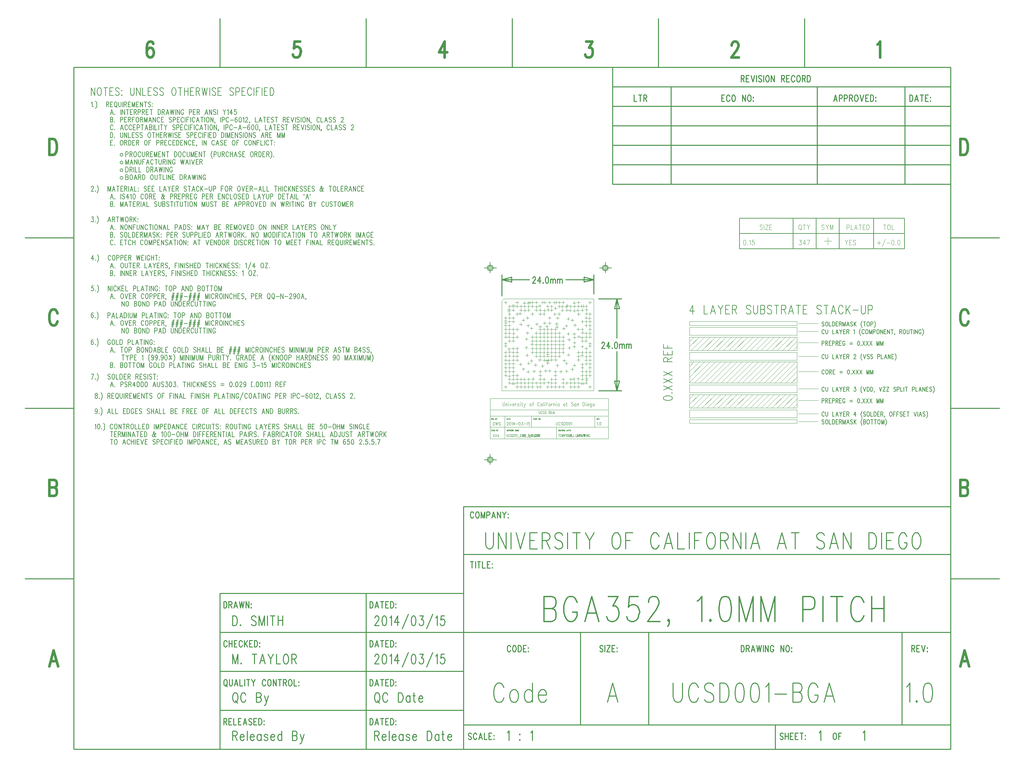
<source format=gbr>
*
*
G04 PADS 9.5 Build Number: 522968 generated Gerber (RS-274-X) file*
G04 PC Version=2.1*
*
%IN "UCSD001-BGA_5mm_2014-03"*%
*
%MOMM*%
*
%FSLAX33Y33*%
*
*
*
*
G04 PC Standard Apertures*
*
*
G04 Thermal Relief Aperture macro.*
%AMTER*
1,1,$1,0,0*
1,0,$1-$2,0,0*
21,0,$3,$4,0,0,45*
21,0,$3,$4,0,0,135*
%
*
*
G04 Annular Aperture macro.*
%AMANN*
1,1,$1,0,0*
1,0,$2,0,0*
%
*
*
G04 Odd Aperture macro.*
%AMODD*
1,1,$1,0,0*
1,0,$1-0.005,0,0*
%
*
*
G04 PC Custom Aperture Macros*
*
*
*
*
*
*
G04 PC Aperture Table*
*
%ADD010C,0.0254*%
%ADD013C,0.05*%
%ADD015C,0.15*%
%ADD018C,0.1*%
%ADD019C,0.3*%
%ADD023C,0.08814*%
%ADD024C,0.1778*%
%ADD028C,0.254*%
%ADD031C,0.08*%
%ADD043C,0.635*%
%ADD044C,0.127*%
*
*
*
*
G04 PC Circuitry*
G04 Layer Name UCSD001-BGA_5mm_2014-03 - circuitry*
%LPD*%
*
*
G04 PC Custom Flashes*
G04 Layer Name UCSD001-BGA_5mm_2014-03 - flashes*
%LPD*%
*
*
G04 PC Circuitry*
G04 Layer Name UCSD001-BGA_5mm_2014-03 - circuitry*
%LPD*%
*
G54D10*
G01X138000Y161500D02*
X138000D01*
X162000Y162000D02*
X162000D01*
Y138000D02*
X162000D01*
Y162000D02*
X162000D01*
G54D13*
X162762Y130828D02*
Y130500D01*
Y130828D02*
X162864D01*
X162864D02*
X162898Y130812D01*
X162898D02*
X162910Y130796D01*
X162910D02*
X162921Y130765D01*
X162921D02*
Y130734D01*
X162921D02*
X162910Y130703D01*
X162898Y130687*
X162898D02*
X162864Y130671D01*
X162864D02*
X162762D01*
X162842D02*
X162921Y130500D01*
X163023Y130828D02*
Y130500D01*
Y130828D02*
X163171D01*
X163023Y130671D02*
X163114D01*
X163023Y130500D02*
X163171D01*
X163273Y130828D02*
X163364Y130500D01*
X163455Y130828D02*
X163364Y130500D01*
X152762Y127828D02*
Y127500D01*
Y127828D02*
X152842D01*
X152876Y127812*
X152876D02*
X152898Y127781D01*
X152898D02*
X152910Y127750D01*
X152921Y127703*
X152921D02*
Y127625D01*
X152921D02*
X152910Y127578D01*
X152898Y127546*
X152898D02*
X152876Y127515D01*
X152876D02*
X152842Y127500D01*
X152762*
X153023Y127828D02*
Y127500D01*
Y127828D02*
X153126D01*
X153160Y127812*
X153160D02*
X153171Y127796D01*
X153171D02*
X153182Y127765D01*
X153182D02*
Y127734D01*
X153182D02*
X153171Y127703D01*
X153171D02*
X153160Y127687D01*
X153160D02*
X153126Y127671D01*
X153126D02*
X153023D01*
X153103D02*
X153182Y127500D01*
X153376Y127828D02*
X153285Y127500D01*
X153376Y127828D02*
X153467Y127500D01*
X153319Y127609D02*
X153432D01*
X153569Y127828D02*
X153626Y127500D01*
X153682Y127828D02*
X153626Y127500D01*
X153682Y127828D02*
X153739Y127500D01*
X153796Y127828D02*
X153739Y127500D01*
X153898Y127828D02*
Y127500D01*
X154001Y127828D02*
Y127500D01*
Y127828D02*
X154160Y127500D01*
Y127828D02*
Y127500D01*
X154432Y127750D02*
X154421Y127781D01*
X154421D02*
X154398Y127812D01*
X154398D02*
X154376Y127828D01*
X154330*
X154330D02*
X154307Y127812D01*
X154307D02*
X154285Y127781D01*
X154273Y127750*
X154273D02*
X154262Y127703D01*
Y127625*
X154273Y127578*
X154273D02*
X154285Y127546D01*
X154285D02*
X154307Y127515D01*
X154307D02*
X154330Y127500D01*
X154330D02*
X154376D01*
X154398Y127515*
X154398D02*
X154421Y127546D01*
X154421D02*
X154432Y127578D01*
X154432D02*
Y127625D01*
X154376D02*
X154432D01*
X154796Y127828D02*
Y127500D01*
X154796D02*
X154932D01*
X155126Y127828D02*
X155035Y127500D01*
X155126Y127828D02*
X155217Y127500D01*
X155069Y127609D02*
X155182D01*
X155319Y127828D02*
X155410Y127671D01*
X155410D02*
Y127500D01*
X155501Y127828D02*
X155410Y127671D01*
X155603Y127828D02*
Y127500D01*
Y127828D02*
X155751D01*
X155603Y127671D02*
X155694D01*
X155603Y127500D02*
X155751D01*
X155853Y127828D02*
Y127500D01*
Y127828D02*
X155955D01*
X155955D02*
X155989Y127812D01*
X155989D02*
X156001Y127796D01*
X156001D02*
X156012Y127765D01*
X156012D02*
Y127734D01*
X156001Y127703*
X155989Y127687*
X155989D02*
X155955Y127671D01*
X155955D02*
X155853D01*
X155932D02*
X156012Y127500D01*
X146262Y130828D02*
Y130500D01*
Y130828D02*
X146364D01*
X146364D02*
X146398Y130812D01*
X146398D02*
X146410Y130796D01*
X146410D02*
X146421Y130765D01*
X146421D02*
Y130718D01*
X146421D02*
X146410Y130687D01*
X146410D02*
X146398Y130671D01*
X146398D02*
X146364Y130656D01*
X146364D02*
X146262D01*
X146614Y130828D02*
X146523Y130500D01*
X146614Y130828D02*
X146705Y130500D01*
X146557Y130609D02*
X146671D01*
X146807Y130828D02*
Y130500D01*
Y130828D02*
X146910D01*
X146944Y130812*
X146944D02*
X146955Y130796D01*
X146955D02*
X146967Y130765D01*
X146967D02*
Y130734D01*
X146955Y130703*
X146955D02*
X146944Y130687D01*
X146944D02*
X146910Y130671D01*
X146910D02*
X146807D01*
X146887D02*
X146967Y130500D01*
X147148Y130828D02*
Y130500D01*
X147069Y130828D02*
X147228D01*
X147592D02*
Y130500D01*
Y130828D02*
X147751Y130500D01*
Y130828D02*
Y130500D01*
X147921Y130828D02*
X147898Y130812D01*
X147898D02*
X147876Y130781D01*
X147864Y130750*
X147864D02*
X147853Y130703D01*
Y130625*
X147864Y130578*
X147864D02*
X147876Y130546D01*
X147876D02*
X147898Y130515D01*
X147898D02*
X147921Y130500D01*
X147921D02*
X147967D01*
X147989Y130515*
X147989D02*
X148012Y130546D01*
X148012D02*
X148023Y130578D01*
X148023D02*
X148035Y130625D01*
Y130703*
X148023Y130750*
X148023D02*
X148012Y130781D01*
X147989Y130812*
X147989D02*
X147967Y130828D01*
X147921*
X148148Y130531D02*
X148137Y130515D01*
X148137D02*
X148148Y130500D01*
X148148D02*
X148160Y130515D01*
X148160D02*
X148148Y130531D01*
X139353Y127828D02*
X139262Y127500D01*
X139353Y127828D02*
X139444Y127500D01*
X139296Y127609D02*
X139410D01*
X139546Y127828D02*
Y127500D01*
Y127828D02*
X139648D01*
X139648D02*
X139682Y127812D01*
X139682D02*
X139694Y127796D01*
X139694D02*
X139705Y127765D01*
X139705D02*
Y127734D01*
X139705D02*
X139694Y127703D01*
X139682Y127687*
X139682D02*
X139648Y127671D01*
X139648D02*
X139546D01*
X139626D02*
X139705Y127500D01*
X139887Y127828D02*
Y127500D01*
X139807Y127828D02*
X139967D01*
X140069D02*
X140126Y127500D01*
X140182Y127828D02*
X140126Y127500D01*
X140182Y127828D02*
X140239Y127500D01*
X140296Y127828D02*
X140239Y127500D01*
X140467Y127828D02*
X140444Y127812D01*
X140444D02*
X140421Y127781D01*
X140421D02*
X140410Y127750D01*
X140398Y127703*
X140398D02*
Y127625D01*
X140398D02*
X140410Y127578D01*
X140421Y127546*
X140421D02*
X140444Y127515D01*
X140444D02*
X140467Y127500D01*
X140512*
X140535Y127515*
X140535D02*
X140557Y127546D01*
X140557D02*
X140569Y127578D01*
X140580Y127625*
X140580D02*
Y127703D01*
X140580D02*
X140569Y127750D01*
X140557Y127781*
X140557D02*
X140535Y127812D01*
X140535D02*
X140512Y127828D01*
X140467*
X140682D02*
Y127500D01*
Y127828D02*
X140785D01*
X140819Y127812*
X140819D02*
X140830Y127796D01*
X140830D02*
X140842Y127765D01*
X140842D02*
Y127734D01*
X140830Y127703*
X140830D02*
X140819Y127687D01*
X140819D02*
X140785Y127671D01*
X140785D02*
X140682D01*
X140762D02*
X140842Y127500D01*
X140944Y127828D02*
Y127500D01*
X141103Y127828D02*
X140944Y127609D01*
X141001Y127687D02*
X141103Y127500D01*
X141467Y127828D02*
Y127500D01*
Y127828D02*
X141626Y127500D01*
Y127828D02*
Y127500D01*
X141819Y127828D02*
X141728Y127500D01*
X141819Y127828D02*
X141910Y127500D01*
X141762Y127609D02*
X141876D01*
X142012Y127828D02*
Y127500D01*
Y127828D02*
X142103Y127500D01*
X142194Y127828D02*
X142103Y127500D01*
X142194Y127828D02*
Y127500D01*
X142296Y127828D02*
Y127500D01*
Y127828D02*
X142444D01*
X142296Y127671D02*
X142387D01*
X142296Y127500D02*
X142444D01*
X139262Y130828D02*
Y130500D01*
Y130828D02*
X139342D01*
X139376Y130812*
X139376D02*
X139398Y130781D01*
X139398D02*
X139410Y130750D01*
X139421Y130703*
X139421D02*
Y130625D01*
X139421D02*
X139410Y130578D01*
X139398Y130546*
X139398D02*
X139376Y130515D01*
X139376D02*
X139342Y130500D01*
X139262*
X139614Y130828D02*
X139523Y130500D01*
X139614Y130828D02*
X139705Y130500D01*
X139557Y130609D02*
X139671D01*
X139887Y130828D02*
Y130500D01*
X139807Y130828D02*
X139967D01*
X140069D02*
Y130500D01*
Y130828D02*
X140217D01*
X140069Y130671D02*
X140160D01*
X140069Y130500D02*
X140217D01*
X135432Y127750D02*
X135421Y127781D01*
X135421D02*
X135398Y127812D01*
X135398D02*
X135376Y127828D01*
X135330*
X135330D02*
X135307Y127812D01*
X135307D02*
X135285Y127781D01*
X135273Y127750*
X135273D02*
X135262Y127703D01*
Y127625*
X135273Y127578*
X135273D02*
X135285Y127546D01*
X135285D02*
X135307Y127515D01*
X135307D02*
X135330Y127500D01*
X135330D02*
X135376D01*
X135398Y127515*
X135398D02*
X135421Y127546D01*
X135421D02*
X135432Y127578D01*
X135535Y127828D02*
Y127500D01*
X135694Y127828D02*
Y127500D01*
X135535Y127671D02*
X135694D01*
X135796Y127828D02*
Y127500D01*
X135955Y127828D02*
X135796Y127609D01*
X135853Y127687D02*
X135955Y127500D01*
X136057Y127828D02*
Y127500D01*
Y127828D02*
X136137D01*
X136171Y127812*
X136171D02*
X136194Y127781D01*
X136205Y127750*
X136205D02*
X136217Y127703D01*
Y127625*
X136205Y127578*
X136205D02*
X136194Y127546D01*
X136194D02*
X136171Y127515D01*
X136171D02*
X136137Y127500D01*
X136057*
X136580Y127828D02*
Y127500D01*
Y127828D02*
X136682D01*
X136682D02*
X136717Y127812D01*
X136717D02*
X136728Y127796D01*
X136728D02*
X136739Y127765D01*
X136739D02*
Y127734D01*
X136739D02*
X136728Y127703D01*
X136717Y127687*
X136717D02*
X136682Y127671D01*
X136580D02*
X136682D01*
X136682D02*
X136717Y127656D01*
X136728Y127640*
X136728D02*
X136739Y127609D01*
X136739D02*
Y127562D01*
X136739D02*
X136728Y127531D01*
X136717Y127515*
X136717D02*
X136682Y127500D01*
X136682D02*
X136580D01*
X136842Y127828D02*
X136932Y127671D01*
X136932D02*
Y127500D01*
X137023Y127828D02*
X136932Y127671D01*
X135262Y130828D02*
Y130500D01*
Y130828D02*
X135342D01*
X135376Y130812*
X135376D02*
X135398Y130781D01*
X135398D02*
X135410Y130750D01*
X135421Y130703*
X135421D02*
Y130625D01*
X135421D02*
X135410Y130578D01*
X135398Y130546*
X135398D02*
X135376Y130515D01*
X135376D02*
X135342Y130500D01*
X135262*
X135523Y130828D02*
Y130500D01*
Y130828D02*
X135626D01*
X135660Y130812*
X135660D02*
X135671Y130796D01*
X135671D02*
X135682Y130765D01*
X135682D02*
Y130734D01*
X135682D02*
X135671Y130703D01*
X135671D02*
X135660Y130687D01*
X135660D02*
X135626Y130671D01*
X135626D02*
X135523D01*
X135603D02*
X135682Y130500D01*
X135785Y130828D02*
Y130500D01*
Y130828D02*
X135944Y130500D01*
Y130828D02*
Y130500D01*
X136307Y130828D02*
Y130500D01*
Y130828D02*
X136410D01*
X136444Y130812*
X136444D02*
X136455Y130796D01*
X136455D02*
X136467Y130765D01*
X136467D02*
Y130734D01*
X136455Y130703*
X136455D02*
X136444Y130687D01*
X136444D02*
X136410Y130671D01*
X136307D02*
X136410D01*
X136410D02*
X136444Y130656D01*
X136455Y130640*
X136455D02*
X136467Y130609D01*
Y130562*
X136467D02*
X136455Y130531D01*
X136455D02*
X136444Y130515D01*
X136444D02*
X136410Y130500D01*
X136307*
X136569Y130828D02*
X136660Y130671D01*
X136660D02*
Y130500D01*
X136751Y130828D02*
X136660Y130671D01*
G54D15*
X32000Y129062D02*
X32090Y129125D01*
X32090D02*
X32227Y129312D01*
X32227D02*
Y128000D01*
X32909Y129312D02*
X32772Y129250D01*
X32772D02*
X32681Y129062D01*
X32681D02*
X32636Y128750D01*
Y128562*
X32636D02*
X32681Y128250D01*
X32681D02*
X32772Y128062D01*
X32772D02*
X32909Y128000D01*
X33000*
X33136Y128062*
X33136D02*
X33227Y128250D01*
X33272Y128562*
X33272D02*
Y128750D01*
X33272D02*
X33227Y129062D01*
X33227D02*
X33136Y129250D01*
X33000Y129312*
X33000D02*
X32909D01*
X33727Y128125D02*
X33681Y128062D01*
X33681D02*
X33727Y128000D01*
X33772Y128062*
X33772D02*
X33727Y128125D01*
X34181Y129562D02*
X34272Y129437D01*
X34272D02*
X34363Y129250D01*
X34363D02*
X34454Y129000D01*
X34454D02*
X34500Y128687D01*
X34500D02*
Y128437D01*
X34500D02*
X34454Y128125D01*
X34454D02*
X34363Y127875D01*
X34363D02*
X34272Y127687D01*
X34272D02*
X34181Y127562D01*
X36636Y129000D02*
X36590Y129125D01*
X36590D02*
X36500Y129250D01*
X36409Y129312*
X36409D02*
X36227D01*
X36227D02*
X36136Y129250D01*
X36045Y129125*
X36000Y129000*
X35954Y128812*
X35954D02*
Y128500D01*
X35954D02*
X36000Y128312D01*
X36000D02*
X36045Y128187D01*
X36045D02*
X36136Y128062D01*
X36136D02*
X36227Y128000D01*
X36409*
X36500Y128062*
X36500D02*
X36590Y128187D01*
X36590D02*
X36636Y128312D01*
X37318Y129312D02*
X37227Y129250D01*
X37136Y129125*
X37090Y129000*
X37090D02*
X37045Y128812D01*
X37045D02*
Y128500D01*
X37090Y128312*
X37090D02*
X37136Y128187D01*
X37136D02*
X37227Y128062D01*
X37227D02*
X37318Y128000D01*
X37500*
X37590Y128062*
X37590D02*
X37681Y128187D01*
X37681D02*
X37727Y128312D01*
X37727D02*
X37772Y128500D01*
X37772D02*
Y128812D01*
X37772D02*
X37727Y129000D01*
X37681Y129125*
X37681D02*
X37590Y129250D01*
X37590D02*
X37500Y129312D01*
X37500D02*
X37318D01*
X38181D02*
Y128000D01*
Y129312D02*
X38818Y128000D01*
Y129312D02*
Y128000D01*
X39545Y129312D02*
Y128000D01*
X39227Y129312D02*
X39863D01*
X40272D02*
Y128000D01*
Y129312D02*
X40681D01*
X40681D02*
X40818Y129250D01*
X40863Y129187*
X40863D02*
X40909Y129062D01*
X40909D02*
Y128937D01*
X40909D02*
X40863Y128812D01*
X40863D02*
X40818Y128750D01*
X40681Y128687*
X40681D02*
X40272D01*
X40590D02*
X40909Y128000D01*
X41590Y129312D02*
X41500Y129250D01*
X41409Y129125*
X41363Y129000*
X41363D02*
X41318Y128812D01*
X41318D02*
Y128500D01*
X41363Y128312*
X41363D02*
X41409Y128187D01*
X41409D02*
X41500Y128062D01*
X41500D02*
X41590Y128000D01*
X41590D02*
X41772D01*
X41772D02*
X41863Y128062D01*
X41863D02*
X41954Y128187D01*
X41954D02*
X42000Y128312D01*
X42000D02*
X42045Y128500D01*
Y128812*
X42045D02*
X42000Y129000D01*
X41954Y129125*
X41954D02*
X41863Y129250D01*
X41863D02*
X41772Y129312D01*
X41772D02*
X41590D01*
X42454D02*
Y128000D01*
X42454D02*
X43000D01*
X43409Y129312D02*
Y128000D01*
X43954*
X44363Y129312D02*
Y128000D01*
Y129312D02*
X44954D01*
X44363Y128687D02*
X44727D01*
X44363Y128000D02*
X44954D01*
X45363Y129312D02*
Y128000D01*
Y129312D02*
X45681D01*
X45681D02*
X45818Y129250D01*
X45909Y129125*
X45954Y129000*
X45954D02*
X46000Y128812D01*
X46000D02*
Y128500D01*
X45954Y128312*
X45954D02*
X45909Y128187D01*
X45909D02*
X45818Y128062D01*
X45818D02*
X45681Y128000D01*
X45681D02*
X45363D01*
X47454Y129312D02*
Y128000D01*
X47863Y129312D02*
Y128000D01*
Y129312D02*
X48227Y128000D01*
X48590Y129312D02*
X48227Y128000D01*
X48590Y129312D02*
Y128000D01*
X49000Y129312D02*
Y128000D01*
Y129312D02*
X49409D01*
X49409D02*
X49545Y129250D01*
X49590Y129187*
X49590D02*
X49636Y129062D01*
X49636D02*
Y128875D01*
X49590Y128750*
X49590D02*
X49545Y128687D01*
X49545D02*
X49409Y128625D01*
X49000*
X50045Y129312D02*
Y128000D01*
Y129312D02*
X50636D01*
X50045Y128687D02*
X50409D01*
X50045Y128000D02*
X50636D01*
X51045Y129312D02*
Y128000D01*
Y129312D02*
X51363D01*
X51363D02*
X51500Y129250D01*
X51590Y129125*
X51590D02*
X51636Y129000D01*
X51681Y128812*
X51681D02*
Y128500D01*
X51681D02*
X51636Y128312D01*
X51636D02*
X51590Y128187D01*
X51590D02*
X51500Y128062D01*
X51500D02*
X51363Y128000D01*
X51363D02*
X51045D01*
X52454Y129312D02*
X52090Y128000D01*
X52454Y129312D02*
X52818Y128000D01*
X52227Y128437D02*
X52681D01*
X53227Y129312D02*
Y128000D01*
Y129312D02*
X53863Y128000D01*
Y129312D02*
Y128000D01*
X54954Y129000D02*
X54909Y129125D01*
X54818Y129250*
X54727Y129312*
X54727D02*
X54545D01*
X54545D02*
X54454Y129250D01*
X54454D02*
X54363Y129125D01*
X54363D02*
X54318Y129000D01*
X54272Y128812*
X54272D02*
Y128500D01*
X54272D02*
X54318Y128312D01*
X54318D02*
X54363Y128187D01*
X54363D02*
X54454Y128062D01*
X54454D02*
X54545Y128000D01*
X54727*
X54818Y128062*
X54818D02*
X54909Y128187D01*
X54909D02*
X54954Y128312D01*
X55363Y129312D02*
Y128000D01*
Y129312D02*
X55954D01*
X55363Y128687D02*
X55727D01*
X55363Y128000D02*
X55954D01*
X58090Y129000D02*
X58045Y129125D01*
X57954Y129250*
X57954D02*
X57863Y129312D01*
X57863D02*
X57681D01*
X57681D02*
X57590Y129250D01*
X57590D02*
X57500Y129125D01*
X57454Y129000*
X57454D02*
X57409Y128812D01*
X57409D02*
Y128500D01*
X57454Y128312*
X57454D02*
X57500Y128187D01*
X57500D02*
X57590Y128062D01*
X57590D02*
X57681Y128000D01*
X57681D02*
X57863D01*
X57863D02*
X57954Y128062D01*
X57954D02*
X58045Y128187D01*
X58045D02*
X58090Y128312D01*
X58500Y129312D02*
Y128000D01*
X58909Y129312D02*
Y128000D01*
Y129312D02*
X59318D01*
X59318D02*
X59454Y129250D01*
X59454D02*
X59500Y129187D01*
X59500D02*
X59545Y129062D01*
X59545D02*
Y128937D01*
X59545D02*
X59500Y128812D01*
X59500D02*
X59454Y128750D01*
X59454D02*
X59318Y128687D01*
X59318D02*
X58909D01*
X59227D02*
X59545Y128000D01*
X60636Y129000D02*
X60590Y129125D01*
X60590D02*
X60500Y129250D01*
X60409Y129312*
X60409D02*
X60227D01*
X60227D02*
X60136Y129250D01*
X60045Y129125*
X60000Y129000*
X59954Y128812*
X59954D02*
Y128500D01*
X59954D02*
X60000Y128312D01*
X60000D02*
X60045Y128187D01*
X60045D02*
X60136Y128062D01*
X60136D02*
X60227Y128000D01*
X60409*
X60500Y128062*
X60500D02*
X60590Y128187D01*
X60590D02*
X60636Y128312D01*
X61045Y129312D02*
Y128375D01*
X61090Y128187*
X61090D02*
X61181Y128062D01*
X61181D02*
X61318Y128000D01*
X61409*
X61545Y128062*
X61545D02*
X61636Y128187D01*
X61636D02*
X61681Y128375D01*
X61681D02*
Y129312D01*
X62090D02*
Y128000D01*
X62818Y129312D02*
Y128000D01*
X62500Y129312D02*
X63136D01*
X64181Y129125D02*
X64090Y129250D01*
X64090D02*
X63954Y129312D01*
X63954D02*
X63772D01*
X63772D02*
X63636Y129250D01*
X63545Y129125*
Y129000*
X63590Y128875*
X63590D02*
X63636Y128812D01*
X63636D02*
X63727Y128750D01*
X64000Y128625*
X64090Y128562*
X64090D02*
X64136Y128500D01*
X64181Y128375*
X64181D02*
Y128187D01*
X64181D02*
X64090Y128062D01*
X64090D02*
X63954Y128000D01*
X63954D02*
X63772D01*
X63772D02*
X63636Y128062D01*
X63636D02*
X63545Y128187D01*
X64636Y128875D02*
X64590Y128812D01*
X64590D02*
X64636Y128750D01*
X64681Y128812*
X64681D02*
X64636Y128875D01*
Y128125D02*
X64590Y128062D01*
X64590D02*
X64636Y128000D01*
X64681Y128062*
X64681D02*
X64636Y128125D01*
X66136Y129312D02*
Y128000D01*
Y129312D02*
X66545D01*
X66545D02*
X66681Y129250D01*
X66681D02*
X66727Y129187D01*
X66727D02*
X66772Y129062D01*
X66772D02*
Y128937D01*
X66772D02*
X66727Y128812D01*
X66727D02*
X66681Y128750D01*
X66681D02*
X66545Y128687D01*
X66545D02*
X66136D01*
X66454D02*
X66772Y128000D01*
X67454Y129312D02*
X67363Y129250D01*
X67363D02*
X67272Y129125D01*
X67272D02*
X67227Y129000D01*
X67181Y128812*
X67181D02*
Y128500D01*
X67181D02*
X67227Y128312D01*
X67227D02*
X67272Y128187D01*
X67272D02*
X67363Y128062D01*
X67363D02*
X67454Y128000D01*
X67454D02*
X67636D01*
X67727Y128062*
X67727D02*
X67818Y128187D01*
X67818D02*
X67863Y128312D01*
X67863D02*
X67909Y128500D01*
Y128812*
X67909D02*
X67863Y129000D01*
X67863D02*
X67818Y129125D01*
X67727Y129250*
X67636Y129312*
X67636D02*
X67454D01*
X68318D02*
Y128375D01*
X68363Y128187*
X68363D02*
X68454Y128062D01*
X68454D02*
X68590Y128000D01*
X68590D02*
X68681D01*
X68681D02*
X68818Y128062D01*
X68818D02*
X68909Y128187D01*
X68909D02*
X68954Y128375D01*
X68954D02*
Y129312D01*
X69681D02*
Y128000D01*
X69363Y129312D02*
X70000D01*
X70409D02*
Y128000D01*
X70818Y129312D02*
Y128000D01*
Y129312D02*
X71454Y128000D01*
Y129312D02*
Y128000D01*
X72545Y129000D02*
X72500Y129125D01*
X72409Y129250*
X72318Y129312*
X72318D02*
X72136D01*
X72136D02*
X72045Y129250D01*
X71954Y129125*
X71954D02*
X71909Y129000D01*
X71863Y128812*
X71863D02*
Y128500D01*
X71863D02*
X71909Y128312D01*
X71909D02*
X71954Y128187D01*
X71954D02*
X72045Y128062D01*
X72045D02*
X72136Y128000D01*
X72318*
X72409Y128062*
X72409D02*
X72500Y128187D01*
X72500D02*
X72545Y128312D01*
X72545D02*
Y128500D01*
X72318D02*
X72545D01*
X74000Y129312D02*
Y128000D01*
X74545*
X75318Y129312D02*
X74954Y128000D01*
X75318Y129312D02*
X75681Y128000D01*
X75090Y128437D02*
X75545D01*
X76090Y129312D02*
X76454Y128687D01*
X76454D02*
Y128000D01*
X76818Y129312D02*
X76454Y128687D01*
X77227Y129312D02*
Y128000D01*
Y129312D02*
X77818D01*
X77227Y128687D02*
X77590D01*
X77227Y128000D02*
X77818D01*
X78227Y129312D02*
Y128000D01*
Y129312D02*
X78636D01*
X78636D02*
X78772Y129250D01*
X78772D02*
X78818Y129187D01*
X78818D02*
X78863Y129062D01*
X78863D02*
Y128937D01*
X78863D02*
X78818Y128812D01*
X78818D02*
X78772Y128750D01*
X78772D02*
X78636Y128687D01*
X78636D02*
X78227D01*
X78545D02*
X78863Y128000D01*
X79909Y129125D02*
X79818Y129250D01*
X79681Y129312*
X79681D02*
X79500D01*
X79500D02*
X79363Y129250D01*
X79363D02*
X79272Y129125D01*
X79272D02*
Y129000D01*
X79272D02*
X79318Y128875D01*
X79363Y128812*
X79363D02*
X79454Y128750D01*
X79454D02*
X79727Y128625D01*
X79818Y128562*
X79818D02*
X79863Y128500D01*
X79863D02*
X79909Y128375D01*
Y128187*
X79909D02*
X79818Y128062D01*
X79818D02*
X79681Y128000D01*
X79681D02*
X79500D01*
X79363Y128062*
X79363D02*
X79272Y128187D01*
X82000Y129125D02*
X81909Y129250D01*
X81772Y129312*
X81772D02*
X81590D01*
X81590D02*
X81454Y129250D01*
X81454D02*
X81363Y129125D01*
X81363D02*
Y129000D01*
X81363D02*
X81409Y128875D01*
X81454Y128812*
X81454D02*
X81545Y128750D01*
X81818Y128625*
X81909Y128562*
X81909D02*
X81954Y128500D01*
X81954D02*
X82000Y128375D01*
Y128187*
X82000D02*
X81909Y128062D01*
X81909D02*
X81772Y128000D01*
X81772D02*
X81590D01*
X81590D02*
X81454Y128062D01*
X81454D02*
X81363Y128187D01*
X82409Y129312D02*
Y128000D01*
X83045Y129312D02*
Y128000D01*
X82409Y128687D02*
X83045D01*
X83818Y129312D02*
X83454Y128000D01*
X83818Y129312D02*
X84181Y128000D01*
X83590Y128437D02*
X84045D01*
X84590Y129312D02*
Y128000D01*
X84590D02*
X85136D01*
X85545Y129312D02*
Y128000D01*
X86090*
X87545Y129312D02*
Y128000D01*
Y129312D02*
X87954D01*
X87954D02*
X88090Y129250D01*
X88090D02*
X88136Y129187D01*
X88136D02*
X88181Y129062D01*
X88181D02*
Y128937D01*
X88181D02*
X88136Y128812D01*
X88136D02*
X88090Y128750D01*
X88090D02*
X87954Y128687D01*
X87545D02*
X87954D01*
X87954D02*
X88090Y128625D01*
X88090D02*
X88136Y128562D01*
X88136D02*
X88181Y128437D01*
X88181D02*
Y128250D01*
X88181D02*
X88136Y128125D01*
X88090Y128062*
X88090D02*
X87954Y128000D01*
X87954D02*
X87545D01*
X88590Y129312D02*
Y128000D01*
Y129312D02*
X89181D01*
X88590Y128687D02*
X88954D01*
X88590Y128000D02*
X89181D01*
X91227Y129312D02*
X90772D01*
X90772D02*
X90727Y128750D01*
X90772Y128812*
X90772D02*
X90909Y128875D01*
X91045*
X91181Y128812*
X91181D02*
X91272Y128687D01*
X91272D02*
X91318Y128500D01*
X91272Y128375*
X91272D02*
X91227Y128187D01*
X91227D02*
X91136Y128062D01*
X91136D02*
X91000Y128000D01*
X90863*
X90863D02*
X90727Y128062D01*
X90727D02*
X90681Y128125D01*
X90681D02*
X90636Y128250D01*
X92000Y129312D02*
X91863Y129250D01*
X91863D02*
X91772Y129062D01*
X91772D02*
X91727Y128750D01*
Y128562*
X91727D02*
X91772Y128250D01*
X91772D02*
X91863Y128062D01*
X91863D02*
X92000Y128000D01*
X92090*
X92090D02*
X92227Y128062D01*
X92227D02*
X92318Y128250D01*
X92363Y128562*
X92363D02*
Y128750D01*
X92363D02*
X92318Y129062D01*
X92318D02*
X92227Y129250D01*
X92090Y129312*
X92090D02*
X92000D01*
X92772Y128562D02*
X93590D01*
X94272Y129312D02*
X94181Y129250D01*
X94181D02*
X94090Y129125D01*
X94090D02*
X94045Y129000D01*
X94000Y128812*
X94000D02*
Y128500D01*
X94045Y128312*
X94045D02*
X94090Y128187D01*
X94090D02*
X94181Y128062D01*
X94181D02*
X94272Y128000D01*
X94272D02*
X94454D01*
X94454D02*
X94545Y128062D01*
X94545D02*
X94636Y128187D01*
X94636D02*
X94681Y128312D01*
X94681D02*
X94727Y128500D01*
Y128812*
X94727D02*
X94681Y129000D01*
X94681D02*
X94636Y129125D01*
X94545Y129250*
X94454Y129312*
X94454D02*
X94272D01*
X95136D02*
Y128000D01*
X95772Y129312D02*
Y128000D01*
X95136Y128687D02*
X95772D01*
X96181Y129312D02*
Y128000D01*
Y129312D02*
X96545Y128000D01*
X96909Y129312D02*
X96545Y128000D01*
X96909Y129312D02*
Y128000D01*
X99000Y129125D02*
X98909Y129250D01*
X98772Y129312*
X98772D02*
X98590D01*
X98590D02*
X98454Y129250D01*
X98454D02*
X98363Y129125D01*
X98363D02*
Y129000D01*
X98363D02*
X98409Y128875D01*
X98454Y128812*
X98454D02*
X98545Y128750D01*
X98818Y128625*
X98909Y128562*
X98909D02*
X98954Y128500D01*
X98954D02*
X99000Y128375D01*
Y128187*
X99000D02*
X98909Y128062D01*
X98909D02*
X98772Y128000D01*
X98772D02*
X98590D01*
X98590D02*
X98454Y128062D01*
X98454D02*
X98363Y128187D01*
X99409Y129312D02*
Y128000D01*
X99818Y129312D02*
Y128000D01*
Y129312D02*
X100454Y128000D01*
Y129312D02*
Y128000D01*
X101545Y129000D02*
X101500Y129125D01*
X101409Y129250*
X101318Y129312*
X101318D02*
X101136D01*
X101136D02*
X101045Y129250D01*
X100954Y129125*
X100954D02*
X100909Y129000D01*
X100863Y128812*
X100863D02*
Y128500D01*
X100863D02*
X100909Y128312D01*
X100909D02*
X100954Y128187D01*
X100954D02*
X101045Y128062D01*
X101045D02*
X101136Y128000D01*
X101318*
X101409Y128062*
X101409D02*
X101500Y128187D01*
X101500D02*
X101545Y128312D01*
X101545D02*
Y128500D01*
X101318D02*
X101545D01*
X101954Y129312D02*
Y128000D01*
X101954D02*
X102500D01*
X102909Y129312D02*
Y128000D01*
Y129312D02*
X103500D01*
X102909Y128687D02*
X103272D01*
X102909Y128000D02*
X103500D01*
X36681Y177000D02*
X36636Y177125D01*
X36545Y177250*
X36454Y177312*
X36454D02*
X36272D01*
X36272D02*
X36181Y177250D01*
X36181D02*
X36090Y177125D01*
X36090D02*
X36045Y177000D01*
X36000Y176812*
X36000D02*
Y176500D01*
X36045Y176312*
X36045D02*
X36090Y176187D01*
X36090D02*
X36181Y176062D01*
X36181D02*
X36272Y176000D01*
X36272D02*
X36454D01*
X36454D02*
X36545Y176062D01*
X36545D02*
X36636Y176187D01*
X36636D02*
X36681Y176312D01*
X37136Y176125D02*
X37090Y176062D01*
X37090D02*
X37136Y176000D01*
X37181Y176062*
X37181D02*
X37136Y176125D01*
X38636Y177312D02*
Y176000D01*
Y177312D02*
X39227D01*
X38636Y176687D02*
X39000D01*
X38636Y176000D02*
X39227D01*
X39954Y177312D02*
Y176000D01*
X39636Y177312D02*
X40272D01*
X41363Y177000D02*
X41318Y177125D01*
X41227Y177250*
X41136Y177312*
X41136D02*
X40954D01*
X40954D02*
X40863Y177250D01*
X40863D02*
X40772Y177125D01*
X40772D02*
X40727Y177000D01*
X40681Y176812*
X40681D02*
Y176500D01*
X40681D02*
X40727Y176312D01*
X40727D02*
X40772Y176187D01*
X40772D02*
X40863Y176062D01*
X40863D02*
X40954Y176000D01*
X40954D02*
X41136D01*
X41227Y176062*
X41227D02*
X41318Y176187D01*
X41318D02*
X41363Y176312D01*
X41772Y177312D02*
Y176000D01*
X42409Y177312D02*
Y176000D01*
X41772Y176687D02*
X42409D01*
X44545Y177000D02*
X44500Y177125D01*
X44409Y177250*
X44318Y177312*
X44318D02*
X44136D01*
X44136D02*
X44045Y177250D01*
X43954Y177125*
X43954D02*
X43909Y177000D01*
X43863Y176812*
X43863D02*
Y176500D01*
X43863D02*
X43909Y176312D01*
X43909D02*
X43954Y176187D01*
X43954D02*
X44045Y176062D01*
X44045D02*
X44136Y176000D01*
X44318*
X44409Y176062*
X44409D02*
X44500Y176187D01*
X44500D02*
X44545Y176312D01*
X45227Y177312D02*
X45136Y177250D01*
X45045Y177125*
X45000Y177000*
X44954Y176812*
X44954D02*
Y176500D01*
X44954D02*
X45000Y176312D01*
X45000D02*
X45045Y176187D01*
X45045D02*
X45136Y176062D01*
X45136D02*
X45227Y176000D01*
X45409*
X45500Y176062*
X45500D02*
X45590Y176187D01*
X45590D02*
X45636Y176312D01*
X45636D02*
X45681Y176500D01*
X45681D02*
Y176812D01*
X45681D02*
X45636Y177000D01*
X45590Y177125*
X45590D02*
X45500Y177250D01*
X45409Y177312*
X45409D02*
X45227D01*
X46090D02*
Y176000D01*
Y177312D02*
X46454Y176000D01*
X46818Y177312D02*
X46454Y176000D01*
X46818Y177312D02*
Y176000D01*
X47227Y177312D02*
Y176000D01*
Y177312D02*
X47636D01*
X47636D02*
X47772Y177250D01*
X47772D02*
X47818Y177187D01*
X47818D02*
X47863Y177062D01*
X47863D02*
Y176875D01*
X47863D02*
X47818Y176750D01*
X47772Y176687*
X47772D02*
X47636Y176625D01*
X47227*
X48272Y177312D02*
Y176000D01*
Y177312D02*
X48863D01*
X48272Y176687D02*
X48636D01*
X48272Y176000D02*
X48863D01*
X49272Y177312D02*
Y176000D01*
Y177312D02*
X49909Y176000D01*
Y177312D02*
Y176000D01*
X50954Y177125D02*
X50863Y177250D01*
X50863D02*
X50727Y177312D01*
X50727D02*
X50545D01*
X50545D02*
X50409Y177250D01*
X50318Y177125*
Y177000*
X50363Y176875*
X50363D02*
X50409Y176812D01*
X50409D02*
X50500Y176750D01*
X50772Y176625*
X50772D02*
X50863Y176562D01*
X50863D02*
X50909Y176500D01*
X50954Y176375*
X50954D02*
Y176187D01*
X50954D02*
X50863Y176062D01*
X50863D02*
X50727Y176000D01*
X50545*
X50409Y176062*
X50409D02*
X50318Y176187D01*
X51727Y177312D02*
X51363Y176000D01*
X51727Y177312D02*
X52090Y176000D01*
X51500Y176437D02*
X51954D01*
X52818Y177312D02*
Y176000D01*
X52500Y177312D02*
X53136D01*
X53545D02*
Y176000D01*
X54227Y177312D02*
X54136Y177250D01*
X54045Y177125*
X54000Y177000*
X53954Y176812*
X53954D02*
Y176500D01*
X53954D02*
X54000Y176312D01*
X54000D02*
X54045Y176187D01*
X54045D02*
X54136Y176062D01*
X54136D02*
X54227Y176000D01*
X54409*
X54500Y176062*
X54500D02*
X54590Y176187D01*
X54590D02*
X54636Y176312D01*
X54636D02*
X54681Y176500D01*
X54681D02*
Y176812D01*
X54681D02*
X54636Y177000D01*
X54590Y177125*
X54590D02*
X54500Y177250D01*
X54409Y177312*
X54409D02*
X54227D01*
X55090D02*
Y176000D01*
Y177312D02*
X55727Y176000D01*
Y177312D02*
Y176000D01*
X56181Y176875D02*
X56136Y176812D01*
X56136D02*
X56181Y176750D01*
X56181D02*
X56227Y176812D01*
X56227D02*
X56181Y176875D01*
Y176125D02*
X56136Y176062D01*
X56136D02*
X56181Y176000D01*
X56181D02*
X56227Y176062D01*
X56227D02*
X56181Y176125D01*
X58045Y177312D02*
X57681Y176000D01*
X58045Y177312D02*
X58409Y176000D01*
X57818Y176437D02*
X58272D01*
X59136Y177312D02*
Y176000D01*
X58818Y177312D02*
X59454D01*
X60909D02*
X61272Y176000D01*
X61636Y177312D02*
X61272Y176000D01*
X62045Y177312D02*
Y176000D01*
Y177312D02*
X62636D01*
X62045Y176687D02*
X62409D01*
X62045Y176000D02*
X62636D01*
X63045Y177312D02*
Y176000D01*
Y177312D02*
X63681Y176000D01*
Y177312D02*
Y176000D01*
X64090Y177312D02*
Y176000D01*
Y177312D02*
X64409D01*
X64409D02*
X64545Y177250D01*
X64636Y177125*
X64681Y177000*
X64681D02*
X64727Y176812D01*
X64727D02*
Y176500D01*
X64681Y176312*
X64681D02*
X64636Y176187D01*
X64636D02*
X64545Y176062D01*
X64545D02*
X64409Y176000D01*
X64090*
X65409Y177312D02*
X65318Y177250D01*
X65227Y177125*
X65181Y177000*
X65181D02*
X65136Y176812D01*
X65136D02*
Y176500D01*
X65181Y176312*
X65181D02*
X65227Y176187D01*
X65227D02*
X65318Y176062D01*
X65318D02*
X65409Y176000D01*
X65590*
X65590D02*
X65681Y176062D01*
X65681D02*
X65772Y176187D01*
X65772D02*
X65818Y176312D01*
X65818D02*
X65863Y176500D01*
X65863D02*
Y176812D01*
X65863D02*
X65818Y177000D01*
X65772Y177125*
X65772D02*
X65681Y177250D01*
X65681D02*
X65590Y177312D01*
X65590D02*
X65409D01*
X66272D02*
Y176000D01*
Y177312D02*
X66681D01*
X66681D02*
X66818Y177250D01*
X66863Y177187*
X66863D02*
X66909Y177062D01*
X66909D02*
Y176937D01*
X66909D02*
X66863Y176812D01*
X66863D02*
X66818Y176750D01*
X66681Y176687*
X66681D02*
X66272D01*
X66590D02*
X66909Y176000D01*
X68363Y177312D02*
Y176000D01*
Y177312D02*
X68681D01*
X68681D02*
X68818Y177250D01*
X68909Y177125*
X68954Y177000*
X68954D02*
X69000Y176812D01*
X69000D02*
Y176500D01*
X68954Y176312*
X68954D02*
X68909Y176187D01*
X68909D02*
X68818Y176062D01*
X68818D02*
X68681Y176000D01*
X68681D02*
X68363D01*
X69409Y177312D02*
Y176000D01*
X70454Y177125D02*
X70363Y177250D01*
X70363D02*
X70227Y177312D01*
X70227D02*
X70045D01*
X70045D02*
X69909Y177250D01*
X69818Y177125*
Y177000*
X69863Y176875*
X69863D02*
X69909Y176812D01*
X69909D02*
X70000Y176750D01*
X70272Y176625*
X70272D02*
X70363Y176562D01*
X70363D02*
X70409Y176500D01*
X70454Y176375*
X70454D02*
Y176187D01*
X70454D02*
X70363Y176062D01*
X70363D02*
X70227Y176000D01*
X70045*
X69909Y176062*
X69909D02*
X69818Y176187D01*
X71545Y177000D02*
X71500Y177125D01*
X71409Y177250*
X71318Y177312*
X71318D02*
X71136D01*
X71136D02*
X71045Y177250D01*
X70954Y177125*
X70954D02*
X70909Y177000D01*
X70863Y176812*
X70863D02*
Y176500D01*
X70863D02*
X70909Y176312D01*
X70909D02*
X70954Y176187D01*
X70954D02*
X71045Y176062D01*
X71045D02*
X71136Y176000D01*
X71318*
X71409Y176062*
X71409D02*
X71500Y176187D01*
X71500D02*
X71545Y176312D01*
X71954Y177312D02*
Y176000D01*
Y177312D02*
X72363D01*
X72363D02*
X72500Y177250D01*
X72545Y177187*
X72545D02*
X72590Y177062D01*
X72590D02*
Y176937D01*
X72590D02*
X72545Y176812D01*
X72545D02*
X72500Y176750D01*
X72363Y176687*
X72363D02*
X71954D01*
X72272D02*
X72590Y176000D01*
X73000Y177312D02*
Y176000D01*
Y177312D02*
X73590D01*
X73000Y176687D02*
X73363D01*
X73000Y176000D02*
X73590D01*
X74318Y177312D02*
Y176000D01*
X74000Y177312D02*
X74636D01*
X75045D02*
Y176000D01*
X75727Y177312D02*
X75636Y177250D01*
X75545Y177125*
X75500Y177000*
X75454Y176812*
X75454D02*
Y176500D01*
X75454D02*
X75500Y176312D01*
X75500D02*
X75545Y176187D01*
X75545D02*
X75636Y176062D01*
X75636D02*
X75727Y176000D01*
X75909*
X76000Y176062*
X76000D02*
X76090Y176187D01*
X76090D02*
X76136Y176312D01*
X76136D02*
X76181Y176500D01*
X76181D02*
Y176812D01*
X76181D02*
X76136Y177000D01*
X76090Y177125*
X76090D02*
X76000Y177250D01*
X75909Y177312*
X75909D02*
X75727D01*
X76590D02*
Y176000D01*
Y177312D02*
X77227Y176000D01*
Y177312D02*
Y176000D01*
X79000Y177312D02*
Y176000D01*
X78681Y177312D02*
X79318D01*
X80000D02*
X79909Y177250D01*
X79818Y177125*
X79772Y177000*
X79772D02*
X79727Y176812D01*
X79727D02*
Y176500D01*
X79772Y176312*
X79772D02*
X79818Y176187D01*
X79818D02*
X79909Y176062D01*
X79909D02*
X80000Y176000D01*
X80181*
X80181D02*
X80272Y176062D01*
X80272D02*
X80363Y176187D01*
X80363D02*
X80409Y176312D01*
X80409D02*
X80454Y176500D01*
X80454D02*
Y176812D01*
X80454D02*
X80409Y177000D01*
X80363Y177125*
X80363D02*
X80272Y177250D01*
X80272D02*
X80181Y177312D01*
X80181D02*
X80000D01*
X81909D02*
Y176000D01*
Y177312D02*
X82272Y176000D01*
X82636Y177312D02*
X82272Y176000D01*
X82636Y177312D02*
Y176000D01*
X83045Y177312D02*
Y176000D01*
Y177312D02*
X83636D01*
X83045Y176687D02*
X83409D01*
X83045Y176000D02*
X83636D01*
X84045Y177312D02*
Y176000D01*
Y177312D02*
X84636D01*
X84045Y176687D02*
X84409D01*
X84045Y176000D02*
X84636D01*
X85363Y177312D02*
Y176000D01*
X85045Y177312D02*
X85681D01*
X87136D02*
Y176000D01*
Y177312D02*
X87727D01*
X87136Y176687D02*
X87500D01*
X88136Y177312D02*
Y176000D01*
X88545Y177312D02*
Y176000D01*
Y177312D02*
X89181Y176000D01*
Y177312D02*
Y176000D01*
X89954Y177312D02*
X89590Y176000D01*
X89954Y177312D02*
X90318Y176000D01*
X89727Y176437D02*
X90181D01*
X90727Y177312D02*
Y176000D01*
X91272*
X92727Y177312D02*
Y176000D01*
Y177312D02*
X93136D01*
X93136D02*
X93272Y177250D01*
X93272D02*
X93318Y177187D01*
X93318D02*
X93363Y177062D01*
X93363D02*
Y176937D01*
X93363D02*
X93318Y176812D01*
X93318D02*
X93272Y176750D01*
X93272D02*
X93136Y176687D01*
X93136D02*
X92727D01*
X93045D02*
X93363Y176000D01*
X93772Y177312D02*
Y176000D01*
Y177312D02*
X94363D01*
X93772Y176687D02*
X94136D01*
X93772Y176000D02*
X94363D01*
X95045Y177312D02*
X94954Y177250D01*
X94954D02*
X94863Y177125D01*
X94863D02*
X94818Y177000D01*
X94772Y176812*
X94772D02*
Y176500D01*
X94772D02*
X94818Y176312D01*
X94818D02*
X94863Y176187D01*
X94863D02*
X94954Y176062D01*
X94954D02*
X95045Y176000D01*
X95227*
X95318Y176062*
X95318D02*
X95409Y176187D01*
X95409D02*
X95454Y176312D01*
X95454D02*
X95500Y176500D01*
Y176812*
X95500D02*
X95454Y177000D01*
X95454D02*
X95409Y177125D01*
X95318Y177250*
X95227Y177312*
X95227D02*
X95045D01*
X95181Y176250D02*
X95454Y175875D01*
X95909Y177312D02*
Y176375D01*
X95954Y176187*
X95954D02*
X96045Y176062D01*
X96045D02*
X96181Y176000D01*
X96181D02*
X96272D01*
X96272D02*
X96409Y176062D01*
X96409D02*
X96500Y176187D01*
X96500D02*
X96545Y176375D01*
Y177312*
X96954D02*
Y176000D01*
X97363Y177312D02*
Y176000D01*
Y177312D02*
X97772D01*
X97772D02*
X97909Y177250D01*
X97954Y177187*
X97954D02*
X98000Y177062D01*
X98000D02*
Y176937D01*
X98000D02*
X97954Y176812D01*
X97954D02*
X97909Y176750D01*
X97772Y176687*
X97772D02*
X97363D01*
X97681D02*
X98000Y176000D01*
X98409Y177312D02*
Y176000D01*
Y177312D02*
X99000D01*
X98409Y176687D02*
X98772D01*
X98409Y176000D02*
X99000D01*
X99409Y177312D02*
Y176000D01*
Y177312D02*
X99772Y176000D01*
X100136Y177312D02*
X99772Y176000D01*
X100136Y177312D02*
Y176000D01*
X100545Y177312D02*
Y176000D01*
Y177312D02*
X101136D01*
X100545Y176687D02*
X100909D01*
X100545Y176000D02*
X101136D01*
X101545Y177312D02*
Y176000D01*
Y177312D02*
X102181Y176000D01*
Y177312D02*
Y176000D01*
X102909Y177312D02*
Y176000D01*
X102590Y177312D02*
X103227D01*
X104272Y177125D02*
X104181Y177250D01*
X104181D02*
X104045Y177312D01*
X104045D02*
X103863D01*
X103863D02*
X103727Y177250D01*
X103636Y177125*
Y177000*
X103681Y176875*
X103681D02*
X103727Y176812D01*
X103727D02*
X103818Y176750D01*
X104090Y176625*
X104090D02*
X104181Y176562D01*
X104181D02*
X104227Y176500D01*
X104272Y176375*
X104272D02*
Y176187D01*
X104272D02*
X104181Y176062D01*
X104181D02*
X104045Y176000D01*
X103863*
X103863D02*
X103727Y176062D01*
X103727D02*
X103636Y176187D01*
X104727Y176125D02*
X104681Y176062D01*
X104681D02*
X104727Y176000D01*
X104772Y176062*
X104772D02*
X104727Y176125D01*
X31454Y173312D02*
X31000Y172437D01*
X31000D02*
X31681D01*
X31454Y173312D02*
Y172000D01*
X32136Y172125D02*
X32090Y172062D01*
X32090D02*
X32136Y172000D01*
X32181Y172062*
X32181D02*
X32136Y172125D01*
X32590Y173562D02*
X32681Y173437D01*
X32681D02*
X32772Y173250D01*
X32772D02*
X32863Y173000D01*
X32863D02*
X32909Y172687D01*
X32909D02*
Y172437D01*
X32909D02*
X32863Y172125D01*
X32863D02*
X32772Y171875D01*
X32772D02*
X32681Y171687D01*
X32681D02*
X32590Y171562D01*
X36090Y173000D02*
X36045Y173125D01*
X35954Y173250*
X35954D02*
X35863Y173312D01*
X35863D02*
X35681D01*
X35681D02*
X35590Y173250D01*
X35590D02*
X35500Y173125D01*
X35454Y173000*
X35454D02*
X35409Y172812D01*
X35409D02*
Y172500D01*
X35454Y172312*
X35454D02*
X35500Y172187D01*
X35500D02*
X35590Y172062D01*
X35590D02*
X35681Y172000D01*
X35681D02*
X35863D01*
X35863D02*
X35954Y172062D01*
X35954D02*
X36045Y172187D01*
X36045D02*
X36090Y172312D01*
X36772Y173312D02*
X36681Y173250D01*
X36681D02*
X36590Y173125D01*
X36590D02*
X36545Y173000D01*
X36500Y172812*
X36500D02*
Y172500D01*
X36545Y172312*
X36545D02*
X36590Y172187D01*
X36590D02*
X36681Y172062D01*
X36681D02*
X36772Y172000D01*
X36772D02*
X36954D01*
X36954D02*
X37045Y172062D01*
X37045D02*
X37136Y172187D01*
X37136D02*
X37181Y172312D01*
X37181D02*
X37227Y172500D01*
Y172812*
X37227D02*
X37181Y173000D01*
X37181D02*
X37136Y173125D01*
X37045Y173250*
X36954Y173312*
X36954D02*
X36772D01*
X37636D02*
Y172000D01*
Y173312D02*
X38045D01*
X38045D02*
X38181Y173250D01*
X38181D02*
X38227Y173187D01*
X38227D02*
X38272Y173062D01*
X38272D02*
Y172875D01*
X38272D02*
X38227Y172750D01*
X38181Y172687*
X38181D02*
X38045Y172625D01*
X37636*
X38681Y173312D02*
Y172000D01*
Y173312D02*
X39090D01*
X39090D02*
X39227Y173250D01*
X39272Y173187*
X39272D02*
X39318Y173062D01*
X39318D02*
Y172875D01*
X39272Y172750*
X39272D02*
X39227Y172687D01*
X39227D02*
X39090Y172625D01*
X39090D02*
X38681D01*
X39727Y173312D02*
Y172000D01*
Y173312D02*
X40318D01*
X39727Y172687D02*
X40090D01*
X39727Y172000D02*
X40318D01*
X40727Y173312D02*
Y172000D01*
Y173312D02*
X41136D01*
X41136D02*
X41272Y173250D01*
X41272D02*
X41318Y173187D01*
X41318D02*
X41363Y173062D01*
X41363D02*
Y172937D01*
X41363D02*
X41318Y172812D01*
X41318D02*
X41272Y172750D01*
X41272D02*
X41136Y172687D01*
X41136D02*
X40727D01*
X41045D02*
X41363Y172000D01*
X42818Y173312D02*
X43045Y172000D01*
X43272Y173312D02*
X43045Y172000D01*
X43272Y173312D02*
X43500Y172000D01*
X43727Y173312D02*
X43500Y172000D01*
X44136Y173312D02*
Y172000D01*
Y173312D02*
X44727D01*
X44136Y172687D02*
X44500D01*
X44136Y172000D02*
X44727D01*
X45136Y173312D02*
Y172000D01*
X46227Y173000D02*
X46181Y173125D01*
X46181D02*
X46090Y173250D01*
X46090D02*
X46000Y173312D01*
X46000D02*
X45818D01*
X45818D02*
X45727Y173250D01*
X45636Y173125*
X45590Y173000*
X45590D02*
X45545Y172812D01*
X45545D02*
Y172500D01*
X45590Y172312*
X45590D02*
X45636Y172187D01*
X45636D02*
X45727Y172062D01*
X45727D02*
X45818Y172000D01*
X46000*
X46090Y172062*
X46090D02*
X46181Y172187D01*
X46181D02*
X46227Y172312D01*
X46227D02*
Y172500D01*
X46000D02*
X46227D01*
X46636Y173312D02*
Y172000D01*
X47272Y173312D02*
Y172000D01*
X46636Y172687D02*
X47272D01*
X48000Y173312D02*
Y172000D01*
X47681Y173312D02*
X48318D01*
X48772Y172875D02*
X48727Y172812D01*
X48727D02*
X48772Y172750D01*
X48772D02*
X48818Y172812D01*
X48818D02*
X48772Y172875D01*
Y172125D02*
X48727Y172062D01*
X48727D02*
X48772Y172000D01*
X48772D02*
X48818Y172062D01*
X48818D02*
X48772Y172125D01*
X36363Y171312D02*
X36000Y170000D01*
X36363Y171312D02*
X36727Y170000D01*
X36136Y170437D02*
X36590D01*
X37181Y170125D02*
X37136Y170062D01*
X37136D02*
X37181Y170000D01*
X37181D02*
X37227Y170062D01*
X37227D02*
X37181Y170125D01*
X38954Y171312D02*
X38863Y171250D01*
X38863D02*
X38772Y171125D01*
X38772D02*
X38727Y171000D01*
X38681Y170812*
X38681D02*
Y170500D01*
X38681D02*
X38727Y170312D01*
X38727D02*
X38772Y170187D01*
X38772D02*
X38863Y170062D01*
X38863D02*
X38954Y170000D01*
X38954D02*
X39136D01*
X39227Y170062*
X39227D02*
X39318Y170187D01*
X39318D02*
X39363Y170312D01*
X39363D02*
X39409Y170500D01*
Y170812*
X39409D02*
X39363Y171000D01*
X39363D02*
X39318Y171125D01*
X39227Y171250*
X39136Y171312*
X39136D02*
X38954D01*
X39818D02*
Y170375D01*
X39863Y170187*
X39863D02*
X39954Y170062D01*
X39954D02*
X40090Y170000D01*
X40090D02*
X40181D01*
X40181D02*
X40318Y170062D01*
X40318D02*
X40409Y170187D01*
X40409D02*
X40454Y170375D01*
X40454D02*
Y171312D01*
X41181D02*
Y170000D01*
X40863Y171312D02*
X41500D01*
X41909D02*
Y170000D01*
Y171312D02*
X42500D01*
X41909Y170687D02*
X42272D01*
X41909Y170000D02*
X42500D01*
X42909Y171312D02*
Y170000D01*
Y171312D02*
X43318D01*
X43318D02*
X43454Y171250D01*
X43454D02*
X43500Y171187D01*
X43500D02*
X43545Y171062D01*
X43545D02*
Y170937D01*
X43545D02*
X43500Y170812D01*
X43500D02*
X43454Y170750D01*
X43454D02*
X43318Y170687D01*
X43318D02*
X42909D01*
X43227D02*
X43545Y170000D01*
X45000Y171312D02*
Y170000D01*
X45545*
X46318Y171312D02*
X45954Y170000D01*
X46318Y171312D02*
X46681Y170000D01*
X46090Y170437D02*
X46545D01*
X47090Y171312D02*
X47454Y170687D01*
X47454D02*
Y170000D01*
X47818Y171312D02*
X47454Y170687D01*
X48227Y171312D02*
Y170000D01*
Y171312D02*
X48818D01*
X48227Y170687D02*
X48590D01*
X48227Y170000D02*
X48818D01*
X49227Y171312D02*
Y170000D01*
Y171312D02*
X49636D01*
X49636D02*
X49772Y171250D01*
X49772D02*
X49818Y171187D01*
X49818D02*
X49863Y171062D01*
X49863D02*
Y170937D01*
X49863D02*
X49818Y170812D01*
X49818D02*
X49772Y170750D01*
X49772D02*
X49636Y170687D01*
X49636D02*
X49227D01*
X49545D02*
X49863Y170000D01*
X50909Y171125D02*
X50818Y171250D01*
X50681Y171312*
X50681D02*
X50500D01*
X50500D02*
X50363Y171250D01*
X50363D02*
X50272Y171125D01*
X50272D02*
Y171000D01*
X50272D02*
X50318Y170875D01*
X50363Y170812*
X50363D02*
X50454Y170750D01*
X50454D02*
X50727Y170625D01*
X50818Y170562*
X50818D02*
X50863Y170500D01*
X50863D02*
X50909Y170375D01*
Y170187*
X50909D02*
X50818Y170062D01*
X50818D02*
X50681Y170000D01*
X50681D02*
X50500D01*
X50363Y170062*
X50363D02*
X50272Y170187D01*
X51409Y170062D02*
X51363Y170000D01*
X51363D02*
X51318Y170062D01*
X51318D02*
X51363Y170125D01*
X51363D02*
X51409Y170062D01*
X51409D02*
Y169937D01*
X51409D02*
X51363Y169812D01*
X51363D02*
X51318Y169750D01*
X52863Y171312D02*
Y170000D01*
Y171312D02*
X53454D01*
X52863Y170687D02*
X53227D01*
X53863Y171312D02*
Y170000D01*
X54272Y171312D02*
Y170000D01*
Y171312D02*
X54909Y170000D01*
Y171312D02*
Y170000D01*
X55318Y171312D02*
Y170000D01*
X56363Y171125D02*
X56272Y171250D01*
X56272D02*
X56136Y171312D01*
X56136D02*
X55954D01*
X55954D02*
X55818Y171250D01*
X55727Y171125*
Y171000*
X55772Y170875*
X55772D02*
X55818Y170812D01*
X55818D02*
X55909Y170750D01*
X56181Y170625*
X56181D02*
X56272Y170562D01*
X56272D02*
X56318Y170500D01*
X56363Y170375*
X56363D02*
Y170187D01*
X56363D02*
X56272Y170062D01*
X56272D02*
X56136Y170000D01*
X55954*
X55954D02*
X55818Y170062D01*
X55818D02*
X55727Y170187D01*
X56772Y171312D02*
Y170000D01*
X57409Y171312D02*
Y170000D01*
X56772Y170687D02*
X57409D01*
X57818Y171312D02*
Y170000D01*
Y171312D02*
X58409D01*
X57818Y170687D02*
X58181D01*
X57818Y170000D02*
X58409D01*
X58818Y171312D02*
Y170000D01*
Y171312D02*
X59136D01*
X59136D02*
X59272Y171250D01*
X59272D02*
X59363Y171125D01*
X59363D02*
X59409Y171000D01*
X59454Y170812*
X59454D02*
Y170500D01*
X59454D02*
X59409Y170312D01*
X59409D02*
X59363Y170187D01*
X59363D02*
X59272Y170062D01*
X59272D02*
X59136Y170000D01*
X58818*
X61227Y171312D02*
Y170000D01*
X60909Y171312D02*
X61545D01*
X61954D02*
Y170000D01*
X62590Y171312D02*
Y170000D01*
X61954Y170687D02*
X62590D01*
X63000Y171312D02*
Y170000D01*
X64090Y171000D02*
X64045Y171125D01*
X63954Y171250*
X63954D02*
X63863Y171312D01*
X63863D02*
X63681D01*
X63681D02*
X63590Y171250D01*
X63590D02*
X63500Y171125D01*
X63454Y171000*
X63454D02*
X63409Y170812D01*
X63409D02*
Y170500D01*
X63454Y170312*
X63454D02*
X63500Y170187D01*
X63500D02*
X63590Y170062D01*
X63590D02*
X63681Y170000D01*
X63681D02*
X63863D01*
X63863D02*
X63954Y170062D01*
X63954D02*
X64045Y170187D01*
X64045D02*
X64090Y170312D01*
X64500Y171312D02*
Y170000D01*
X65136Y171312D02*
X64500Y170437D01*
X64727Y170750D02*
X65136Y170000D01*
X65545Y171312D02*
Y170000D01*
Y171312D02*
X66181Y170000D01*
Y171312D02*
Y170000D01*
X66590Y171312D02*
Y170000D01*
Y171312D02*
X67181D01*
X66590Y170687D02*
X66954D01*
X66590Y170000D02*
X67181D01*
X68227Y171125D02*
X68136Y171250D01*
X68000Y171312*
X68000D02*
X67818D01*
X67818D02*
X67681Y171250D01*
X67681D02*
X67590Y171125D01*
X67590D02*
Y171000D01*
X67590D02*
X67636Y170875D01*
X67681Y170812*
X67681D02*
X67772Y170750D01*
X67772D02*
X68045Y170625D01*
X68136Y170562*
X68136D02*
X68181Y170500D01*
X68181D02*
X68227Y170375D01*
Y170187*
X68227D02*
X68136Y170062D01*
X68136D02*
X68000Y170000D01*
X67818*
X67681Y170062*
X67681D02*
X67590Y170187D01*
X69272Y171125D02*
X69181Y171250D01*
X69181D02*
X69045Y171312D01*
X69045D02*
X68863D01*
X68863D02*
X68727Y171250D01*
X68636Y171125*
Y171000*
X68681Y170875*
X68681D02*
X68727Y170812D01*
X68727D02*
X68818Y170750D01*
X69090Y170625*
X69090D02*
X69181Y170562D01*
X69181D02*
X69227Y170500D01*
X69272Y170375*
X69272D02*
Y170187D01*
X69272D02*
X69181Y170062D01*
X69181D02*
X69045Y170000D01*
X68863*
X68863D02*
X68727Y170062D01*
X68727D02*
X68636Y170187D01*
X69727Y170875D02*
X69681Y170812D01*
X69681D02*
X69727Y170750D01*
X69772Y170812*
X69772D02*
X69727Y170875D01*
Y170125D02*
X69681Y170062D01*
X69681D02*
X69727Y170000D01*
X69772Y170062*
X69772D02*
X69727Y170125D01*
X71227Y171062D02*
X71318Y171125D01*
X71454Y171312*
X71454D02*
Y170000D01*
X72681Y171562D02*
X71863Y169562D01*
X73545Y171312D02*
X73090Y170437D01*
X73090D02*
X73772D01*
X73545Y171312D02*
Y170000D01*
X75500Y171312D02*
X75409Y171250D01*
X75318Y171125*
X75272Y171000*
X75272D02*
X75227Y170812D01*
X75227D02*
Y170500D01*
X75272Y170312*
X75272D02*
X75318Y170187D01*
X75318D02*
X75409Y170062D01*
X75409D02*
X75500Y170000D01*
X75681*
X75681D02*
X75772Y170062D01*
X75772D02*
X75863Y170187D01*
X75863D02*
X75909Y170312D01*
X75909D02*
X75954Y170500D01*
X75954D02*
Y170812D01*
X75954D02*
X75909Y171000D01*
X75863Y171125*
X75863D02*
X75772Y171250D01*
X75772D02*
X75681Y171312D01*
X75681D02*
X75500D01*
X77000D02*
X76363Y170000D01*
Y171312D02*
X77000D01*
X76363Y170000D02*
X77000D01*
X77454Y170125D02*
X77409Y170062D01*
X77409D02*
X77454Y170000D01*
X77454D02*
X77500Y170062D01*
X77500D02*
X77454Y170125D01*
X36000Y169312D02*
Y168000D01*
Y169312D02*
X36409D01*
X36409D02*
X36545Y169250D01*
X36590Y169187*
X36590D02*
X36636Y169062D01*
X36636D02*
Y168937D01*
X36636D02*
X36590Y168812D01*
X36590D02*
X36545Y168750D01*
X36409Y168687*
X36000D02*
X36409D01*
X36409D02*
X36545Y168625D01*
X36590Y168562*
X36590D02*
X36636Y168437D01*
X36636D02*
Y168250D01*
X36590Y168125*
X36590D02*
X36545Y168062D01*
X36545D02*
X36409Y168000D01*
X36000*
X37090Y168125D02*
X37045Y168062D01*
X37045D02*
X37090Y168000D01*
X37090D02*
X37136Y168062D01*
X37136D02*
X37090Y168125D01*
X38590Y169312D02*
Y168000D01*
X39000Y169312D02*
Y168000D01*
Y169312D02*
X39636Y168000D01*
Y169312D02*
Y168000D01*
X40045Y169312D02*
Y168000D01*
Y169312D02*
X40681Y168000D01*
Y169312D02*
Y168000D01*
X41090Y169312D02*
Y168000D01*
Y169312D02*
X41681D01*
X41090Y168687D02*
X41454D01*
X41090Y168000D02*
X41681D01*
X42090Y169312D02*
Y168000D01*
Y169312D02*
X42500D01*
X42500D02*
X42636Y169250D01*
X42681Y169187*
X42681D02*
X42727Y169062D01*
X42727D02*
Y168937D01*
X42727D02*
X42681Y168812D01*
X42681D02*
X42636Y168750D01*
X42500Y168687*
X42500D02*
X42090D01*
X42409D02*
X42727Y168000D01*
X44181Y169312D02*
Y168000D01*
X44181D02*
X44727D01*
X45500Y169312D02*
X45136Y168000D01*
X45500Y169312D02*
X45863Y168000D01*
X45272Y168437D02*
X45727D01*
X46272Y169312D02*
X46636Y168687D01*
X46636D02*
Y168000D01*
X47000Y169312D02*
X46636Y168687D01*
X47409Y169312D02*
Y168000D01*
Y169312D02*
X48000D01*
X47409Y168687D02*
X47772D01*
X47409Y168000D02*
X48000D01*
X48409Y169312D02*
Y168000D01*
Y169312D02*
X48818D01*
X48818D02*
X48954Y169250D01*
X48954D02*
X49000Y169187D01*
X49000D02*
X49045Y169062D01*
X49045D02*
Y168937D01*
X49045D02*
X49000Y168812D01*
X49000D02*
X48954Y168750D01*
X48954D02*
X48818Y168687D01*
X48818D02*
X48409D01*
X48727D02*
X49045Y168000D01*
X50090Y169125D02*
X50000Y169250D01*
X49863Y169312*
X49863D02*
X49681D01*
X49681D02*
X49545Y169250D01*
X49454Y169125*
X49454D02*
Y169000D01*
X49454D02*
X49500Y168875D01*
X49545Y168812*
X49545D02*
X49636Y168750D01*
X49909Y168625*
X50000Y168562*
X50000D02*
X50045Y168500D01*
X50090Y168375*
X50090D02*
Y168187D01*
X50090D02*
X50000Y168062D01*
X50000D02*
X49863Y168000D01*
X49863D02*
X49681D01*
X49681D02*
X49545Y168062D01*
X49545D02*
X49454Y168187D01*
X50590Y168062D02*
X50545Y168000D01*
X50500Y168062*
X50500D02*
X50545Y168125D01*
X50590Y168062*
X50590D02*
Y167937D01*
X50590D02*
X50545Y167812D01*
X50545D02*
X50500Y167750D01*
X52045Y169312D02*
Y168000D01*
Y169312D02*
X52636D01*
X52045Y168687D02*
X52409D01*
X53045Y169312D02*
Y168000D01*
X53454Y169312D02*
Y168000D01*
Y169312D02*
X54090Y168000D01*
Y169312D02*
Y168000D01*
X54500Y169312D02*
Y168000D01*
X55545Y169125D02*
X55454Y169250D01*
X55454D02*
X55318Y169312D01*
X55318D02*
X55136D01*
X55136D02*
X55000Y169250D01*
X54909Y169125*
Y169000*
X54954Y168875*
X54954D02*
X55000Y168812D01*
X55000D02*
X55090Y168750D01*
X55090D02*
X55363Y168625D01*
X55363D02*
X55454Y168562D01*
X55454D02*
X55500Y168500D01*
X55545Y168375*
Y168187*
X55545D02*
X55454Y168062D01*
X55454D02*
X55318Y168000D01*
X55136*
X55000Y168062*
X55000D02*
X54909Y168187D01*
X55954Y169312D02*
Y168000D01*
X56590Y169312D02*
Y168000D01*
X55954Y168687D02*
X56590D01*
X57000Y169312D02*
Y168000D01*
Y169312D02*
X57590D01*
X57000Y168687D02*
X57363D01*
X57000Y168000D02*
X57590D01*
X58000Y169312D02*
Y168000D01*
Y169312D02*
X58318D01*
X58318D02*
X58454Y169250D01*
X58454D02*
X58545Y169125D01*
X58590Y169000*
X58590D02*
X58636Y168812D01*
X58636D02*
Y168500D01*
X58590Y168312*
X58590D02*
X58545Y168187D01*
X58545D02*
X58454Y168062D01*
X58454D02*
X58318Y168000D01*
X58000*
X60409Y169312D02*
Y168000D01*
X60090Y169312D02*
X60727D01*
X61136D02*
Y168000D01*
X61772Y169312D02*
Y168000D01*
X61136Y168687D02*
X61772D01*
X62181Y169312D02*
Y168000D01*
X63272Y169000D02*
X63227Y169125D01*
X63136Y169250*
X63045Y169312*
X63045D02*
X62863D01*
X62863D02*
X62772Y169250D01*
X62772D02*
X62681Y169125D01*
X62681D02*
X62636Y169000D01*
X62590Y168812*
X62590D02*
Y168500D01*
X62590D02*
X62636Y168312D01*
X62636D02*
X62681Y168187D01*
X62681D02*
X62772Y168062D01*
X62772D02*
X62863Y168000D01*
X62863D02*
X63045D01*
X63136Y168062*
X63136D02*
X63227Y168187D01*
X63227D02*
X63272Y168312D01*
X63681Y169312D02*
Y168000D01*
X64318Y169312D02*
X63681Y168437D01*
X63909Y168750D02*
X64318Y168000D01*
X64727Y169312D02*
Y168000D01*
Y169312D02*
X65363Y168000D01*
Y169312D02*
Y168000D01*
X65772Y169312D02*
Y168000D01*
Y169312D02*
X66363D01*
X65772Y168687D02*
X66136D01*
X65772Y168000D02*
X66363D01*
X67409Y169125D02*
X67318Y169250D01*
X67181Y169312*
X67181D02*
X67000D01*
X67000D02*
X66863Y169250D01*
X66863D02*
X66772Y169125D01*
X66772D02*
Y169000D01*
X66772D02*
X66818Y168875D01*
X66863Y168812*
X66863D02*
X66954Y168750D01*
X66954D02*
X67227Y168625D01*
X67318Y168562*
X67318D02*
X67363Y168500D01*
X67363D02*
X67409Y168375D01*
Y168187*
X67409D02*
X67318Y168062D01*
X67318D02*
X67181Y168000D01*
X67181D02*
X67000D01*
X66863Y168062*
X66863D02*
X66772Y168187D01*
X68454Y169125D02*
X68363Y169250D01*
X68363D02*
X68227Y169312D01*
X68227D02*
X68045D01*
X68045D02*
X67909Y169250D01*
X67818Y169125*
Y169000*
X67863Y168875*
X67863D02*
X67909Y168812D01*
X67909D02*
X68000Y168750D01*
X68272Y168625*
X68272D02*
X68363Y168562D01*
X68363D02*
X68409Y168500D01*
X68454Y168375*
X68454D02*
Y168187D01*
X68454D02*
X68363Y168062D01*
X68363D02*
X68227Y168000D01*
X68045*
X67909Y168062*
X67909D02*
X67818Y168187D01*
X68909Y168875D02*
X68863Y168812D01*
X68863D02*
X68909Y168750D01*
X68954Y168812*
X68954D02*
X68909Y168875D01*
Y168125D02*
X68863Y168062D01*
X68863D02*
X68909Y168000D01*
X68954Y168062*
X68954D02*
X68909Y168125D01*
X70409Y169062D02*
X70500Y169125D01*
X70636Y169312*
X70636D02*
Y168000D01*
X72363Y169312D02*
X72272Y169250D01*
X72272D02*
X72181Y169125D01*
X72181D02*
X72136Y169000D01*
X72090Y168812*
X72090D02*
Y168500D01*
X72090D02*
X72136Y168312D01*
X72136D02*
X72181Y168187D01*
X72181D02*
X72272Y168062D01*
X72272D02*
X72363Y168000D01*
X72363D02*
X72545D01*
X72636Y168062*
X72636D02*
X72727Y168187D01*
X72727D02*
X72772Y168312D01*
X72772D02*
X72818Y168500D01*
Y168812*
X72818D02*
X72772Y169000D01*
X72772D02*
X72727Y169125D01*
X72636Y169250*
X72545Y169312*
X72545D02*
X72363D01*
X73863D02*
X73227Y168000D01*
Y169312D02*
X73863D01*
X73227Y168000D02*
X73863D01*
X74318Y168125D02*
X74272Y168062D01*
X74272D02*
X74318Y168000D01*
X74363Y168062*
X74363D02*
X74318Y168125D01*
X31636Y142312D02*
X31181Y141000D01*
X31000Y142312D02*
X31636D01*
X32090Y141125D02*
X32045Y141062D01*
X32045D02*
X32090Y141000D01*
X32090D02*
X32136Y141062D01*
X32136D02*
X32090Y141125D01*
X32545Y142562D02*
X32636Y142437D01*
X32636D02*
X32727Y142250D01*
X32818Y142000*
X32863Y141687*
X32863D02*
Y141437D01*
X32863D02*
X32818Y141125D01*
X32727Y140875*
X32636Y140687*
X32636D02*
X32545Y140562D01*
X36000Y142125D02*
X35909Y142250D01*
X35772Y142312*
X35772D02*
X35590D01*
X35590D02*
X35454Y142250D01*
X35454D02*
X35363Y142125D01*
X35363D02*
Y142000D01*
X35363D02*
X35409Y141875D01*
X35454Y141812*
X35454D02*
X35545Y141750D01*
X35818Y141625*
X35909Y141562*
X35909D02*
X35954Y141500D01*
X35954D02*
X36000Y141375D01*
Y141187*
X36000D02*
X35909Y141062D01*
X35909D02*
X35772Y141000D01*
X35772D02*
X35590D01*
X35590D02*
X35454Y141062D01*
X35454D02*
X35363Y141187D01*
X36681Y142312D02*
X36590Y142250D01*
X36590D02*
X36500Y142125D01*
X36454Y142000*
X36454D02*
X36409Y141812D01*
X36409D02*
Y141500D01*
X36454Y141312*
X36454D02*
X36500Y141187D01*
X36500D02*
X36590Y141062D01*
X36590D02*
X36681Y141000D01*
X36681D02*
X36863D01*
X36863D02*
X36954Y141062D01*
X36954D02*
X37045Y141187D01*
X37045D02*
X37090Y141312D01*
X37090D02*
X37136Y141500D01*
Y141812*
X37136D02*
X37090Y142000D01*
X37090D02*
X37045Y142125D01*
X36954Y142250*
X36954D02*
X36863Y142312D01*
X36863D02*
X36681D01*
X37545D02*
Y141000D01*
X38090*
X38500Y142312D02*
Y141000D01*
Y142312D02*
X38818D01*
X38818D02*
X38954Y142250D01*
X38954D02*
X39045Y142125D01*
X39090Y142000*
X39090D02*
X39136Y141812D01*
X39136D02*
Y141500D01*
X39090Y141312*
X39090D02*
X39045Y141187D01*
X39045D02*
X38954Y141062D01*
X38954D02*
X38818Y141000D01*
X38500*
X39545Y142312D02*
Y141000D01*
Y142312D02*
X40136D01*
X39545Y141687D02*
X39909D01*
X39545Y141000D02*
X40136D01*
X40545Y142312D02*
Y141000D01*
Y142312D02*
X40954D01*
X40954D02*
X41090Y142250D01*
X41090D02*
X41136Y142187D01*
X41136D02*
X41181Y142062D01*
X41181D02*
Y141937D01*
X41181D02*
X41136Y141812D01*
X41136D02*
X41090Y141750D01*
X41090D02*
X40954Y141687D01*
X40954D02*
X40545D01*
X40863D02*
X41181Y141000D01*
X42636Y142312D02*
Y141000D01*
Y142312D02*
X43045D01*
X43045D02*
X43181Y142250D01*
X43181D02*
X43227Y142187D01*
X43227D02*
X43272Y142062D01*
X43272D02*
Y141937D01*
X43272D02*
X43227Y141812D01*
X43227D02*
X43181Y141750D01*
X43181D02*
X43045Y141687D01*
X43045D02*
X42636D01*
X42954D02*
X43272Y141000D01*
X43681Y142312D02*
Y141000D01*
Y142312D02*
X44272D01*
X43681Y141687D02*
X44045D01*
X43681Y141000D02*
X44272D01*
X45318Y142125D02*
X45227Y142250D01*
X45090Y142312*
X45090D02*
X44909D01*
X44909D02*
X44772Y142250D01*
X44772D02*
X44681Y142125D01*
X44681D02*
Y142000D01*
X44681D02*
X44727Y141875D01*
X44772Y141812*
X44772D02*
X44863Y141750D01*
X44863D02*
X45136Y141625D01*
X45227Y141562*
X45227D02*
X45272Y141500D01*
X45272D02*
X45318Y141375D01*
Y141187*
X45318D02*
X45227Y141062D01*
X45227D02*
X45090Y141000D01*
X45090D02*
X44909D01*
X44772Y141062*
X44772D02*
X44681Y141187D01*
X45727Y142312D02*
Y141000D01*
X46772Y142125D02*
X46681Y142250D01*
X46681D02*
X46545Y142312D01*
X46545D02*
X46363D01*
X46363D02*
X46227Y142250D01*
X46136Y142125*
Y142000*
X46181Y141875*
X46181D02*
X46227Y141812D01*
X46227D02*
X46318Y141750D01*
X46590Y141625*
X46590D02*
X46681Y141562D01*
X46681D02*
X46727Y141500D01*
X46772Y141375*
X46772D02*
Y141187D01*
X46772D02*
X46681Y141062D01*
X46681D02*
X46545Y141000D01*
X46363*
X46363D02*
X46227Y141062D01*
X46227D02*
X46136Y141187D01*
X47500Y142312D02*
Y141000D01*
X47181Y142312D02*
X47818D01*
X48272Y141875D02*
X48227Y141812D01*
X48227D02*
X48272Y141750D01*
X48272D02*
X48318Y141812D01*
X48318D02*
X48272Y141875D01*
Y141125D02*
X48227Y141062D01*
X48227D02*
X48272Y141000D01*
X48272D02*
X48318Y141062D01*
X48318D02*
X48272Y141125D01*
X36363Y140312D02*
X36000Y139000D01*
X36363Y140312D02*
X36727Y139000D01*
X36136Y139437D02*
X36590D01*
X37181Y139125D02*
X37136Y139062D01*
X37136D02*
X37181Y139000D01*
X37181D02*
X37227Y139062D01*
X37227D02*
X37181Y139125D01*
X38681Y140312D02*
Y139000D01*
Y140312D02*
X39090D01*
X39090D02*
X39227Y140250D01*
X39272Y140187*
X39272D02*
X39318Y140062D01*
X39318D02*
Y139875D01*
X39272Y139750*
X39272D02*
X39227Y139687D01*
X39227D02*
X39090Y139625D01*
X39090D02*
X38681D01*
X40363Y140125D02*
X40272Y140250D01*
X40272D02*
X40136Y140312D01*
X40136D02*
X39954D01*
X39954D02*
X39818Y140250D01*
X39727Y140125*
Y140000*
X39772Y139875*
X39772D02*
X39818Y139812D01*
X39818D02*
X39909Y139750D01*
X40181Y139625*
X40181D02*
X40272Y139562D01*
X40272D02*
X40318Y139500D01*
X40363Y139375*
X40363D02*
Y139187D01*
X40363D02*
X40272Y139062D01*
X40272D02*
X40136Y139000D01*
X39954*
X39954D02*
X39818Y139062D01*
X39818D02*
X39727Y139187D01*
X40772Y140312D02*
Y139000D01*
Y140312D02*
X41181D01*
X41181D02*
X41318Y140250D01*
X41363Y140187*
X41363D02*
X41409Y140062D01*
X41409D02*
Y139937D01*
X41409D02*
X41363Y139812D01*
X41363D02*
X41318Y139750D01*
X41181Y139687*
X41181D02*
X40772D01*
X41090D02*
X41409Y139000D01*
X42272Y140312D02*
X41818Y139437D01*
X41818D02*
X42500D01*
X42272Y140312D02*
Y139000D01*
X43181Y140312D02*
X43045Y140250D01*
X42954Y140062*
X42954D02*
X42909Y139750D01*
Y139562*
X42909D02*
X42954Y139250D01*
X42954D02*
X43045Y139062D01*
X43045D02*
X43181Y139000D01*
X43181D02*
X43272D01*
X43272D02*
X43409Y139062D01*
X43409D02*
X43500Y139250D01*
X43545Y139562*
X43545D02*
Y139750D01*
X43500Y140062*
X43500D02*
X43409Y140250D01*
X43272Y140312*
X43272D02*
X43181D01*
X44227D02*
X44090Y140250D01*
X44090D02*
X44000Y140062D01*
X44000D02*
X43954Y139750D01*
X43954D02*
Y139562D01*
X43954D02*
X44000Y139250D01*
X44090Y139062*
X44090D02*
X44227Y139000D01*
X44318*
X44454Y139062*
X44454D02*
X44545Y139250D01*
X44590Y139562*
X44590D02*
Y139750D01*
X44590D02*
X44545Y140062D01*
X44545D02*
X44454Y140250D01*
X44454D02*
X44318Y140312D01*
X44318D02*
X44227D01*
X45272D02*
X45136Y140250D01*
X45045Y140062*
X45045D02*
X45000Y139750D01*
Y139562*
X45000D02*
X45045Y139250D01*
X45136Y139062*
X45136D02*
X45272Y139000D01*
X45272D02*
X45363D01*
X45363D02*
X45500Y139062D01*
X45500D02*
X45590Y139250D01*
X45590D02*
X45636Y139562D01*
X45636D02*
Y139750D01*
X45590Y140062*
X45590D02*
X45500Y140250D01*
X45363Y140312*
X45363D02*
X45272D01*
X47454D02*
X47090Y139000D01*
X47454Y140312D02*
X47818Y139000D01*
X47227Y139437D02*
X47681D01*
X48227Y140312D02*
Y139375D01*
X48272Y139187*
X48272D02*
X48363Y139062D01*
X48363D02*
X48500Y139000D01*
X48590*
X48590D02*
X48727Y139062D01*
X48727D02*
X48818Y139187D01*
X48818D02*
X48863Y139375D01*
X48863D02*
Y140312D01*
X49909Y140125D02*
X49818Y140250D01*
X49681Y140312*
X49681D02*
X49500D01*
X49500D02*
X49363Y140250D01*
X49363D02*
X49272Y140125D01*
X49272D02*
Y140000D01*
X49272D02*
X49318Y139875D01*
X49363Y139812*
X49363D02*
X49454Y139750D01*
X49454D02*
X49727Y139625D01*
X49818Y139562*
X49818D02*
X49863Y139500D01*
X49863D02*
X49909Y139375D01*
Y139187*
X49909D02*
X49818Y139062D01*
X49818D02*
X49681Y139000D01*
X49681D02*
X49500D01*
X49363Y139062*
X49363D02*
X49272Y139187D01*
X50409Y140312D02*
X50909D01*
X50909D02*
X50636Y139812D01*
X50636D02*
X50772D01*
X50772D02*
X50863Y139750D01*
X50863D02*
X50909Y139687D01*
X50909D02*
X50954Y139500D01*
X50954D02*
Y139375D01*
X50954D02*
X50909Y139187D01*
X50909D02*
X50818Y139062D01*
X50818D02*
X50681Y139000D01*
X50681D02*
X50545D01*
X50409Y139062*
X50409D02*
X50363Y139125D01*
X50363D02*
X50318Y139250D01*
X51636Y140312D02*
X51500Y140250D01*
X51409Y140062*
X51409D02*
X51363Y139750D01*
X51363D02*
Y139562D01*
X51363D02*
X51409Y139250D01*
X51500Y139062*
X51500D02*
X51636Y139000D01*
X51727*
X51863Y139062*
X51863D02*
X51954Y139250D01*
X51954D02*
X52000Y139562D01*
X52000D02*
Y139750D01*
X51954Y140062*
X51954D02*
X51863Y140250D01*
X51863D02*
X51727Y140312D01*
X51727D02*
X51636D01*
X52500D02*
X53000D01*
X53000D02*
X52727Y139812D01*
X52727D02*
X52863D01*
X52863D02*
X52954Y139750D01*
X52954D02*
X53000Y139687D01*
X53000D02*
X53045Y139500D01*
Y139375*
X53000Y139187*
X53000D02*
X52909Y139062D01*
X52909D02*
X52772Y139000D01*
X52772D02*
X52636D01*
X52500Y139062*
X52500D02*
X52454Y139125D01*
X52454D02*
X52409Y139250D01*
X53500Y139125D02*
X53454Y139062D01*
X53454D02*
X53500Y139000D01*
X53545Y139062*
X53545D02*
X53500Y139125D01*
X55318Y140312D02*
Y139000D01*
X55000Y140312D02*
X55636D01*
X56045D02*
Y139000D01*
X56681Y140312D02*
Y139000D01*
X56045Y139687D02*
X56681D01*
X57090Y140312D02*
Y139000D01*
X58181Y140000D02*
X58136Y140125D01*
X58045Y140250*
X57954Y140312*
X57954D02*
X57772D01*
X57772D02*
X57681Y140250D01*
X57681D02*
X57590Y140125D01*
X57590D02*
X57545Y140000D01*
X57500Y139812*
X57500D02*
Y139500D01*
X57545Y139312*
X57545D02*
X57590Y139187D01*
X57590D02*
X57681Y139062D01*
X57681D02*
X57772Y139000D01*
X57772D02*
X57954D01*
X57954D02*
X58045Y139062D01*
X58045D02*
X58136Y139187D01*
X58136D02*
X58181Y139312D01*
X58590Y140312D02*
Y139000D01*
X59227Y140312D02*
X58590Y139437D01*
X58818Y139750D02*
X59227Y139000D01*
X59636Y140312D02*
Y139000D01*
Y140312D02*
X60272Y139000D01*
Y140312D02*
Y139000D01*
X60681Y140312D02*
Y139000D01*
Y140312D02*
X61272D01*
X60681Y139687D02*
X61045D01*
X60681Y139000D02*
X61272D01*
X62318Y140125D02*
X62227Y140250D01*
X62090Y140312*
X62090D02*
X61909D01*
X61909D02*
X61772Y140250D01*
X61772D02*
X61681Y140125D01*
X61681D02*
Y140000D01*
X61681D02*
X61727Y139875D01*
X61772Y139812*
X61772D02*
X61863Y139750D01*
X61863D02*
X62136Y139625D01*
X62227Y139562*
X62227D02*
X62272Y139500D01*
X62272D02*
X62318Y139375D01*
Y139187*
X62318D02*
X62227Y139062D01*
X62227D02*
X62090Y139000D01*
X62090D02*
X61909D01*
X61772Y139062*
X61772D02*
X61681Y139187D01*
X63363Y140125D02*
X63272Y140250D01*
X63272D02*
X63136Y140312D01*
X63136D02*
X62954D01*
X62954D02*
X62818Y140250D01*
X62727Y140125*
Y140000*
X62772Y139875*
X62772D02*
X62818Y139812D01*
X62818D02*
X62909Y139750D01*
X63181Y139625*
X63181D02*
X63272Y139562D01*
X63272D02*
X63318Y139500D01*
X63363Y139375*
X63363D02*
Y139187D01*
X63363D02*
X63272Y139062D01*
X63272D02*
X63136Y139000D01*
X62954*
X62954D02*
X62818Y139062D01*
X62818D02*
X62727Y139187D01*
X64818Y139750D02*
X65636D01*
X64818Y139375D02*
X65636D01*
X67363Y140312D02*
X67227Y140250D01*
X67136Y140062*
X67136D02*
X67090Y139750D01*
X67090D02*
Y139562D01*
X67090D02*
X67136Y139250D01*
X67227Y139062*
X67227D02*
X67363Y139000D01*
X67363D02*
X67454D01*
X67454D02*
X67590Y139062D01*
X67590D02*
X67681Y139250D01*
X67681D02*
X67727Y139562D01*
X67727D02*
Y139750D01*
X67681Y140062*
X67681D02*
X67590Y140250D01*
X67590D02*
X67454Y140312D01*
X67454D02*
X67363D01*
X68181Y139125D02*
X68136Y139062D01*
X68136D02*
X68181Y139000D01*
X68181D02*
X68227Y139062D01*
X68227D02*
X68181Y139125D01*
X68909Y140312D02*
X68772Y140250D01*
X68772D02*
X68681Y140062D01*
X68681D02*
X68636Y139750D01*
Y139562*
X68636D02*
X68681Y139250D01*
X68681D02*
X68772Y139062D01*
X68772D02*
X68909Y139000D01*
X69000*
X69136Y139062*
X69136D02*
X69227Y139250D01*
X69272Y139562*
X69272D02*
Y139750D01*
X69272D02*
X69227Y140062D01*
X69227D02*
X69136Y140250D01*
X69000Y140312*
X69000D02*
X68909D01*
X69727Y140000D02*
Y140062D01*
X69727D02*
X69772Y140187D01*
X69772D02*
X69818Y140250D01*
X69909Y140312*
X69909D02*
X70090D01*
X70090D02*
X70181Y140250D01*
X70181D02*
X70227Y140187D01*
X70227D02*
X70272Y140062D01*
X70272D02*
Y139937D01*
X70272D02*
X70227Y139812D01*
X70227D02*
X70136Y139625D01*
X69681Y139000*
X69681D02*
X70318D01*
X71318Y139875D02*
X71272Y139687D01*
X71272D02*
X71181Y139562D01*
X71181D02*
X71045Y139500D01*
X71000*
X70863Y139562*
X70863D02*
X70772Y139687D01*
X70772D02*
X70727Y139875D01*
Y139937*
X70727D02*
X70772Y140125D01*
X70772D02*
X70863Y140250D01*
X70863D02*
X71000Y140312D01*
X71000D02*
X71045D01*
X71045D02*
X71181Y140250D01*
X71181D02*
X71272Y140125D01*
X71272D02*
X71318Y139875D01*
Y139562*
X71318D02*
X71272Y139250D01*
X71272D02*
X71181Y139062D01*
X71181D02*
X71045Y139000D01*
X70954*
X70954D02*
X70818Y139062D01*
X70818D02*
X70772Y139187D01*
X73045Y140312D02*
X72772D01*
X72772D02*
Y139000D01*
X72772D02*
X73045D01*
X73545Y139125D02*
X73500Y139062D01*
X73500D02*
X73545Y139000D01*
X73590Y139062*
X73590D02*
X73545Y139125D01*
X74272Y140312D02*
X74136Y140250D01*
X74045Y140062*
X74045D02*
X74000Y139750D01*
Y139562*
X74000D02*
X74045Y139250D01*
X74136Y139062*
X74136D02*
X74272Y139000D01*
X74272D02*
X74363D01*
X74363D02*
X74500Y139062D01*
X74500D02*
X74590Y139250D01*
X74590D02*
X74636Y139562D01*
X74636D02*
Y139750D01*
X74590Y140062*
X74590D02*
X74500Y140250D01*
X74363Y140312*
X74363D02*
X74272D01*
X75318D02*
X75181Y140250D01*
X75181D02*
X75090Y140062D01*
X75090D02*
X75045Y139750D01*
Y139562*
X75045D02*
X75090Y139250D01*
X75090D02*
X75181Y139062D01*
X75181D02*
X75318Y139000D01*
X75409*
X75545Y139062*
X75545D02*
X75636Y139250D01*
X75681Y139562*
X75681D02*
Y139750D01*
X75681D02*
X75636Y140062D01*
X75636D02*
X75545Y140250D01*
X75409Y140312*
X75409D02*
X75318D01*
X76090Y140062D02*
X76181Y140125D01*
X76181D02*
X76318Y140312D01*
X76318D02*
Y139000D01*
X76727Y140062D02*
X76818Y140125D01*
X76954Y140312*
X76954D02*
Y139000D01*
X77363D02*
X77636D01*
Y140312*
X77636D02*
X77363D01*
X79136D02*
Y139000D01*
Y140312D02*
X79545D01*
X79545D02*
X79681Y140250D01*
X79681D02*
X79727Y140187D01*
X79727D02*
X79772Y140062D01*
X79772D02*
Y139937D01*
X79772D02*
X79727Y139812D01*
X79727D02*
X79681Y139750D01*
X79681D02*
X79545Y139687D01*
X79545D02*
X79136D01*
X79454D02*
X79772Y139000D01*
X80181Y140312D02*
Y139000D01*
Y140312D02*
X80772D01*
X80181Y139687D02*
X80545D01*
X80181Y139000D02*
X80772D01*
X81181Y140312D02*
Y139000D01*
Y140312D02*
X81772D01*
X81181Y139687D02*
X81545D01*
X36681Y207000D02*
X36636Y207125D01*
X36545Y207250*
X36454Y207312*
X36454D02*
X36272D01*
X36272D02*
X36181Y207250D01*
X36181D02*
X36090Y207125D01*
X36090D02*
X36045Y207000D01*
X36000Y206812*
X36000D02*
Y206500D01*
X36045Y206312*
X36045D02*
X36090Y206187D01*
X36090D02*
X36181Y206062D01*
X36181D02*
X36272Y206000D01*
X36272D02*
X36454D01*
X36454D02*
X36545Y206062D01*
X36545D02*
X36636Y206187D01*
X36636D02*
X36681Y206312D01*
X37136Y206125D02*
X37090Y206062D01*
X37090D02*
X37136Y206000D01*
X37181Y206062*
X37181D02*
X37136Y206125D01*
X39000Y207312D02*
X38636Y206000D01*
X39000Y207312D02*
X39363Y206000D01*
X38772Y206437D02*
X39227D01*
X40454Y207000D02*
X40409Y207125D01*
X40318Y207250*
X40227Y207312*
X40227D02*
X40045D01*
X40045D02*
X39954Y207250D01*
X39954D02*
X39863Y207125D01*
X39863D02*
X39818Y207000D01*
X39772Y206812*
X39772D02*
Y206500D01*
X39772D02*
X39818Y206312D01*
X39818D02*
X39863Y206187D01*
X39863D02*
X39954Y206062D01*
X39954D02*
X40045Y206000D01*
X40227*
X40318Y206062*
X40318D02*
X40409Y206187D01*
X40409D02*
X40454Y206312D01*
X41545Y207000D02*
X41500Y207125D01*
X41409Y207250*
X41318Y207312*
X41318D02*
X41136D01*
X41136D02*
X41045Y207250D01*
X40954Y207125*
X40954D02*
X40909Y207000D01*
X40863Y206812*
X40863D02*
Y206500D01*
X40863D02*
X40909Y206312D01*
X40909D02*
X40954Y206187D01*
X40954D02*
X41045Y206062D01*
X41045D02*
X41136Y206000D01*
X41318*
X41409Y206062*
X41409D02*
X41500Y206187D01*
X41500D02*
X41545Y206312D01*
X41954Y207312D02*
Y206000D01*
Y207312D02*
X42545D01*
X41954Y206687D02*
X42318D01*
X41954Y206000D02*
X42545D01*
X42954Y207312D02*
Y206000D01*
Y207312D02*
X43363D01*
X43363D02*
X43500Y207250D01*
X43545Y207187*
X43545D02*
X43590Y207062D01*
X43590D02*
Y206875D01*
X43590D02*
X43545Y206750D01*
X43500Y206687*
X43500D02*
X43363Y206625D01*
X43363D02*
X42954D01*
X44318Y207312D02*
Y206000D01*
X44000Y207312D02*
X44636D01*
X45409D02*
X45045Y206000D01*
X45409Y207312D02*
X45772Y206000D01*
X45181Y206437D02*
X45636D01*
X46181Y207312D02*
Y206000D01*
Y207312D02*
X46590D01*
X46590D02*
X46727Y207250D01*
X46772Y207187*
X46772D02*
X46818Y207062D01*
X46818D02*
Y206937D01*
X46818D02*
X46772Y206812D01*
X46772D02*
X46727Y206750D01*
X46590Y206687*
X46181D02*
X46590D01*
X46590D02*
X46727Y206625D01*
X46772Y206562*
X46772D02*
X46818Y206437D01*
X46818D02*
Y206250D01*
X46772Y206125*
X46772D02*
X46727Y206062D01*
X46727D02*
X46590Y206000D01*
X46590D02*
X46181D01*
X47227Y207312D02*
Y206000D01*
X47636Y207312D02*
Y206000D01*
X48181*
X48590Y207312D02*
Y206000D01*
X49318Y207312D02*
Y206000D01*
X49000Y207312D02*
X49636D01*
X50045D02*
X50409Y206687D01*
X50409D02*
Y206000D01*
X50772Y207312D02*
X50409Y206687D01*
X52863Y207125D02*
X52772Y207250D01*
X52772D02*
X52636Y207312D01*
X52636D02*
X52454D01*
X52454D02*
X52318Y207250D01*
X52227Y207125*
Y207000*
X52272Y206875*
X52272D02*
X52318Y206812D01*
X52318D02*
X52409Y206750D01*
X52681Y206625*
X52681D02*
X52772Y206562D01*
X52772D02*
X52818Y206500D01*
X52863Y206375*
X52863D02*
Y206187D01*
X52863D02*
X52772Y206062D01*
X52772D02*
X52636Y206000D01*
X52454*
X52454D02*
X52318Y206062D01*
X52318D02*
X52227Y206187D01*
X53272Y207312D02*
Y206000D01*
Y207312D02*
X53681D01*
X53681D02*
X53818Y207250D01*
X53863Y207187*
X53863D02*
X53909Y207062D01*
X53909D02*
Y206875D01*
X53863Y206750*
X53863D02*
X53818Y206687D01*
X53818D02*
X53681Y206625D01*
X53681D02*
X53272D01*
X54318Y207312D02*
Y206000D01*
Y207312D02*
X54909D01*
X54318Y206687D02*
X54681D01*
X54318Y206000D02*
X54909D01*
X56000Y207000D02*
X55954Y207125D01*
X55954D02*
X55863Y207250D01*
X55863D02*
X55772Y207312D01*
X55772D02*
X55590D01*
X55590D02*
X55500Y207250D01*
X55409Y207125*
X55363Y207000*
X55363D02*
X55318Y206812D01*
X55318D02*
Y206500D01*
X55363Y206312*
X55363D02*
X55409Y206187D01*
X55409D02*
X55500Y206062D01*
X55500D02*
X55590Y206000D01*
X55590D02*
X55772D01*
X55772D02*
X55863Y206062D01*
X55863D02*
X55954Y206187D01*
X55954D02*
X56000Y206312D01*
X56409Y207312D02*
Y206000D01*
X56818Y207312D02*
Y206000D01*
Y207312D02*
X57409D01*
X56818Y206687D02*
X57181D01*
X57818Y207312D02*
Y206000D01*
X58909Y207000D02*
X58863Y207125D01*
X58863D02*
X58772Y207250D01*
X58772D02*
X58681Y207312D01*
X58681D02*
X58500D01*
X58500D02*
X58409Y207250D01*
X58318Y207125*
X58272Y207000*
X58272D02*
X58227Y206812D01*
X58227D02*
Y206500D01*
X58272Y206312*
X58272D02*
X58318Y206187D01*
X58318D02*
X58409Y206062D01*
X58409D02*
X58500Y206000D01*
X58681*
X58681D02*
X58772Y206062D01*
X58772D02*
X58863Y206187D01*
X58863D02*
X58909Y206312D01*
X59681Y207312D02*
X59318Y206000D01*
X59681Y207312D02*
X60045Y206000D01*
X59454Y206437D02*
X59909D01*
X60772Y207312D02*
Y206000D01*
X60454Y207312D02*
X61090D01*
X61500D02*
Y206000D01*
X62181Y207312D02*
X62090Y207250D01*
X62090D02*
X62000Y207125D01*
X61954Y207000*
X61954D02*
X61909Y206812D01*
X61909D02*
Y206500D01*
X61954Y206312*
X61954D02*
X62000Y206187D01*
X62000D02*
X62090Y206062D01*
X62090D02*
X62181Y206000D01*
X62181D02*
X62363D01*
X62363D02*
X62454Y206062D01*
X62454D02*
X62545Y206187D01*
X62545D02*
X62590Y206312D01*
X62590D02*
X62636Y206500D01*
Y206812*
X62636D02*
X62590Y207000D01*
X62590D02*
X62545Y207125D01*
X62454Y207250*
X62454D02*
X62363Y207312D01*
X62363D02*
X62181D01*
X63045D02*
Y206000D01*
Y207312D02*
X63681Y206000D01*
Y207312D02*
Y206000D01*
X64181Y206062D02*
X64136Y206000D01*
X64090Y206062*
X64090D02*
X64136Y206125D01*
X64181Y206062*
X64181D02*
Y205937D01*
X64181D02*
X64136Y205812D01*
X64136D02*
X64090Y205750D01*
X65636Y207312D02*
Y206000D01*
X66045Y207312D02*
Y206000D01*
Y207312D02*
X66454D01*
X66454D02*
X66590Y207250D01*
X66590D02*
X66636Y207187D01*
X66636D02*
X66681Y207062D01*
X66681D02*
Y206875D01*
X66681D02*
X66636Y206750D01*
X66590Y206687*
X66590D02*
X66454Y206625D01*
X66454D02*
X66045D01*
X67772Y207000D02*
X67727Y207125D01*
X67636Y207250*
X67545Y207312*
X67545D02*
X67363D01*
X67363D02*
X67272Y207250D01*
X67272D02*
X67181Y207125D01*
X67181D02*
X67136Y207000D01*
X67090Y206812*
X67090D02*
Y206500D01*
X67090D02*
X67136Y206312D01*
X67136D02*
X67181Y206187D01*
X67181D02*
X67272Y206062D01*
X67272D02*
X67363Y206000D01*
X67363D02*
X67545D01*
X67636Y206062*
X67636D02*
X67727Y206187D01*
X67727D02*
X67772Y206312D01*
X68181Y206562D02*
X69000D01*
X69772Y207312D02*
X69409Y206000D01*
X69772Y207312D02*
X70136Y206000D01*
X69545Y206437D02*
X70000D01*
X70545Y206562D02*
X71363D01*
X72318Y207125D02*
X72272Y207250D01*
X72272D02*
X72136Y207312D01*
X72136D02*
X72045D01*
X72045D02*
X71909Y207250D01*
X71818Y207062*
X71818D02*
X71772Y206750D01*
X71772D02*
Y206437D01*
X71772D02*
X71818Y206187D01*
X71818D02*
X71909Y206062D01*
X71909D02*
X72045Y206000D01*
X72090*
X72090D02*
X72227Y206062D01*
X72227D02*
X72318Y206187D01*
X72318D02*
X72363Y206375D01*
X72363D02*
Y206437D01*
X72363D02*
X72318Y206625D01*
X72227Y206750*
X72090Y206812*
X72090D02*
X72045D01*
X72045D02*
X71909Y206750D01*
X71818Y206625*
X71772Y206437*
X73045Y207312D02*
X72909Y207250D01*
X72818Y207062*
X72818D02*
X72772Y206750D01*
X72772D02*
Y206562D01*
X72772D02*
X72818Y206250D01*
X72909Y206062*
X72909D02*
X73045Y206000D01*
X73136*
X73272Y206062*
X73272D02*
X73363Y206250D01*
X73363D02*
X73409Y206562D01*
X73409D02*
Y206750D01*
X73363Y207062*
X73363D02*
X73272Y207250D01*
X73272D02*
X73136Y207312D01*
X73136D02*
X73045D01*
X74090D02*
X73954Y207250D01*
X73954D02*
X73863Y207062D01*
X73863D02*
X73818Y206750D01*
Y206562*
X73818D02*
X73863Y206250D01*
X73863D02*
X73954Y206062D01*
X73954D02*
X74090Y206000D01*
X74090D02*
X74181D01*
X74181D02*
X74318Y206062D01*
X74318D02*
X74409Y206250D01*
X74454Y206562*
X74454D02*
Y206750D01*
X74454D02*
X74409Y207062D01*
X74409D02*
X74318Y207250D01*
X74181Y207312*
X74181D02*
X74090D01*
X74954Y206062D02*
X74909Y206000D01*
X74863Y206062*
X74863D02*
X74909Y206125D01*
X74954Y206062*
X74954D02*
Y205937D01*
X74954D02*
X74909Y205812D01*
X74909D02*
X74863Y205750D01*
X76409Y207312D02*
Y206000D01*
X76954*
X77727Y207312D02*
X77363Y206000D01*
X77727Y207312D02*
X78090Y206000D01*
X77500Y206437D02*
X77954D01*
X78818Y207312D02*
Y206000D01*
X78500Y207312D02*
X79136D01*
X79545D02*
Y206000D01*
Y207312D02*
X80136D01*
X79545Y206687D02*
X79909D01*
X79545Y206000D02*
X80136D01*
X81181Y207125D02*
X81090Y207250D01*
X81090D02*
X80954Y207312D01*
X80954D02*
X80772D01*
X80772D02*
X80636Y207250D01*
X80545Y207125*
Y207000*
X80590Y206875*
X80590D02*
X80636Y206812D01*
X80636D02*
X80727Y206750D01*
X81000Y206625*
X81090Y206562*
X81090D02*
X81136Y206500D01*
X81181Y206375*
X81181D02*
Y206187D01*
X81181D02*
X81090Y206062D01*
X81090D02*
X80954Y206000D01*
X80954D02*
X80772D01*
X80772D02*
X80636Y206062D01*
X80636D02*
X80545Y206187D01*
X81909Y207312D02*
Y206000D01*
X81590Y207312D02*
X82227D01*
X83681D02*
Y206000D01*
Y207312D02*
X84090D01*
X84090D02*
X84227Y207250D01*
X84272Y207187*
X84272D02*
X84318Y207062D01*
X84318D02*
Y206937D01*
X84318D02*
X84272Y206812D01*
X84272D02*
X84227Y206750D01*
X84090Y206687*
X84090D02*
X83681D01*
X84000D02*
X84318Y206000D01*
X84727Y207312D02*
Y206000D01*
Y207312D02*
X85318D01*
X84727Y206687D02*
X85090D01*
X84727Y206000D02*
X85318D01*
X85727Y207312D02*
X86090Y206000D01*
X86454Y207312D02*
X86090Y206000D01*
X86863Y207312D02*
Y206000D01*
X87909Y207125D02*
X87818Y207250D01*
X87681Y207312*
X87681D02*
X87500D01*
X87500D02*
X87363Y207250D01*
X87363D02*
X87272Y207125D01*
X87272D02*
Y207000D01*
X87272D02*
X87318Y206875D01*
X87363Y206812*
X87363D02*
X87454Y206750D01*
X87454D02*
X87727Y206625D01*
X87818Y206562*
X87818D02*
X87863Y206500D01*
X87863D02*
X87909Y206375D01*
Y206187*
X87909D02*
X87818Y206062D01*
X87818D02*
X87681Y206000D01*
X87681D02*
X87500D01*
X87363Y206062*
X87363D02*
X87272Y206187D01*
X88318Y207312D02*
Y206000D01*
X89000Y207312D02*
X88909Y207250D01*
X88818Y207125*
X88772Y207000*
X88772D02*
X88727Y206812D01*
X88727D02*
Y206500D01*
X88772Y206312*
X88772D02*
X88818Y206187D01*
X88818D02*
X88909Y206062D01*
X88909D02*
X89000Y206000D01*
X89181*
X89181D02*
X89272Y206062D01*
X89272D02*
X89363Y206187D01*
X89363D02*
X89409Y206312D01*
X89409D02*
X89454Y206500D01*
X89454D02*
Y206812D01*
X89454D02*
X89409Y207000D01*
X89363Y207125*
X89363D02*
X89272Y207250D01*
X89272D02*
X89181Y207312D01*
X89181D02*
X89000D01*
X89863D02*
Y206000D01*
Y207312D02*
X90500Y206000D01*
Y207312D02*
Y206000D01*
X91000Y206062D02*
X90954Y206000D01*
X90954D02*
X90909Y206062D01*
X90909D02*
X90954Y206125D01*
X90954D02*
X91000Y206062D01*
X91000D02*
Y205937D01*
X91000D02*
X90954Y205812D01*
X90954D02*
X90909Y205750D01*
X93136Y207000D02*
X93090Y207125D01*
X93090D02*
X93000Y207250D01*
X92909Y207312*
X92909D02*
X92727D01*
X92727D02*
X92636Y207250D01*
X92545Y207125*
X92500Y207000*
X92454Y206812*
X92454D02*
Y206500D01*
X92454D02*
X92500Y206312D01*
X92500D02*
X92545Y206187D01*
X92545D02*
X92636Y206062D01*
X92636D02*
X92727Y206000D01*
X92909*
X93000Y206062*
X93000D02*
X93090Y206187D01*
X93090D02*
X93136Y206312D01*
X93545Y207312D02*
Y206000D01*
X94090*
X94863Y207312D02*
X94500Y206000D01*
X94863Y207312D02*
X95227Y206000D01*
X94636Y206437D02*
X95090D01*
X96272Y207125D02*
X96181Y207250D01*
X96181D02*
X96045Y207312D01*
X96045D02*
X95863D01*
X95863D02*
X95727Y207250D01*
X95636Y207125*
Y207000*
X95681Y206875*
X95681D02*
X95727Y206812D01*
X95727D02*
X95818Y206750D01*
X96090Y206625*
X96090D02*
X96181Y206562D01*
X96181D02*
X96227Y206500D01*
X96272Y206375*
X96272D02*
Y206187D01*
X96272D02*
X96181Y206062D01*
X96181D02*
X96045Y206000D01*
X95863*
X95863D02*
X95727Y206062D01*
X95727D02*
X95636Y206187D01*
X97318Y207125D02*
X97227Y207250D01*
X97090Y207312*
X97090D02*
X96909D01*
X96909D02*
X96772Y207250D01*
X96772D02*
X96681Y207125D01*
X96681D02*
Y207000D01*
X96681D02*
X96727Y206875D01*
X96772Y206812*
X96772D02*
X96863Y206750D01*
X96863D02*
X97136Y206625D01*
X97227Y206562*
X97227D02*
X97272Y206500D01*
X97272D02*
X97318Y206375D01*
Y206187*
X97318D02*
X97227Y206062D01*
X97227D02*
X97090Y206000D01*
X97090D02*
X96909D01*
X96772Y206062*
X96772D02*
X96681Y206187D01*
X98818Y207000D02*
Y207062D01*
X98818D02*
X98863Y207187D01*
X98863D02*
X98909Y207250D01*
X99000Y207312*
X99000D02*
X99181D01*
X99181D02*
X99272Y207250D01*
X99272D02*
X99318Y207187D01*
X99318D02*
X99363Y207062D01*
X99363D02*
Y206937D01*
X99363D02*
X99318Y206812D01*
X99318D02*
X99227Y206625D01*
X98772Y206000*
X98772D02*
X99409D01*
X36000Y209312D02*
Y208000D01*
Y209312D02*
X36409D01*
X36409D02*
X36545Y209250D01*
X36590Y209187*
X36590D02*
X36636Y209062D01*
X36636D02*
Y208937D01*
X36636D02*
X36590Y208812D01*
X36590D02*
X36545Y208750D01*
X36409Y208687*
X36000D02*
X36409D01*
X36409D02*
X36545Y208625D01*
X36590Y208562*
X36590D02*
X36636Y208437D01*
X36636D02*
Y208250D01*
X36590Y208125*
X36590D02*
X36545Y208062D01*
X36545D02*
X36409Y208000D01*
X36000*
X37090Y208125D02*
X37045Y208062D01*
X37045D02*
X37090Y208000D01*
X37090D02*
X37136Y208062D01*
X37136D02*
X37090Y208125D01*
X38590Y209312D02*
Y208000D01*
Y209312D02*
X39000D01*
X39000D02*
X39136Y209250D01*
X39181Y209187*
X39181D02*
X39227Y209062D01*
X39227D02*
Y208875D01*
X39181Y208750*
X39181D02*
X39136Y208687D01*
X39136D02*
X39000Y208625D01*
X38590*
X39636Y209312D02*
Y208000D01*
Y209312D02*
X40227D01*
X39636Y208687D02*
X40000D01*
X39636Y208000D02*
X40227D01*
X40636Y209312D02*
Y208000D01*
Y209312D02*
X41045D01*
X41045D02*
X41181Y209250D01*
X41181D02*
X41227Y209187D01*
X41227D02*
X41272Y209062D01*
X41272D02*
Y208937D01*
X41272D02*
X41227Y208812D01*
X41227D02*
X41181Y208750D01*
X41181D02*
X41045Y208687D01*
X41045D02*
X40636D01*
X40954D02*
X41272Y208000D01*
X41681Y209312D02*
Y208000D01*
Y209312D02*
X42272D01*
X41681Y208687D02*
X42045D01*
X42954Y209312D02*
X42863Y209250D01*
X42863D02*
X42772Y209125D01*
X42772D02*
X42727Y209000D01*
X42681Y208812*
X42681D02*
Y208500D01*
X42681D02*
X42727Y208312D01*
X42727D02*
X42772Y208187D01*
X42772D02*
X42863Y208062D01*
X42863D02*
X42954Y208000D01*
X42954D02*
X43136D01*
X43227Y208062*
X43227D02*
X43318Y208187D01*
X43318D02*
X43363Y208312D01*
X43363D02*
X43409Y208500D01*
Y208812*
X43409D02*
X43363Y209000D01*
X43363D02*
X43318Y209125D01*
X43227Y209250*
X43136Y209312*
X43136D02*
X42954D01*
X43818D02*
Y208000D01*
Y209312D02*
X44227D01*
X44227D02*
X44363Y209250D01*
X44363D02*
X44409Y209187D01*
X44409D02*
X44454Y209062D01*
X44454D02*
Y208937D01*
X44454D02*
X44409Y208812D01*
X44409D02*
X44363Y208750D01*
X44363D02*
X44227Y208687D01*
X44227D02*
X43818D01*
X44136D02*
X44454Y208000D01*
X44863Y209312D02*
Y208000D01*
Y209312D02*
X45227Y208000D01*
X45590Y209312D02*
X45227Y208000D01*
X45590Y209312D02*
Y208000D01*
X46363Y209312D02*
X46000Y208000D01*
X46363Y209312D02*
X46727Y208000D01*
X46136Y208437D02*
X46590D01*
X47136Y209312D02*
Y208000D01*
Y209312D02*
X47772Y208000D01*
Y209312D02*
Y208000D01*
X48863Y209000D02*
X48818Y209125D01*
X48727Y209250*
X48636Y209312*
X48636D02*
X48454D01*
X48454D02*
X48363Y209250D01*
X48363D02*
X48272Y209125D01*
X48272D02*
X48227Y209000D01*
X48181Y208812*
X48181D02*
Y208500D01*
X48181D02*
X48227Y208312D01*
X48227D02*
X48272Y208187D01*
X48272D02*
X48363Y208062D01*
X48363D02*
X48454Y208000D01*
X48454D02*
X48636D01*
X48727Y208062*
X48727D02*
X48818Y208187D01*
X48818D02*
X48863Y208312D01*
X49272Y209312D02*
Y208000D01*
Y209312D02*
X49863D01*
X49272Y208687D02*
X49636D01*
X49272Y208000D02*
X49863D01*
X51954Y209125D02*
X51863Y209250D01*
X51863D02*
X51727Y209312D01*
X51727D02*
X51545D01*
X51545D02*
X51409Y209250D01*
X51318Y209125*
Y209000*
X51363Y208875*
X51363D02*
X51409Y208812D01*
X51409D02*
X51500Y208750D01*
X51772Y208625*
X51772D02*
X51863Y208562D01*
X51863D02*
X51909Y208500D01*
X51954Y208375*
X51954D02*
Y208187D01*
X51954D02*
X51863Y208062D01*
X51863D02*
X51727Y208000D01*
X51545*
X51409Y208062*
X51409D02*
X51318Y208187D01*
X52363Y209312D02*
Y208000D01*
Y209312D02*
X52772D01*
X52772D02*
X52909Y209250D01*
X52954Y209187*
X52954D02*
X53000Y209062D01*
X53000D02*
Y208875D01*
X52954Y208750*
X52954D02*
X52909Y208687D01*
X52909D02*
X52772Y208625D01*
X52772D02*
X52363D01*
X53409Y209312D02*
Y208000D01*
Y209312D02*
X54000D01*
X53409Y208687D02*
X53772D01*
X53409Y208000D02*
X54000D01*
X55090Y209000D02*
X55045Y209125D01*
X54954Y209250*
X54954D02*
X54863Y209312D01*
X54863D02*
X54681D01*
X54681D02*
X54590Y209250D01*
X54590D02*
X54500Y209125D01*
X54454Y209000*
X54454D02*
X54409Y208812D01*
X54409D02*
Y208500D01*
X54454Y208312*
X54454D02*
X54500Y208187D01*
X54500D02*
X54590Y208062D01*
X54590D02*
X54681Y208000D01*
X54681D02*
X54863D01*
X54863D02*
X54954Y208062D01*
X54954D02*
X55045Y208187D01*
X55045D02*
X55090Y208312D01*
X55500Y209312D02*
Y208000D01*
X55909Y209312D02*
Y208000D01*
Y209312D02*
X56500D01*
X55909Y208687D02*
X56272D01*
X56909Y209312D02*
Y208000D01*
X58000Y209000D02*
X57954Y209125D01*
X57954D02*
X57863Y209250D01*
X57863D02*
X57772Y209312D01*
X57772D02*
X57590D01*
X57590D02*
X57500Y209250D01*
X57409Y209125*
X57363Y209000*
X57363D02*
X57318Y208812D01*
X57318D02*
Y208500D01*
X57363Y208312*
X57363D02*
X57409Y208187D01*
X57409D02*
X57500Y208062D01*
X57500D02*
X57590Y208000D01*
X57590D02*
X57772D01*
X57772D02*
X57863Y208062D01*
X57863D02*
X57954Y208187D01*
X57954D02*
X58000Y208312D01*
X58772Y209312D02*
X58409Y208000D01*
X58772Y209312D02*
X59136Y208000D01*
X58545Y208437D02*
X59000D01*
X59863Y209312D02*
Y208000D01*
X59545Y209312D02*
X60181D01*
X60590D02*
Y208000D01*
X61272Y209312D02*
X61181Y209250D01*
X61181D02*
X61090Y209125D01*
X61090D02*
X61045Y209000D01*
X61000Y208812*
X61000D02*
Y208500D01*
X61045Y208312*
X61045D02*
X61090Y208187D01*
X61090D02*
X61181Y208062D01*
X61181D02*
X61272Y208000D01*
X61272D02*
X61454D01*
X61454D02*
X61545Y208062D01*
X61545D02*
X61636Y208187D01*
X61636D02*
X61681Y208312D01*
X61681D02*
X61727Y208500D01*
Y208812*
X61727D02*
X61681Y209000D01*
X61681D02*
X61636Y209125D01*
X61545Y209250*
X61454Y209312*
X61454D02*
X61272D01*
X62136D02*
Y208000D01*
Y209312D02*
X62772Y208000D01*
Y209312D02*
Y208000D01*
X63272Y208062D02*
X63227Y208000D01*
X63181Y208062*
X63181D02*
X63227Y208125D01*
X63272Y208062*
X63272D02*
Y207937D01*
X63272D02*
X63227Y207812D01*
X63227D02*
X63181Y207750D01*
X64727Y209312D02*
Y208000D01*
X65136Y209312D02*
Y208000D01*
Y209312D02*
X65545D01*
X65545D02*
X65681Y209250D01*
X65681D02*
X65727Y209187D01*
X65727D02*
X65772Y209062D01*
X65772D02*
Y208875D01*
X65772D02*
X65727Y208750D01*
X65681Y208687*
X65681D02*
X65545Y208625D01*
X65136*
X66863Y209000D02*
X66818Y209125D01*
X66727Y209250*
X66636Y209312*
X66636D02*
X66454D01*
X66454D02*
X66363Y209250D01*
X66363D02*
X66272Y209125D01*
X66272D02*
X66227Y209000D01*
X66181Y208812*
X66181D02*
Y208500D01*
X66181D02*
X66227Y208312D01*
X66227D02*
X66272Y208187D01*
X66272D02*
X66363Y208062D01*
X66363D02*
X66454Y208000D01*
X66454D02*
X66636D01*
X66727Y208062*
X66727D02*
X66818Y208187D01*
X66818D02*
X66863Y208312D01*
X67272Y208562D02*
X68090D01*
X69045Y209125D02*
X69000Y209250D01*
X68863Y209312*
X68863D02*
X68772D01*
X68772D02*
X68636Y209250D01*
X68545Y209062*
X68545D02*
X68500Y208750D01*
Y208437*
X68500D02*
X68545Y208187D01*
X68545D02*
X68636Y208062D01*
X68636D02*
X68772Y208000D01*
X68772D02*
X68818D01*
X68954Y208062*
X68954D02*
X69045Y208187D01*
X69045D02*
X69090Y208375D01*
X69090D02*
Y208437D01*
X69090D02*
X69045Y208625D01*
X68954Y208750*
X68954D02*
X68818Y208812D01*
X68818D02*
X68772D01*
X68772D02*
X68636Y208750D01*
X68545Y208625*
X68500Y208437*
X69772Y209312D02*
X69636Y209250D01*
X69545Y209062*
X69545D02*
X69500Y208750D01*
Y208562*
X69500D02*
X69545Y208250D01*
X69636Y208062*
X69636D02*
X69772Y208000D01*
X69772D02*
X69863D01*
X69863D02*
X70000Y208062D01*
X70000D02*
X70090Y208250D01*
X70090D02*
X70136Y208562D01*
X70136D02*
Y208750D01*
X70090Y209062*
X70090D02*
X70000Y209250D01*
X69863Y209312*
X69863D02*
X69772D01*
X70545Y209062D02*
X70636Y209125D01*
X70772Y209312*
X70772D02*
Y208000D01*
X71227Y209000D02*
Y209062D01*
X71227D02*
X71272Y209187D01*
X71272D02*
X71318Y209250D01*
X71409Y209312*
X71409D02*
X71590D01*
X71590D02*
X71681Y209250D01*
X71681D02*
X71727Y209187D01*
X71727D02*
X71772Y209062D01*
X71772D02*
Y208937D01*
X71772D02*
X71727Y208812D01*
X71727D02*
X71636Y208625D01*
X71181Y208000*
X71181D02*
X71818D01*
X72318Y208062D02*
X72272Y208000D01*
X72272D02*
X72227Y208062D01*
X72227D02*
X72272Y208125D01*
X72272D02*
X72318Y208062D01*
X72318D02*
Y207937D01*
X72318D02*
X72272Y207812D01*
X72272D02*
X72227Y207750D01*
X73772Y209312D02*
Y208000D01*
X73772D02*
X74318D01*
X75090Y209312D02*
X74727Y208000D01*
X75090Y209312D02*
X75454Y208000D01*
X74863Y208437D02*
X75318D01*
X76181Y209312D02*
Y208000D01*
X75863Y209312D02*
X76500D01*
X76909D02*
Y208000D01*
Y209312D02*
X77500D01*
X76909Y208687D02*
X77272D01*
X76909Y208000D02*
X77500D01*
X78545Y209125D02*
X78454Y209250D01*
X78454D02*
X78318Y209312D01*
X78318D02*
X78136D01*
X78136D02*
X78000Y209250D01*
X77909Y209125*
Y209000*
X77954Y208875*
X77954D02*
X78000Y208812D01*
X78000D02*
X78090Y208750D01*
X78090D02*
X78363Y208625D01*
X78363D02*
X78454Y208562D01*
X78454D02*
X78500Y208500D01*
X78545Y208375*
Y208187*
X78545D02*
X78454Y208062D01*
X78454D02*
X78318Y208000D01*
X78136*
X78000Y208062*
X78000D02*
X77909Y208187D01*
X79272Y209312D02*
Y208000D01*
X78954Y209312D02*
X79590D01*
X81045D02*
Y208000D01*
Y209312D02*
X81454D01*
X81454D02*
X81590Y209250D01*
X81590D02*
X81636Y209187D01*
X81636D02*
X81681Y209062D01*
X81681D02*
Y208937D01*
X81681D02*
X81636Y208812D01*
X81636D02*
X81590Y208750D01*
X81590D02*
X81454Y208687D01*
X81454D02*
X81045D01*
X81363D02*
X81681Y208000D01*
X82090Y209312D02*
Y208000D01*
Y209312D02*
X82681D01*
X82090Y208687D02*
X82454D01*
X82090Y208000D02*
X82681D01*
X83090Y209312D02*
X83454Y208000D01*
X83818Y209312D02*
X83454Y208000D01*
X84227Y209312D02*
Y208000D01*
X85272Y209125D02*
X85181Y209250D01*
X85181D02*
X85045Y209312D01*
X85045D02*
X84863D01*
X84863D02*
X84727Y209250D01*
X84636Y209125*
Y209000*
X84681Y208875*
X84681D02*
X84727Y208812D01*
X84727D02*
X84818Y208750D01*
X85090Y208625*
X85090D02*
X85181Y208562D01*
X85181D02*
X85227Y208500D01*
X85272Y208375*
X85272D02*
Y208187D01*
X85272D02*
X85181Y208062D01*
X85181D02*
X85045Y208000D01*
X84863*
X84863D02*
X84727Y208062D01*
X84727D02*
X84636Y208187D01*
X85681Y209312D02*
Y208000D01*
X86363Y209312D02*
X86272Y209250D01*
X86272D02*
X86181Y209125D01*
X86181D02*
X86136Y209000D01*
X86090Y208812*
X86090D02*
Y208500D01*
X86090D02*
X86136Y208312D01*
X86136D02*
X86181Y208187D01*
X86181D02*
X86272Y208062D01*
X86272D02*
X86363Y208000D01*
X86363D02*
X86545D01*
X86636Y208062*
X86636D02*
X86727Y208187D01*
X86727D02*
X86772Y208312D01*
X86772D02*
X86818Y208500D01*
Y208812*
X86818D02*
X86772Y209000D01*
X86772D02*
X86727Y209125D01*
X86636Y209250*
X86545Y209312*
X86545D02*
X86363D01*
X87227D02*
Y208000D01*
Y209312D02*
X87863Y208000D01*
Y209312D02*
Y208000D01*
X88363Y208062D02*
X88318Y208000D01*
X88272Y208062*
X88272D02*
X88318Y208125D01*
X88363Y208062*
X88363D02*
Y207937D01*
X88363D02*
X88318Y207812D01*
X88318D02*
X88272Y207750D01*
X90500Y209000D02*
X90454Y209125D01*
X90454D02*
X90363Y209250D01*
X90363D02*
X90272Y209312D01*
X90272D02*
X90090D01*
X90090D02*
X90000Y209250D01*
X89909Y209125*
X89863Y209000*
X89863D02*
X89818Y208812D01*
X89818D02*
Y208500D01*
X89863Y208312*
X89863D02*
X89909Y208187D01*
X89909D02*
X90000Y208062D01*
X90000D02*
X90090Y208000D01*
X90090D02*
X90272D01*
X90272D02*
X90363Y208062D01*
X90363D02*
X90454Y208187D01*
X90454D02*
X90500Y208312D01*
X90909Y209312D02*
Y208000D01*
X91454*
X92227Y209312D02*
X91863Y208000D01*
X92227Y209312D02*
X92590Y208000D01*
X92000Y208437D02*
X92454D01*
X93636Y209125D02*
X93545Y209250D01*
X93409Y209312*
X93409D02*
X93227D01*
X93227D02*
X93090Y209250D01*
X93090D02*
X93000Y209125D01*
Y209000*
X93045Y208875*
X93090Y208812*
X93090D02*
X93181Y208750D01*
X93181D02*
X93454Y208625D01*
X93454D02*
X93545Y208562D01*
X93545D02*
X93590Y208500D01*
X93590D02*
X93636Y208375D01*
Y208187*
X93636D02*
X93545Y208062D01*
X93545D02*
X93409Y208000D01*
X93227*
X93090Y208062*
X93090D02*
X93000Y208187D01*
X94681Y209125D02*
X94590Y209250D01*
X94590D02*
X94454Y209312D01*
X94454D02*
X94272D01*
X94272D02*
X94136Y209250D01*
X94045Y209125*
Y209000*
X94090Y208875*
X94090D02*
X94136Y208812D01*
X94136D02*
X94227Y208750D01*
X94500Y208625*
X94590Y208562*
X94590D02*
X94636Y208500D01*
X94681Y208375*
X94681D02*
Y208187D01*
X94681D02*
X94590Y208062D01*
X94590D02*
X94454Y208000D01*
X94454D02*
X94272D01*
X94272D02*
X94136Y208062D01*
X94136D02*
X94045Y208187D01*
X96181Y209000D02*
Y209062D01*
X96181D02*
X96227Y209187D01*
X96227D02*
X96272Y209250D01*
X96272D02*
X96363Y209312D01*
X96363D02*
X96545D01*
X96545D02*
X96636Y209250D01*
X96681Y209187*
X96681D02*
X96727Y209062D01*
X96727D02*
Y208937D01*
X96727D02*
X96681Y208812D01*
X96681D02*
X96590Y208625D01*
X96590D02*
X96136Y208000D01*
X96772*
X31000Y213062D02*
X31090Y213125D01*
X31090D02*
X31227Y213312D01*
X31227D02*
Y212000D01*
X31681Y212125D02*
X31636Y212062D01*
X31636D02*
X31681Y212000D01*
X31681D02*
X31727Y212062D01*
X31727D02*
X31681Y212125D01*
X32136Y213562D02*
X32227Y213437D01*
X32227D02*
X32318Y213250D01*
X32409Y213000*
X32454Y212687*
X32454D02*
Y212437D01*
X32454D02*
X32409Y212125D01*
X32318Y211875*
X32227Y211687*
X32227D02*
X32136Y211562D01*
X34954Y213312D02*
Y212000D01*
Y213312D02*
X35363D01*
X35363D02*
X35500Y213250D01*
X35545Y213187*
X35545D02*
X35590Y213062D01*
X35590D02*
Y212937D01*
X35590D02*
X35545Y212812D01*
X35545D02*
X35500Y212750D01*
X35363Y212687*
X35363D02*
X34954D01*
X35272D02*
X35590Y212000D01*
X36000Y213312D02*
Y212000D01*
Y213312D02*
X36590D01*
X36000Y212687D02*
X36363D01*
X36000Y212000D02*
X36590D01*
X37272Y213312D02*
X37181Y213250D01*
X37181D02*
X37090Y213125D01*
X37090D02*
X37045Y213000D01*
X37000Y212812*
X37000D02*
Y212500D01*
X37045Y212312*
X37045D02*
X37090Y212187D01*
X37090D02*
X37181Y212062D01*
X37181D02*
X37272Y212000D01*
X37272D02*
X37454D01*
X37454D02*
X37545Y212062D01*
X37545D02*
X37636Y212187D01*
X37636D02*
X37681Y212312D01*
X37681D02*
X37727Y212500D01*
Y212812*
X37727D02*
X37681Y213000D01*
X37681D02*
X37636Y213125D01*
X37545Y213250*
X37454Y213312*
X37454D02*
X37272D01*
X37409Y212250D02*
X37681Y211875D01*
X38136Y213312D02*
Y212375D01*
X38181Y212187*
X38181D02*
X38272Y212062D01*
X38272D02*
X38409Y212000D01*
X38500*
X38636Y212062*
X38636D02*
X38727Y212187D01*
X38727D02*
X38772Y212375D01*
X38772D02*
Y213312D01*
X39181D02*
Y212000D01*
X39590Y213312D02*
Y212000D01*
Y213312D02*
X40000D01*
X40000D02*
X40136Y213250D01*
X40181Y213187*
X40181D02*
X40227Y213062D01*
X40227D02*
Y212937D01*
X40227D02*
X40181Y212812D01*
X40181D02*
X40136Y212750D01*
X40000Y212687*
X40000D02*
X39590D01*
X39909D02*
X40227Y212000D01*
X40636Y213312D02*
Y212000D01*
Y213312D02*
X41227D01*
X40636Y212687D02*
X41000D01*
X40636Y212000D02*
X41227D01*
X41636Y213312D02*
Y212000D01*
Y213312D02*
X42000Y212000D01*
X42363Y213312D02*
X42000Y212000D01*
X42363Y213312D02*
Y212000D01*
X42772Y213312D02*
Y212000D01*
Y213312D02*
X43363D01*
X42772Y212687D02*
X43136D01*
X42772Y212000D02*
X43363D01*
X43772Y213312D02*
Y212000D01*
Y213312D02*
X44409Y212000D01*
Y213312D02*
Y212000D01*
X45136Y213312D02*
Y212000D01*
X44818Y213312D02*
X45454D01*
X46500Y213125D02*
X46409Y213250D01*
X46272Y213312*
X46272D02*
X46090D01*
X46090D02*
X45954Y213250D01*
X45954D02*
X45863Y213125D01*
X45863D02*
Y213000D01*
X45863D02*
X45909Y212875D01*
X45954Y212812*
X45954D02*
X46045Y212750D01*
X46318Y212625*
X46409Y212562*
X46409D02*
X46454Y212500D01*
X46454D02*
X46500Y212375D01*
Y212187*
X46500D02*
X46409Y212062D01*
X46409D02*
X46272Y212000D01*
X46272D02*
X46090D01*
X46090D02*
X45954Y212062D01*
X45954D02*
X45863Y212187D01*
X46954Y212875D02*
X46909Y212812D01*
X46909D02*
X46954Y212750D01*
X46954D02*
X47000Y212812D01*
X47000D02*
X46954Y212875D01*
Y212125D02*
X46909Y212062D01*
X46909D02*
X46954Y212000D01*
X46954D02*
X47000Y212062D01*
X47000D02*
X46954Y212125D01*
X40000Y200312D02*
Y199000D01*
Y200312D02*
X40409D01*
X40409D02*
X40545Y200250D01*
X40590Y200187*
X40590D02*
X40636Y200062D01*
X40636D02*
Y199875D01*
X40590Y199750*
X40590D02*
X40545Y199687D01*
X40545D02*
X40409Y199625D01*
X40000*
X41045Y200312D02*
Y199000D01*
Y200312D02*
X41454D01*
X41454D02*
X41590Y200250D01*
X41590D02*
X41636Y200187D01*
X41636D02*
X41681Y200062D01*
X41681D02*
Y199937D01*
X41681D02*
X41636Y199812D01*
X41636D02*
X41590Y199750D01*
X41590D02*
X41454Y199687D01*
X41454D02*
X41045D01*
X41363D02*
X41681Y199000D01*
X42363Y200312D02*
X42272Y200250D01*
X42272D02*
X42181Y200125D01*
X42181D02*
X42136Y200000D01*
X42090Y199812*
X42090D02*
Y199500D01*
X42090D02*
X42136Y199312D01*
X42136D02*
X42181Y199187D01*
X42181D02*
X42272Y199062D01*
X42272D02*
X42363Y199000D01*
X42363D02*
X42545D01*
X42636Y199062*
X42636D02*
X42727Y199187D01*
X42727D02*
X42772Y199312D01*
X42772D02*
X42818Y199500D01*
Y199812*
X42818D02*
X42772Y200000D01*
X42772D02*
X42727Y200125D01*
X42636Y200250*
X42545Y200312*
X42545D02*
X42363D01*
X43909Y200000D02*
X43863Y200125D01*
X43863D02*
X43772Y200250D01*
X43772D02*
X43681Y200312D01*
X43681D02*
X43500D01*
X43500D02*
X43409Y200250D01*
X43318Y200125*
X43272Y200000*
X43272D02*
X43227Y199812D01*
X43227D02*
Y199500D01*
X43272Y199312*
X43272D02*
X43318Y199187D01*
X43318D02*
X43409Y199062D01*
X43409D02*
X43500Y199000D01*
X43681*
X43681D02*
X43772Y199062D01*
X43772D02*
X43863Y199187D01*
X43863D02*
X43909Y199312D01*
X44318Y200312D02*
Y199375D01*
X44363Y199187*
X44363D02*
X44454Y199062D01*
X44454D02*
X44590Y199000D01*
X44590D02*
X44681D01*
X44681D02*
X44818Y199062D01*
X44818D02*
X44909Y199187D01*
X44909D02*
X44954Y199375D01*
X44954D02*
Y200312D01*
X45363D02*
Y199000D01*
Y200312D02*
X45772D01*
X45772D02*
X45909Y200250D01*
X45954Y200187*
X45954D02*
X46000Y200062D01*
X46000D02*
Y199937D01*
X46000D02*
X45954Y199812D01*
X45954D02*
X45909Y199750D01*
X45772Y199687*
X45772D02*
X45363D01*
X45681D02*
X46000Y199000D01*
X46409Y200312D02*
Y199000D01*
Y200312D02*
X47000D01*
X46409Y199687D02*
X46772D01*
X46409Y199000D02*
X47000D01*
X47409Y200312D02*
Y199000D01*
Y200312D02*
X47772Y199000D01*
X48136Y200312D02*
X47772Y199000D01*
X48136Y200312D02*
Y199000D01*
X48545Y200312D02*
Y199000D01*
Y200312D02*
X49136D01*
X48545Y199687D02*
X48909D01*
X48545Y199000D02*
X49136D01*
X49545Y200312D02*
Y199000D01*
Y200312D02*
X50181Y199000D01*
Y200312D02*
Y199000D01*
X50909Y200312D02*
Y199000D01*
X50590Y200312D02*
X51227D01*
X52681D02*
Y199000D01*
Y200312D02*
X53000D01*
X53000D02*
X53136Y200250D01*
X53227Y200125*
X53272Y200000*
X53272D02*
X53318Y199812D01*
X53318D02*
Y199500D01*
X53272Y199312*
X53272D02*
X53227Y199187D01*
X53227D02*
X53136Y199062D01*
X53136D02*
X53000Y199000D01*
X52681*
X54000Y200312D02*
X53909Y200250D01*
X53818Y200125*
X53772Y200000*
X53772D02*
X53727Y199812D01*
X53727D02*
Y199500D01*
X53772Y199312*
X53772D02*
X53818Y199187D01*
X53818D02*
X53909Y199062D01*
X53909D02*
X54000Y199000D01*
X54181*
X54181D02*
X54272Y199062D01*
X54272D02*
X54363Y199187D01*
X54363D02*
X54409Y199312D01*
X54409D02*
X54454Y199500D01*
X54454D02*
Y199812D01*
X54454D02*
X54409Y200000D01*
X54363Y200125*
X54363D02*
X54272Y200250D01*
X54272D02*
X54181Y200312D01*
X54181D02*
X54000D01*
X55545Y200000D02*
X55500Y200125D01*
X55409Y200250*
X55318Y200312*
X55318D02*
X55136D01*
X55136D02*
X55045Y200250D01*
X54954Y200125*
X54954D02*
X54909Y200000D01*
X54863Y199812*
X54863D02*
Y199500D01*
X54863D02*
X54909Y199312D01*
X54909D02*
X54954Y199187D01*
X54954D02*
X55045Y199062D01*
X55045D02*
X55136Y199000D01*
X55318*
X55409Y199062*
X55409D02*
X55500Y199187D01*
X55500D02*
X55545Y199312D01*
X55954Y200312D02*
Y199375D01*
X55954D02*
X56000Y199187D01*
X56000D02*
X56090Y199062D01*
X56090D02*
X56227Y199000D01*
X56318*
X56454Y199062*
X56454D02*
X56545Y199187D01*
X56545D02*
X56590Y199375D01*
X56590D02*
Y200312D01*
X57000D02*
Y199000D01*
Y200312D02*
X57363Y199000D01*
X57727Y200312D02*
X57363Y199000D01*
X57727Y200312D02*
Y199000D01*
X58136Y200312D02*
Y199000D01*
Y200312D02*
X58727D01*
X58136Y199687D02*
X58500D01*
X58136Y199000D02*
X58727D01*
X59136Y200312D02*
Y199000D01*
Y200312D02*
X59772Y199000D01*
Y200312D02*
Y199000D01*
X60500Y200312D02*
Y199000D01*
X60181Y200312D02*
X60818D01*
X62590Y200562D02*
X62500Y200437D01*
X62500D02*
X62409Y200250D01*
X62318Y200000*
X62272Y199687*
X62272D02*
Y199437D01*
X62272D02*
X62318Y199125D01*
X62409Y198875*
X62500Y198687*
X62500D02*
X62590Y198562D01*
X63000Y200312D02*
Y199000D01*
Y200312D02*
X63409D01*
X63409D02*
X63545Y200250D01*
X63590Y200187*
X63590D02*
X63636Y200062D01*
X63636D02*
Y199875D01*
X63590Y199750*
X63590D02*
X63545Y199687D01*
X63545D02*
X63409Y199625D01*
X63000*
X64045Y200312D02*
Y199375D01*
X64090Y199187*
X64090D02*
X64181Y199062D01*
X64181D02*
X64318Y199000D01*
X64409*
X64545Y199062*
X64545D02*
X64636Y199187D01*
X64636D02*
X64681Y199375D01*
X64681D02*
Y200312D01*
X65090D02*
Y199000D01*
Y200312D02*
X65500D01*
X65500D02*
X65636Y200250D01*
X65681Y200187*
X65681D02*
X65727Y200062D01*
X65727D02*
Y199937D01*
X65727D02*
X65681Y199812D01*
X65681D02*
X65636Y199750D01*
X65500Y199687*
X65500D02*
X65090D01*
X65409D02*
X65727Y199000D01*
X66818Y200000D02*
X66772Y200125D01*
X66772D02*
X66681Y200250D01*
X66681D02*
X66590Y200312D01*
X66590D02*
X66409D01*
X66409D02*
X66318Y200250D01*
X66227Y200125*
X66181Y200000*
X66181D02*
X66136Y199812D01*
X66136D02*
Y199500D01*
X66181Y199312*
X66181D02*
X66227Y199187D01*
X66227D02*
X66318Y199062D01*
X66318D02*
X66409Y199000D01*
X66590*
X66590D02*
X66681Y199062D01*
X66681D02*
X66772Y199187D01*
X66772D02*
X66818Y199312D01*
X67227Y200312D02*
Y199000D01*
X67863Y200312D02*
Y199000D01*
X67227Y199687D02*
X67863D01*
X68636Y200312D02*
X68272Y199000D01*
X68636Y200312D02*
X69000Y199000D01*
X68409Y199437D02*
X68863D01*
X70045Y200125D02*
X69954Y200250D01*
X69954D02*
X69818Y200312D01*
X69818D02*
X69636D01*
X69636D02*
X69500Y200250D01*
X69409Y200125*
Y200000*
X69454Y199875*
X69454D02*
X69500Y199812D01*
X69500D02*
X69590Y199750D01*
X69590D02*
X69863Y199625D01*
X69863D02*
X69954Y199562D01*
X69954D02*
X70000Y199500D01*
X70045Y199375*
Y199187*
X70045D02*
X69954Y199062D01*
X69954D02*
X69818Y199000D01*
X69636*
X69500Y199062*
X69500D02*
X69409Y199187D01*
X70454Y200312D02*
Y199000D01*
Y200312D02*
X71045D01*
X70454Y199687D02*
X70818D01*
X70454Y199000D02*
X71045D01*
X72772Y200312D02*
X72681Y200250D01*
X72681D02*
X72590Y200125D01*
X72590D02*
X72545Y200000D01*
X72500Y199812*
X72500D02*
Y199500D01*
X72545Y199312*
X72545D02*
X72590Y199187D01*
X72590D02*
X72681Y199062D01*
X72681D02*
X72772Y199000D01*
X72772D02*
X72954D01*
X72954D02*
X73045Y199062D01*
X73045D02*
X73136Y199187D01*
X73136D02*
X73181Y199312D01*
X73181D02*
X73227Y199500D01*
Y199812*
X73227D02*
X73181Y200000D01*
X73181D02*
X73136Y200125D01*
X73045Y200250*
X72954Y200312*
X72954D02*
X72772D01*
X73636D02*
Y199000D01*
Y200312D02*
X74045D01*
X74045D02*
X74181Y200250D01*
X74181D02*
X74227Y200187D01*
X74227D02*
X74272Y200062D01*
X74272D02*
Y199937D01*
X74272D02*
X74227Y199812D01*
X74227D02*
X74181Y199750D01*
X74181D02*
X74045Y199687D01*
X74045D02*
X73636D01*
X73954D02*
X74272Y199000D01*
X74681Y200312D02*
Y199000D01*
Y200312D02*
X75000D01*
X75000D02*
X75136Y200250D01*
X75227Y200125*
X75272Y200000*
X75272D02*
X75318Y199812D01*
X75318D02*
Y199500D01*
X75272Y199312*
X75272D02*
X75227Y199187D01*
X75227D02*
X75136Y199062D01*
X75136D02*
X75000Y199000D01*
X74681*
X75727Y200312D02*
Y199000D01*
Y200312D02*
X76318D01*
X75727Y199687D02*
X76090D01*
X75727Y199000D02*
X76318D01*
X76727Y200312D02*
Y199000D01*
Y200312D02*
X77136D01*
X77136D02*
X77272Y200250D01*
X77272D02*
X77318Y200187D01*
X77318D02*
X77363Y200062D01*
X77363D02*
Y199937D01*
X77363D02*
X77318Y199812D01*
X77318D02*
X77272Y199750D01*
X77272D02*
X77136Y199687D01*
X77136D02*
X76727D01*
X77045D02*
X77363Y199000D01*
X77772Y200562D02*
X77863Y200437D01*
X77863D02*
X77954Y200250D01*
X77954D02*
X78045Y200000D01*
X78090Y199687*
X78090D02*
Y199437D01*
X78090D02*
X78045Y199125D01*
X77954Y198875*
X77954D02*
X77863Y198687D01*
X77863D02*
X77772Y198562D01*
X78545Y199125D02*
X78500Y199062D01*
X78500D02*
X78545Y199000D01*
X78590Y199062*
X78590D02*
X78545Y199125D01*
X36000Y203312D02*
Y202000D01*
Y203312D02*
X36590D01*
X36000Y202687D02*
X36363D01*
X36000Y202000D02*
X36590D01*
X37045Y202125D02*
X37000Y202062D01*
X37000D02*
X37045Y202000D01*
X37090Y202062*
X37090D02*
X37045Y202125D01*
X38818Y203312D02*
X38727Y203250D01*
X38636Y203125*
X38590Y203000*
X38590D02*
X38545Y202812D01*
X38545D02*
Y202500D01*
X38590Y202312*
X38590D02*
X38636Y202187D01*
X38636D02*
X38727Y202062D01*
X38727D02*
X38818Y202000D01*
X39000*
X39090Y202062*
X39090D02*
X39181Y202187D01*
X39181D02*
X39227Y202312D01*
X39227D02*
X39272Y202500D01*
X39272D02*
Y202812D01*
X39272D02*
X39227Y203000D01*
X39181Y203125*
X39181D02*
X39090Y203250D01*
X39090D02*
X39000Y203312D01*
X39000D02*
X38818D01*
X39681D02*
Y202000D01*
Y203312D02*
X40090D01*
X40090D02*
X40227Y203250D01*
X40272Y203187*
X40272D02*
X40318Y203062D01*
X40318D02*
Y202937D01*
X40318D02*
X40272Y202812D01*
X40272D02*
X40227Y202750D01*
X40090Y202687*
X40090D02*
X39681D01*
X40000D02*
X40318Y202000D01*
X40727Y203312D02*
Y202000D01*
Y203312D02*
X41045D01*
X41045D02*
X41181Y203250D01*
X41181D02*
X41272Y203125D01*
X41272D02*
X41318Y203000D01*
X41363Y202812*
X41363D02*
Y202500D01*
X41363D02*
X41318Y202312D01*
X41318D02*
X41272Y202187D01*
X41272D02*
X41181Y202062D01*
X41181D02*
X41045Y202000D01*
X40727*
X41772Y203312D02*
Y202000D01*
Y203312D02*
X42363D01*
X41772Y202687D02*
X42136D01*
X41772Y202000D02*
X42363D01*
X42772Y203312D02*
Y202000D01*
Y203312D02*
X43181D01*
X43181D02*
X43318Y203250D01*
X43363Y203187*
X43363D02*
X43409Y203062D01*
X43409D02*
Y202937D01*
X43409D02*
X43363Y202812D01*
X43363D02*
X43318Y202750D01*
X43181Y202687*
X43181D02*
X42772D01*
X43090D02*
X43409Y202000D01*
X45136Y203312D02*
X45045Y203250D01*
X44954Y203125*
X44954D02*
X44909Y203000D01*
X44863Y202812*
X44863D02*
Y202500D01*
X44863D02*
X44909Y202312D01*
X44909D02*
X44954Y202187D01*
X44954D02*
X45045Y202062D01*
X45045D02*
X45136Y202000D01*
X45318*
X45409Y202062*
X45409D02*
X45500Y202187D01*
X45500D02*
X45545Y202312D01*
X45545D02*
X45590Y202500D01*
X45590D02*
Y202812D01*
X45590D02*
X45545Y203000D01*
X45500Y203125*
X45409Y203250*
X45318Y203312*
X45318D02*
X45136D01*
X46000D02*
Y202000D01*
Y203312D02*
X46590D01*
X46000Y202687D02*
X46363D01*
X48045Y203312D02*
Y202000D01*
Y203312D02*
X48454D01*
X48454D02*
X48590Y203250D01*
X48590D02*
X48636Y203187D01*
X48636D02*
X48681Y203062D01*
X48681D02*
Y202875D01*
X48681D02*
X48636Y202750D01*
X48590Y202687*
X48590D02*
X48454Y202625D01*
X48454D02*
X48045D01*
X49090Y203312D02*
Y202000D01*
Y203312D02*
X49500D01*
X49500D02*
X49636Y203250D01*
X49681Y203187*
X49681D02*
X49727Y203062D01*
X49727D02*
Y202937D01*
X49727D02*
X49681Y202812D01*
X49681D02*
X49636Y202750D01*
X49500Y202687*
X49500D02*
X49090D01*
X49409D02*
X49727Y202000D01*
X50136Y203312D02*
Y202000D01*
Y203312D02*
X50727D01*
X50136Y202687D02*
X50500D01*
X50136Y202000D02*
X50727D01*
X51818Y203000D02*
X51772Y203125D01*
X51772D02*
X51681Y203250D01*
X51681D02*
X51590Y203312D01*
X51590D02*
X51409D01*
X51409D02*
X51318Y203250D01*
X51227Y203125*
X51181Y203000*
X51181D02*
X51136Y202812D01*
X51136D02*
Y202500D01*
X51181Y202312*
X51181D02*
X51227Y202187D01*
X51227D02*
X51318Y202062D01*
X51318D02*
X51409Y202000D01*
X51590*
X51590D02*
X51681Y202062D01*
X51681D02*
X51772Y202187D01*
X51772D02*
X51818Y202312D01*
X52227Y203312D02*
Y202000D01*
Y203312D02*
X52818D01*
X52227Y202687D02*
X52590D01*
X52227Y202000D02*
X52818D01*
X53227Y203312D02*
Y202000D01*
Y203312D02*
X53545D01*
X53545D02*
X53681Y203250D01*
X53681D02*
X53772Y203125D01*
X53772D02*
X53818Y203000D01*
X53863Y202812*
X53863D02*
Y202500D01*
X53863D02*
X53818Y202312D01*
X53818D02*
X53772Y202187D01*
X53772D02*
X53681Y202062D01*
X53681D02*
X53545Y202000D01*
X53227*
X54272Y203312D02*
Y202000D01*
Y203312D02*
X54863D01*
X54272Y202687D02*
X54636D01*
X54272Y202000D02*
X54863D01*
X55272Y203312D02*
Y202000D01*
Y203312D02*
X55909Y202000D01*
Y203312D02*
Y202000D01*
X57000Y203000D02*
X56954Y203125D01*
X56954D02*
X56863Y203250D01*
X56863D02*
X56772Y203312D01*
X56772D02*
X56590D01*
X56590D02*
X56500Y203250D01*
X56409Y203125*
X56363Y203000*
X56363D02*
X56318Y202812D01*
X56318D02*
Y202500D01*
X56363Y202312*
X56363D02*
X56409Y202187D01*
X56409D02*
X56500Y202062D01*
X56500D02*
X56590Y202000D01*
X56590D02*
X56772D01*
X56772D02*
X56863Y202062D01*
X56863D02*
X56954Y202187D01*
X56954D02*
X57000Y202312D01*
X57409Y203312D02*
Y202000D01*
Y203312D02*
X58000D01*
X57409Y202687D02*
X57772D01*
X57409Y202000D02*
X58000D01*
X58500Y202062D02*
X58454Y202000D01*
X58454D02*
X58409Y202062D01*
X58409D02*
X58454Y202125D01*
X58454D02*
X58500Y202062D01*
X58500D02*
Y201937D01*
X58500D02*
X58454Y201812D01*
X58454D02*
X58409Y201750D01*
X59954Y203312D02*
Y202000D01*
X60363Y203312D02*
Y202000D01*
Y203312D02*
X61000Y202000D01*
Y203312D02*
Y202000D01*
X63136Y203000D02*
X63090Y203125D01*
X63090D02*
X63000Y203250D01*
X62909Y203312*
X62909D02*
X62727D01*
X62727D02*
X62636Y203250D01*
X62545Y203125*
X62500Y203000*
X62454Y202812*
X62454D02*
Y202500D01*
X62454D02*
X62500Y202312D01*
X62500D02*
X62545Y202187D01*
X62545D02*
X62636Y202062D01*
X62636D02*
X62727Y202000D01*
X62909*
X63000Y202062*
X63000D02*
X63090Y202187D01*
X63090D02*
X63136Y202312D01*
X63909Y203312D02*
X63545Y202000D01*
X63909Y203312D02*
X64272Y202000D01*
X63681Y202437D02*
X64136D01*
X65318Y203125D02*
X65227Y203250D01*
X65090Y203312*
X65090D02*
X64909D01*
X64909D02*
X64772Y203250D01*
X64772D02*
X64681Y203125D01*
X64681D02*
Y203000D01*
X64681D02*
X64727Y202875D01*
X64772Y202812*
X64772D02*
X64863Y202750D01*
X64863D02*
X65136Y202625D01*
X65227Y202562*
X65227D02*
X65272Y202500D01*
X65272D02*
X65318Y202375D01*
Y202187*
X65318D02*
X65227Y202062D01*
X65227D02*
X65090Y202000D01*
X65090D02*
X64909D01*
X64772Y202062*
X64772D02*
X64681Y202187D01*
X65727Y203312D02*
Y202000D01*
Y203312D02*
X66318D01*
X65727Y202687D02*
X66090D01*
X65727Y202000D02*
X66318D01*
X68045Y203312D02*
X67954Y203250D01*
X67954D02*
X67863Y203125D01*
X67863D02*
X67818Y203000D01*
X67772Y202812*
X67772D02*
Y202500D01*
X67772D02*
X67818Y202312D01*
X67818D02*
X67863Y202187D01*
X67863D02*
X67954Y202062D01*
X67954D02*
X68045Y202000D01*
X68227*
X68318Y202062*
X68318D02*
X68409Y202187D01*
X68409D02*
X68454Y202312D01*
X68454D02*
X68500Y202500D01*
Y202812*
X68500D02*
X68454Y203000D01*
X68454D02*
X68409Y203125D01*
X68318Y203250*
X68227Y203312*
X68227D02*
X68045D01*
X68909D02*
Y202000D01*
Y203312D02*
X69500D01*
X68909Y202687D02*
X69272D01*
X71636Y203000D02*
X71590Y203125D01*
X71590D02*
X71500Y203250D01*
X71409Y203312*
X71409D02*
X71227D01*
X71227D02*
X71136Y203250D01*
X71045Y203125*
X71000Y203000*
X70954Y202812*
X70954D02*
Y202500D01*
X70954D02*
X71000Y202312D01*
X71000D02*
X71045Y202187D01*
X71045D02*
X71136Y202062D01*
X71136D02*
X71227Y202000D01*
X71409*
X71500Y202062*
X71500D02*
X71590Y202187D01*
X71590D02*
X71636Y202312D01*
X72318Y203312D02*
X72227Y203250D01*
X72136Y203125*
X72090Y203000*
X72090D02*
X72045Y202812D01*
X72045D02*
Y202500D01*
X72090Y202312*
X72090D02*
X72136Y202187D01*
X72136D02*
X72227Y202062D01*
X72227D02*
X72318Y202000D01*
X72500*
X72590Y202062*
X72590D02*
X72681Y202187D01*
X72681D02*
X72727Y202312D01*
X72727D02*
X72772Y202500D01*
X72772D02*
Y202812D01*
X72772D02*
X72727Y203000D01*
X72681Y203125*
X72681D02*
X72590Y203250D01*
X72590D02*
X72500Y203312D01*
X72500D02*
X72318D01*
X73181D02*
Y202000D01*
Y203312D02*
X73818Y202000D01*
Y203312D02*
Y202000D01*
X74227Y203312D02*
Y202000D01*
Y203312D02*
X74818D01*
X74227Y202687D02*
X74590D01*
X75227Y203312D02*
Y202000D01*
X75772*
X76181Y203312D02*
Y202000D01*
X77272Y203000D02*
X77227Y203125D01*
X77136Y203250*
X77045Y203312*
X77045D02*
X76863D01*
X76863D02*
X76772Y203250D01*
X76772D02*
X76681Y203125D01*
X76681D02*
X76636Y203000D01*
X76590Y202812*
X76590D02*
Y202500D01*
X76590D02*
X76636Y202312D01*
X76636D02*
X76681Y202187D01*
X76681D02*
X76772Y202062D01*
X76772D02*
X76863Y202000D01*
X76863D02*
X77045D01*
X77136Y202062*
X77136D02*
X77227Y202187D01*
X77227D02*
X77272Y202312D01*
X78000Y203312D02*
Y202000D01*
X77681Y203312D02*
X78318D01*
X78772Y202875D02*
X78727Y202812D01*
X78727D02*
X78772Y202750D01*
X78772D02*
X78818Y202812D01*
X78818D02*
X78772Y202875D01*
Y202125D02*
X78727Y202062D01*
X78727D02*
X78772Y202000D01*
X78772D02*
X78818Y202062D01*
X78818D02*
X78772Y202125D01*
X31045Y191000D02*
Y191062D01*
X31045D02*
X31090Y191187D01*
X31090D02*
X31136Y191250D01*
X31227Y191312*
X31227D02*
X31409D01*
X31409D02*
X31500Y191250D01*
X31545Y191187*
X31545D02*
X31590Y191062D01*
X31590D02*
Y190937D01*
X31590D02*
X31545Y190812D01*
X31545D02*
X31454Y190625D01*
X31454D02*
X31000Y190000D01*
X31636*
X32090Y190125D02*
X32045Y190062D01*
X32045D02*
X32090Y190000D01*
X32090D02*
X32136Y190062D01*
X32136D02*
X32090Y190125D01*
X32545Y191562D02*
X32636Y191437D01*
X32636D02*
X32727Y191250D01*
X32818Y191000*
X32863Y190687*
X32863D02*
Y190437D01*
X32863D02*
X32818Y190125D01*
X32727Y189875*
X32636Y189687*
X32636D02*
X32545Y189562D01*
X35363Y191312D02*
Y190000D01*
Y191312D02*
X35727Y190000D01*
X36090Y191312D02*
X35727Y190000D01*
X36090Y191312D02*
Y190000D01*
X36863Y191312D02*
X36500Y190000D01*
X36863Y191312D02*
X37227Y190000D01*
X36636Y190437D02*
X37090D01*
X37954Y191312D02*
Y190000D01*
X37636Y191312D02*
X38272D01*
X38681D02*
Y190000D01*
Y191312D02*
X39272D01*
X38681Y190687D02*
X39045D01*
X38681Y190000D02*
X39272D01*
X39681Y191312D02*
Y190000D01*
Y191312D02*
X40090D01*
X40090D02*
X40227Y191250D01*
X40272Y191187*
X40272D02*
X40318Y191062D01*
X40318D02*
Y190937D01*
X40318D02*
X40272Y190812D01*
X40272D02*
X40227Y190750D01*
X40090Y190687*
X40090D02*
X39681D01*
X40000D02*
X40318Y190000D01*
X40727Y191312D02*
Y190000D01*
X41500Y191312D02*
X41136Y190000D01*
X41500Y191312D02*
X41863Y190000D01*
X41272Y190437D02*
X41727D01*
X42272Y191312D02*
Y190000D01*
X42272D02*
X42818D01*
X43272Y190875D02*
X43227Y190812D01*
X43227D02*
X43272Y190750D01*
X43272D02*
X43318Y190812D01*
X43318D02*
X43272Y190875D01*
Y190125D02*
X43227Y190062D01*
X43227D02*
X43272Y190000D01*
X43272D02*
X43318Y190062D01*
X43318D02*
X43272Y190125D01*
X45409Y191125D02*
X45318Y191250D01*
X45181Y191312*
X45181D02*
X45000D01*
X45000D02*
X44863Y191250D01*
X44863D02*
X44772Y191125D01*
X44772D02*
Y191000D01*
X44772D02*
X44818Y190875D01*
X44863Y190812*
X44863D02*
X44954Y190750D01*
X44954D02*
X45227Y190625D01*
X45318Y190562*
X45318D02*
X45363Y190500D01*
X45363D02*
X45409Y190375D01*
Y190187*
X45409D02*
X45318Y190062D01*
X45318D02*
X45181Y190000D01*
X45181D02*
X45000D01*
X44863Y190062*
X44863D02*
X44772Y190187D01*
X45818Y191312D02*
Y190000D01*
Y191312D02*
X46409D01*
X45818Y190687D02*
X46181D01*
X45818Y190000D02*
X46409D01*
X46818Y191312D02*
Y190000D01*
Y191312D02*
X47409D01*
X46818Y190687D02*
X47181D01*
X46818Y190000D02*
X47409D01*
X48863Y191312D02*
Y190000D01*
X48863D02*
X49409D01*
X50181Y191312D02*
X49818Y190000D01*
X50181Y191312D02*
X50545Y190000D01*
X49954Y190437D02*
X50409D01*
X50954Y191312D02*
X51318Y190687D01*
X51318D02*
Y190000D01*
X51681Y191312D02*
X51318Y190687D01*
X52090Y191312D02*
Y190000D01*
Y191312D02*
X52681D01*
X52090Y190687D02*
X52454D01*
X52090Y190000D02*
X52681D01*
X53090Y191312D02*
Y190000D01*
Y191312D02*
X53500D01*
X53500D02*
X53636Y191250D01*
X53681Y191187*
X53681D02*
X53727Y191062D01*
X53727D02*
Y190937D01*
X53727D02*
X53681Y190812D01*
X53681D02*
X53636Y190750D01*
X53500Y190687*
X53500D02*
X53090D01*
X53409D02*
X53727Y190000D01*
X55818Y191125D02*
X55727Y191250D01*
X55590Y191312*
X55590D02*
X55409D01*
X55409D02*
X55272Y191250D01*
X55272D02*
X55181Y191125D01*
X55181D02*
Y191000D01*
X55181D02*
X55227Y190875D01*
X55272Y190812*
X55272D02*
X55363Y190750D01*
X55363D02*
X55636Y190625D01*
X55727Y190562*
X55727D02*
X55772Y190500D01*
X55772D02*
X55818Y190375D01*
Y190187*
X55818D02*
X55727Y190062D01*
X55727D02*
X55590Y190000D01*
X55590D02*
X55409D01*
X55272Y190062*
X55272D02*
X55181Y190187D01*
X56545Y191312D02*
Y190000D01*
X56227Y191312D02*
X56863D01*
X57636D02*
X57272Y190000D01*
X57636Y191312D02*
X58000Y190000D01*
X57409Y190437D02*
X57863D01*
X59090Y191000D02*
X59045Y191125D01*
X58954Y191250*
X58954D02*
X58863Y191312D01*
X58863D02*
X58681D01*
X58681D02*
X58590Y191250D01*
X58590D02*
X58500Y191125D01*
X58454Y191000*
X58454D02*
X58409Y190812D01*
X58409D02*
Y190500D01*
X58454Y190312*
X58454D02*
X58500Y190187D01*
X58500D02*
X58590Y190062D01*
X58590D02*
X58681Y190000D01*
X58681D02*
X58863D01*
X58863D02*
X58954Y190062D01*
X58954D02*
X59045Y190187D01*
X59045D02*
X59090Y190312D01*
X59500Y191312D02*
Y190000D01*
X60136Y191312D02*
X59500Y190437D01*
X59727Y190750D02*
X60136Y190000D01*
X60545Y190562D02*
X61363D01*
X61772Y191312D02*
Y190375D01*
X61772D02*
X61818Y190187D01*
X61818D02*
X61909Y190062D01*
X61909D02*
X62045Y190000D01*
X62136*
X62272Y190062*
X62272D02*
X62363Y190187D01*
X62363D02*
X62409Y190375D01*
Y191312*
X62818D02*
Y190000D01*
Y191312D02*
X63227D01*
X63227D02*
X63363Y191250D01*
X63363D02*
X63409Y191187D01*
X63409D02*
X63454Y191062D01*
X63454D02*
Y190875D01*
X63454D02*
X63409Y190750D01*
X63363Y190687*
X63363D02*
X63227Y190625D01*
X62818*
X64909Y191312D02*
Y190000D01*
Y191312D02*
X65500D01*
X64909Y190687D02*
X65272D01*
X66181Y191312D02*
X66090Y191250D01*
X66090D02*
X66000Y191125D01*
X65954Y191000*
X65954D02*
X65909Y190812D01*
X65909D02*
Y190500D01*
X65954Y190312*
X65954D02*
X66000Y190187D01*
X66000D02*
X66090Y190062D01*
X66090D02*
X66181Y190000D01*
X66181D02*
X66363D01*
X66363D02*
X66454Y190062D01*
X66454D02*
X66545Y190187D01*
X66545D02*
X66590Y190312D01*
X66590D02*
X66636Y190500D01*
Y190812*
X66636D02*
X66590Y191000D01*
X66590D02*
X66545Y191125D01*
X66454Y191250*
X66454D02*
X66363Y191312D01*
X66363D02*
X66181D01*
X67045D02*
Y190000D01*
Y191312D02*
X67454D01*
X67454D02*
X67590Y191250D01*
X67590D02*
X67636Y191187D01*
X67636D02*
X67681Y191062D01*
X67681D02*
Y190937D01*
X67681D02*
X67636Y190812D01*
X67636D02*
X67590Y190750D01*
X67590D02*
X67454Y190687D01*
X67454D02*
X67045D01*
X67363D02*
X67681Y190000D01*
X69409Y191312D02*
X69318Y191250D01*
X69227Y191125*
X69181Y191000*
X69181D02*
X69136Y190812D01*
X69136D02*
Y190500D01*
X69181Y190312*
X69181D02*
X69227Y190187D01*
X69227D02*
X69318Y190062D01*
X69318D02*
X69409Y190000D01*
X69590*
X69590D02*
X69681Y190062D01*
X69681D02*
X69772Y190187D01*
X69772D02*
X69818Y190312D01*
X69818D02*
X69863Y190500D01*
X69863D02*
Y190812D01*
X69863D02*
X69818Y191000D01*
X69772Y191125*
X69772D02*
X69681Y191250D01*
X69681D02*
X69590Y191312D01*
X69590D02*
X69409D01*
X70272D02*
X70636Y190000D01*
X71000Y191312D02*
X70636Y190000D01*
X71409Y191312D02*
Y190000D01*
Y191312D02*
X72000D01*
X71409Y190687D02*
X71772D01*
X71409Y190000D02*
X72000D01*
X72409Y191312D02*
Y190000D01*
Y191312D02*
X72818D01*
X72818D02*
X72954Y191250D01*
X72954D02*
X73000Y191187D01*
X73000D02*
X73045Y191062D01*
X73045D02*
Y190937D01*
X73045D02*
X73000Y190812D01*
X73000D02*
X72954Y190750D01*
X72954D02*
X72818Y190687D01*
X72818D02*
X72409D01*
X72727D02*
X73045Y190000D01*
X73454Y190562D02*
X74272D01*
X75045Y191312D02*
X74681Y190000D01*
X75045Y191312D02*
X75409Y190000D01*
X74818Y190437D02*
X75272D01*
X75818Y191312D02*
Y190000D01*
X76363*
X76772Y191312D02*
Y190000D01*
X76772D02*
X77318D01*
X79090Y191312D02*
Y190000D01*
X78772Y191312D02*
X79409D01*
X79818D02*
Y190000D01*
X80454Y191312D02*
Y190000D01*
X79818Y190687D02*
X80454D01*
X80863Y191312D02*
Y190000D01*
X81954Y191000D02*
X81909Y191125D01*
X81818Y191250*
X81727Y191312*
X81727D02*
X81545D01*
X81545D02*
X81454Y191250D01*
X81454D02*
X81363Y191125D01*
X81363D02*
X81318Y191000D01*
X81272Y190812*
X81272D02*
Y190500D01*
X81272D02*
X81318Y190312D01*
X81318D02*
X81363Y190187D01*
X81363D02*
X81454Y190062D01*
X81454D02*
X81545Y190000D01*
X81727*
X81818Y190062*
X81818D02*
X81909Y190187D01*
X81909D02*
X81954Y190312D01*
X82363Y191312D02*
Y190000D01*
X83000Y191312D02*
X82363Y190437D01*
X82590Y190750D02*
X83000Y190000D01*
X83409Y191312D02*
Y190000D01*
Y191312D02*
X84045Y190000D01*
Y191312D02*
Y190000D01*
X84454Y191312D02*
Y190000D01*
Y191312D02*
X85045D01*
X84454Y190687D02*
X84818D01*
X84454Y190000D02*
X85045D01*
X86090Y191125D02*
X86000Y191250D01*
X85863Y191312*
X85863D02*
X85681D01*
X85681D02*
X85545Y191250D01*
X85454Y191125*
X85454D02*
Y191000D01*
X85454D02*
X85500Y190875D01*
X85545Y190812*
X85545D02*
X85636Y190750D01*
X85909Y190625*
X86000Y190562*
X86000D02*
X86045Y190500D01*
X86090Y190375*
X86090D02*
Y190187D01*
X86090D02*
X86000Y190062D01*
X86000D02*
X85863Y190000D01*
X85863D02*
X85681D01*
X85681D02*
X85545Y190062D01*
X85545D02*
X85454Y190187D01*
X87136Y191125D02*
X87045Y191250D01*
X86909Y191312*
X86909D02*
X86727D01*
X86727D02*
X86590Y191250D01*
X86590D02*
X86500Y191125D01*
Y191000*
X86545Y190875*
X86590Y190812*
X86590D02*
X86681Y190750D01*
X86681D02*
X86954Y190625D01*
X86954D02*
X87045Y190562D01*
X87045D02*
X87090Y190500D01*
X87090D02*
X87136Y190375D01*
Y190187*
X87136D02*
X87045Y190062D01*
X87045D02*
X86909Y190000D01*
X86727*
X86590Y190062*
X86590D02*
X86500Y190187D01*
X87545Y191312D02*
Y190000D01*
Y191312D02*
X88136D01*
X87545Y190687D02*
X87909D01*
X87545Y190000D02*
X88136D01*
X89181Y191125D02*
X89090Y191250D01*
X89090D02*
X88954Y191312D01*
X88954D02*
X88772D01*
X88772D02*
X88636Y191250D01*
X88545Y191125*
Y191000*
X88590Y190875*
X88590D02*
X88636Y190812D01*
X88636D02*
X88727Y190750D01*
X89000Y190625*
X89090Y190562*
X89090D02*
X89136Y190500D01*
X89181Y190375*
X89181D02*
Y190187D01*
X89181D02*
X89090Y190062D01*
X89090D02*
X88954Y190000D01*
X88954D02*
X88772D01*
X88772D02*
X88636Y190062D01*
X88636D02*
X88545Y190187D01*
X91545Y190750D02*
Y190812D01*
X91545D02*
X91500Y190875D01*
X91454*
X91454D02*
X91409Y190812D01*
X91409D02*
X91363Y190687D01*
X91363D02*
X91272Y190375D01*
X91272D02*
X91181Y190187D01*
X91181D02*
X91090Y190062D01*
X91090D02*
X91000Y190000D01*
X90818*
X90727Y190062*
X90727D02*
X90681Y190125D01*
X90681D02*
X90636Y190250D01*
Y190375*
X90681Y190500*
X90681D02*
X90727Y190562D01*
X90727D02*
X91045Y190812D01*
X91045D02*
X91090Y190875D01*
X91090D02*
X91136Y191000D01*
Y191125*
X91090Y191250*
X91090D02*
X91000Y191312D01*
X91000D02*
X90909Y191250D01*
X90863Y191125*
X90863D02*
Y191000D01*
X90863D02*
X90909Y190812D01*
X90909D02*
X91000Y190625D01*
X91227Y190187*
X91227D02*
X91318Y190062D01*
X91318D02*
X91409Y190000D01*
X91500*
X91545Y190062*
X91545D02*
Y190125D01*
X93318Y191312D02*
Y190000D01*
X93000Y191312D02*
X93636D01*
X94318D02*
X94227Y191250D01*
X94136Y191125*
X94090Y191000*
X94090D02*
X94045Y190812D01*
X94045D02*
Y190500D01*
X94090Y190312*
X94090D02*
X94136Y190187D01*
X94136D02*
X94227Y190062D01*
X94227D02*
X94318Y190000D01*
X94500*
X94590Y190062*
X94590D02*
X94681Y190187D01*
X94681D02*
X94727Y190312D01*
X94727D02*
X94772Y190500D01*
X94772D02*
Y190812D01*
X94772D02*
X94727Y191000D01*
X94681Y191125*
X94681D02*
X94590Y191250D01*
X94590D02*
X94500Y191312D01*
X94500D02*
X94318D01*
X95181D02*
Y190000D01*
X95181D02*
X95727D01*
X96136Y191312D02*
Y190000D01*
Y191312D02*
X96727D01*
X96136Y190687D02*
X96500D01*
X96136Y190000D02*
X96727D01*
X97136Y191312D02*
Y190000D01*
Y191312D02*
X97545D01*
X97545D02*
X97681Y191250D01*
X97681D02*
X97727Y191187D01*
X97727D02*
X97772Y191062D01*
X97772D02*
Y190937D01*
X97772D02*
X97727Y190812D01*
X97727D02*
X97681Y190750D01*
X97681D02*
X97545Y190687D01*
X97545D02*
X97136D01*
X97454D02*
X97772Y190000D01*
X98545Y191312D02*
X98181Y190000D01*
X98545Y191312D02*
X98909Y190000D01*
X98318Y190437D02*
X98772D01*
X99318Y191312D02*
Y190000D01*
Y191312D02*
X99954Y190000D01*
Y191312D02*
Y190000D01*
X101045Y191000D02*
X101000Y191125D01*
X100909Y191250*
X100818Y191312*
X100818D02*
X100636D01*
X100636D02*
X100545Y191250D01*
X100454Y191125*
X100454D02*
X100409Y191000D01*
X100363Y190812*
X100363D02*
Y190500D01*
X100363D02*
X100409Y190312D01*
X100409D02*
X100454Y190187D01*
X100454D02*
X100545Y190062D01*
X100545D02*
X100636Y190000D01*
X100818*
X100909Y190062*
X100909D02*
X101000Y190187D01*
X101000D02*
X101045Y190312D01*
X101454Y191312D02*
Y190000D01*
Y191312D02*
X102045D01*
X101454Y190687D02*
X101818D01*
X101454Y190000D02*
X102045D01*
X36363Y189312D02*
X36000Y188000D01*
X36363Y189312D02*
X36727Y188000D01*
X36136Y188437D02*
X36590D01*
X37181Y188125D02*
X37136Y188062D01*
X37136D02*
X37181Y188000D01*
X37181D02*
X37227Y188062D01*
X37227D02*
X37181Y188125D01*
X38681Y189312D02*
Y188000D01*
X39727Y189125D02*
X39636Y189250D01*
X39500Y189312*
X39500D02*
X39318D01*
X39318D02*
X39181Y189250D01*
X39181D02*
X39090Y189125D01*
X39090D02*
Y189000D01*
X39090D02*
X39136Y188875D01*
X39181Y188812*
X39181D02*
X39272Y188750D01*
X39272D02*
X39545Y188625D01*
X39636Y188562*
X39636D02*
X39681Y188500D01*
X39681D02*
X39727Y188375D01*
Y188187*
X39727D02*
X39636Y188062D01*
X39636D02*
X39500Y188000D01*
X39318*
X39181Y188062*
X39181D02*
X39090Y188187D01*
X40590Y189312D02*
X40136Y188437D01*
X40136D02*
X40818D01*
X40590Y189312D02*
Y188000D01*
X41227Y189062D02*
X41318Y189125D01*
X41454Y189312*
X41454D02*
Y188000D01*
X42136Y189312D02*
X42000Y189250D01*
X41909Y189062*
X41909D02*
X41863Y188750D01*
X41863D02*
Y188562D01*
X41863D02*
X41909Y188250D01*
X42000Y188062*
X42000D02*
X42136Y188000D01*
X42227*
X42363Y188062*
X42363D02*
X42454Y188250D01*
X42454D02*
X42500Y188562D01*
X42500D02*
Y188750D01*
X42454Y189062*
X42454D02*
X42363Y189250D01*
X42363D02*
X42227Y189312D01*
X42227D02*
X42136D01*
X44636Y189000D02*
X44590Y189125D01*
X44590D02*
X44500Y189250D01*
X44409Y189312*
X44409D02*
X44227D01*
X44227D02*
X44136Y189250D01*
X44045Y189125*
X44000Y189000*
X43954Y188812*
X43954D02*
Y188500D01*
X43954D02*
X44000Y188312D01*
X44000D02*
X44045Y188187D01*
X44045D02*
X44136Y188062D01*
X44136D02*
X44227Y188000D01*
X44409*
X44500Y188062*
X44500D02*
X44590Y188187D01*
X44590D02*
X44636Y188312D01*
X45318Y189312D02*
X45227Y189250D01*
X45136Y189125*
X45090Y189000*
X45090D02*
X45045Y188812D01*
X45045D02*
Y188500D01*
X45090Y188312*
X45090D02*
X45136Y188187D01*
X45136D02*
X45227Y188062D01*
X45227D02*
X45318Y188000D01*
X45500*
X45590Y188062*
X45590D02*
X45681Y188187D01*
X45681D02*
X45727Y188312D01*
X45727D02*
X45772Y188500D01*
X45772D02*
Y188812D01*
X45772D02*
X45727Y189000D01*
X45681Y189125*
X45681D02*
X45590Y189250D01*
X45590D02*
X45500Y189312D01*
X45500D02*
X45318D01*
X46181D02*
Y188000D01*
Y189312D02*
X46590D01*
X46590D02*
X46727Y189250D01*
X46772Y189187*
X46772D02*
X46818Y189062D01*
X46818D02*
Y188937D01*
X46818D02*
X46772Y188812D01*
X46772D02*
X46727Y188750D01*
X46590Y188687*
X46590D02*
X46181D01*
X46500D02*
X46818Y188000D01*
X47227Y189312D02*
Y188000D01*
Y189312D02*
X47818D01*
X47227Y188687D02*
X47590D01*
X47227Y188000D02*
X47818D01*
X50181Y188750D02*
Y188812D01*
X50181D02*
X50136Y188875D01*
X50090*
X50090D02*
X50045Y188812D01*
X50045D02*
X50000Y188687D01*
X50000D02*
X49909Y188375D01*
X49818Y188187*
X49818D02*
X49727Y188062D01*
X49727D02*
X49636Y188000D01*
X49454*
X49454D02*
X49363Y188062D01*
X49363D02*
X49318Y188125D01*
X49272Y188250*
X49272D02*
Y188375D01*
X49272D02*
X49318Y188500D01*
X49363Y188562*
X49363D02*
X49681Y188812D01*
X49681D02*
X49727Y188875D01*
X49772Y189000*
X49772D02*
Y189125D01*
X49772D02*
X49727Y189250D01*
X49636Y189312*
X49636D02*
X49545Y189250D01*
X49500Y189125*
Y189000*
X49545Y188812*
X49545D02*
X49636Y188625D01*
X49863Y188187*
X49863D02*
X49954Y188062D01*
X49954D02*
X50045Y188000D01*
X50136*
X50181Y188062*
X50181D02*
Y188125D01*
X51636Y189312D02*
Y188000D01*
Y189312D02*
X52045D01*
X52045D02*
X52181Y189250D01*
X52181D02*
X52227Y189187D01*
X52227D02*
X52272Y189062D01*
X52272D02*
Y188875D01*
X52272D02*
X52227Y188750D01*
X52181Y188687*
X52181D02*
X52045Y188625D01*
X51636*
X52681Y189312D02*
Y188000D01*
Y189312D02*
X53090D01*
X53090D02*
X53227Y189250D01*
X53272Y189187*
X53272D02*
X53318Y189062D01*
X53318D02*
Y188937D01*
X53318D02*
X53272Y188812D01*
X53272D02*
X53227Y188750D01*
X53090Y188687*
X53090D02*
X52681D01*
X53000D02*
X53318Y188000D01*
X53727Y189312D02*
Y188000D01*
Y189312D02*
X54318D01*
X53727Y188687D02*
X54090D01*
X53727Y188000D02*
X54318D01*
X54727Y189312D02*
Y188000D01*
Y189312D02*
X55136D01*
X55136D02*
X55272Y189250D01*
X55272D02*
X55318Y189187D01*
X55318D02*
X55363Y189062D01*
X55363D02*
Y188875D01*
X55363D02*
X55318Y188750D01*
X55272Y188687*
X55272D02*
X55136Y188625D01*
X54727*
X55772Y189312D02*
Y188000D01*
Y189312D02*
X56181D01*
X56181D02*
X56318Y189250D01*
X56363Y189187*
X56363D02*
X56409Y189062D01*
X56409D02*
Y188937D01*
X56409D02*
X56363Y188812D01*
X56363D02*
X56318Y188750D01*
X56181Y188687*
X56181D02*
X55772D01*
X56090D02*
X56409Y188000D01*
X56818Y189312D02*
Y188000D01*
Y189312D02*
X57409D01*
X56818Y188687D02*
X57181D01*
X56818Y188000D02*
X57409D01*
X58500Y189000D02*
X58454Y189125D01*
X58454D02*
X58363Y189250D01*
X58363D02*
X58272Y189312D01*
X58272D02*
X58090D01*
X58090D02*
X58000Y189250D01*
X57909Y189125*
X57863Y189000*
X57863D02*
X57818Y188812D01*
X57818D02*
Y188500D01*
X57863Y188312*
X57863D02*
X57909Y188187D01*
X57909D02*
X58000Y188062D01*
X58000D02*
X58090Y188000D01*
X58090D02*
X58272D01*
X58272D02*
X58363Y188062D01*
X58363D02*
X58454Y188187D01*
X58454D02*
X58500Y188312D01*
X58500D02*
Y188500D01*
X58272D02*
X58500D01*
X59954Y189312D02*
Y188000D01*
Y189312D02*
X60363D01*
X60363D02*
X60500Y189250D01*
X60545Y189187*
X60545D02*
X60590Y189062D01*
X60590D02*
Y188875D01*
X60590D02*
X60545Y188750D01*
X60500Y188687*
X60500D02*
X60363Y188625D01*
X60363D02*
X59954D01*
X61000Y189312D02*
Y188000D01*
Y189312D02*
X61590D01*
X61000Y188687D02*
X61363D01*
X61000Y188000D02*
X61590D01*
X62000Y189312D02*
Y188000D01*
Y189312D02*
X62409D01*
X62409D02*
X62545Y189250D01*
X62590Y189187*
X62590D02*
X62636Y189062D01*
X62636D02*
Y188937D01*
X62636D02*
X62590Y188812D01*
X62590D02*
X62545Y188750D01*
X62409Y188687*
X62409D02*
X62000D01*
X62318D02*
X62636Y188000D01*
X64090Y189312D02*
Y188000D01*
Y189312D02*
X64681D01*
X64090Y188687D02*
X64454D01*
X64090Y188000D02*
X64681D01*
X65090Y189312D02*
Y188000D01*
Y189312D02*
X65727Y188000D01*
Y189312D02*
Y188000D01*
X66818Y189000D02*
X66772Y189125D01*
X66772D02*
X66681Y189250D01*
X66681D02*
X66590Y189312D01*
X66590D02*
X66409D01*
X66409D02*
X66318Y189250D01*
X66227Y189125*
X66181Y189000*
X66181D02*
X66136Y188812D01*
X66136D02*
Y188500D01*
X66181Y188312*
X66181D02*
X66227Y188187D01*
X66227D02*
X66318Y188062D01*
X66318D02*
X66409Y188000D01*
X66590*
X66590D02*
X66681Y188062D01*
X66681D02*
X66772Y188187D01*
X66772D02*
X66818Y188312D01*
X67227Y189312D02*
Y188000D01*
X67772*
X68454Y189312D02*
X68363Y189250D01*
X68363D02*
X68272Y189125D01*
X68272D02*
X68227Y189000D01*
X68181Y188812*
X68181D02*
Y188500D01*
X68181D02*
X68227Y188312D01*
X68227D02*
X68272Y188187D01*
X68272D02*
X68363Y188062D01*
X68363D02*
X68454Y188000D01*
X68454D02*
X68636D01*
X68727Y188062*
X68727D02*
X68818Y188187D01*
X68818D02*
X68863Y188312D01*
X68863D02*
X68909Y188500D01*
Y188812*
X68909D02*
X68863Y189000D01*
X68863D02*
X68818Y189125D01*
X68727Y189250*
X68636Y189312*
X68636D02*
X68454D01*
X69954Y189125D02*
X69863Y189250D01*
X69863D02*
X69727Y189312D01*
X69727D02*
X69545D01*
X69545D02*
X69409Y189250D01*
X69318Y189125*
Y189000*
X69363Y188875*
X69363D02*
X69409Y188812D01*
X69409D02*
X69500Y188750D01*
X69772Y188625*
X69772D02*
X69863Y188562D01*
X69863D02*
X69909Y188500D01*
X69954Y188375*
X69954D02*
Y188187D01*
X69954D02*
X69863Y188062D01*
X69863D02*
X69727Y188000D01*
X69545*
X69409Y188062*
X69409D02*
X69318Y188187D01*
X70363Y189312D02*
Y188000D01*
Y189312D02*
X70954D01*
X70363Y188687D02*
X70727D01*
X70363Y188000D02*
X70954D01*
X71363Y189312D02*
Y188000D01*
Y189312D02*
X71681D01*
X71681D02*
X71818Y189250D01*
X71909Y189125*
X71954Y189000*
X71954D02*
X72000Y188812D01*
X72000D02*
Y188500D01*
X71954Y188312*
X71954D02*
X71909Y188187D01*
X71909D02*
X71818Y188062D01*
X71818D02*
X71681Y188000D01*
X71681D02*
X71363D01*
X73454Y189312D02*
Y188000D01*
X73454D02*
X74000D01*
X74772Y189312D02*
X74409Y188000D01*
X74772Y189312D02*
X75136Y188000D01*
X74545Y188437D02*
X75000D01*
X75545Y189312D02*
X75909Y188687D01*
X75909D02*
Y188000D01*
X76272Y189312D02*
X75909Y188687D01*
X76681Y189312D02*
Y188375D01*
X76681D02*
X76727Y188187D01*
X76727D02*
X76818Y188062D01*
X76818D02*
X76954Y188000D01*
X76954D02*
X77045D01*
X77181Y188062*
X77181D02*
X77272Y188187D01*
X77272D02*
X77318Y188375D01*
Y189312*
X77727D02*
Y188000D01*
Y189312D02*
X78136D01*
X78136D02*
X78272Y189250D01*
X78272D02*
X78318Y189187D01*
X78318D02*
X78363Y189062D01*
X78363D02*
Y188875D01*
X78363D02*
X78318Y188750D01*
X78272Y188687*
X78272D02*
X78136Y188625D01*
X77727*
X79818Y189312D02*
Y188000D01*
Y189312D02*
X80136D01*
X80136D02*
X80272Y189250D01*
X80272D02*
X80363Y189125D01*
X80363D02*
X80409Y189000D01*
X80454Y188812*
X80454D02*
Y188500D01*
X80454D02*
X80409Y188312D01*
X80409D02*
X80363Y188187D01*
X80363D02*
X80272Y188062D01*
X80272D02*
X80136Y188000D01*
X79818*
X80863Y189312D02*
Y188000D01*
Y189312D02*
X81454D01*
X80863Y188687D02*
X81227D01*
X80863Y188000D02*
X81454D01*
X82181Y189312D02*
Y188000D01*
X81863Y189312D02*
X82500D01*
X83272D02*
X82909Y188000D01*
X83272Y189312D02*
X83636Y188000D01*
X83045Y188437D02*
X83500D01*
X84045Y189312D02*
Y188000D01*
X84454Y189312D02*
Y188000D01*
X84454D02*
X85000D01*
X86454Y189312D02*
Y188875D01*
X87318Y189312D02*
X86954Y188000D01*
X87318Y189312D02*
X87681Y188000D01*
X87090Y188437D02*
X87545D01*
X88090Y189312D02*
Y188875D01*
X31090Y183312D02*
X31590D01*
X31590D02*
X31318Y182812D01*
X31318D02*
X31454D01*
X31454D02*
X31545Y182750D01*
X31590Y182687*
X31590D02*
X31636Y182500D01*
Y182375*
X31590Y182187*
X31590D02*
X31500Y182062D01*
X31500D02*
X31363Y182000D01*
X31363D02*
X31227D01*
X31090Y182062*
X31090D02*
X31045Y182125D01*
X31000Y182250*
X32090Y182125D02*
X32045Y182062D01*
X32045D02*
X32090Y182000D01*
X32090D02*
X32136Y182062D01*
X32136D02*
X32090Y182125D01*
X32545Y183562D02*
X32636Y183437D01*
X32636D02*
X32727Y183250D01*
X32818Y183000*
X32863Y182687*
X32863D02*
Y182437D01*
X32863D02*
X32818Y182125D01*
X32727Y181875*
X32636Y181687*
X32636D02*
X32545Y181562D01*
X35727Y183312D02*
X35363Y182000D01*
X35727Y183312D02*
X36090Y182000D01*
X35500Y182437D02*
X35954D01*
X36500Y183312D02*
Y182000D01*
Y183312D02*
X36909D01*
X36909D02*
X37045Y183250D01*
X37090Y183187*
X37090D02*
X37136Y183062D01*
X37136D02*
Y182937D01*
X37136D02*
X37090Y182812D01*
X37090D02*
X37045Y182750D01*
X36909Y182687*
X36909D02*
X36500D01*
X36818D02*
X37136Y182000D01*
X37863Y183312D02*
Y182000D01*
X37545Y183312D02*
X38181D01*
X38590D02*
X38818Y182000D01*
X39045Y183312D02*
X38818Y182000D01*
X39045Y183312D02*
X39272Y182000D01*
X39500Y183312D02*
X39272Y182000D01*
X40181Y183312D02*
X40090Y183250D01*
X40090D02*
X40000Y183125D01*
X39954Y183000*
X39954D02*
X39909Y182812D01*
X39909D02*
Y182500D01*
X39954Y182312*
X39954D02*
X40000Y182187D01*
X40000D02*
X40090Y182062D01*
X40090D02*
X40181Y182000D01*
X40181D02*
X40363D01*
X40363D02*
X40454Y182062D01*
X40454D02*
X40545Y182187D01*
X40545D02*
X40590Y182312D01*
X40590D02*
X40636Y182500D01*
Y182812*
X40636D02*
X40590Y183000D01*
X40590D02*
X40545Y183125D01*
X40454Y183250*
X40454D02*
X40363Y183312D01*
X40363D02*
X40181D01*
X41045D02*
Y182000D01*
Y183312D02*
X41454D01*
X41454D02*
X41590Y183250D01*
X41590D02*
X41636Y183187D01*
X41636D02*
X41681Y183062D01*
X41681D02*
Y182937D01*
X41681D02*
X41636Y182812D01*
X41636D02*
X41590Y182750D01*
X41590D02*
X41454Y182687D01*
X41454D02*
X41045D01*
X41363D02*
X41681Y182000D01*
X42090Y183312D02*
Y182000D01*
X42727Y183312D02*
X42090Y182437D01*
X42318Y182750D02*
X42727Y182000D01*
X43181Y182875D02*
X43136Y182812D01*
X43136D02*
X43181Y182750D01*
X43181D02*
X43227Y182812D01*
X43227D02*
X43181Y182875D01*
Y182125D02*
X43136Y182062D01*
X43136D02*
X43181Y182000D01*
X43181D02*
X43227Y182062D01*
X43227D02*
X43181Y182125D01*
X36363Y181312D02*
X36000Y180000D01*
X36363Y181312D02*
X36727Y180000D01*
X36136Y180437D02*
X36590D01*
X37181Y180125D02*
X37136Y180062D01*
X37136D02*
X37181Y180000D01*
X37181D02*
X37227Y180062D01*
X37227D02*
X37181Y180125D01*
X38681Y181312D02*
Y180000D01*
Y181312D02*
X39318Y180000D01*
Y181312D02*
Y180000D01*
X40000Y181312D02*
X39909Y181250D01*
X39818Y181125*
X39772Y181000*
X39772D02*
X39727Y180812D01*
X39727D02*
Y180500D01*
X39772Y180312*
X39772D02*
X39818Y180187D01*
X39818D02*
X39909Y180062D01*
X39909D02*
X40000Y180000D01*
X40181*
X40181D02*
X40272Y180062D01*
X40272D02*
X40363Y180187D01*
X40363D02*
X40409Y180312D01*
X40409D02*
X40454Y180500D01*
X40454D02*
Y180812D01*
X40454D02*
X40409Y181000D01*
X40363Y181125*
X40363D02*
X40272Y181250D01*
X40272D02*
X40181Y181312D01*
X40181D02*
X40000D01*
X40863D02*
Y180000D01*
Y181312D02*
X41500Y180000D01*
Y181312D02*
Y180000D01*
X41909Y181312D02*
Y180000D01*
Y181312D02*
X42500D01*
X41909Y180687D02*
X42272D01*
X42909Y181312D02*
Y180375D01*
X42954Y180187*
X42954D02*
X43045Y180062D01*
X43045D02*
X43181Y180000D01*
X43181D02*
X43272D01*
X43272D02*
X43409Y180062D01*
X43409D02*
X43500Y180187D01*
X43500D02*
X43545Y180375D01*
Y181312*
X43954D02*
Y180000D01*
Y181312D02*
X44590Y180000D01*
Y181312D02*
Y180000D01*
X45681Y181000D02*
X45636Y181125D01*
X45545Y181250*
X45454Y181312*
X45454D02*
X45272D01*
X45272D02*
X45181Y181250D01*
X45181D02*
X45090Y181125D01*
X45090D02*
X45045Y181000D01*
X45000Y180812*
X45000D02*
Y180500D01*
X45045Y180312*
X45045D02*
X45090Y180187D01*
X45090D02*
X45181Y180062D01*
X45181D02*
X45272Y180000D01*
X45272D02*
X45454D01*
X45454D02*
X45545Y180062D01*
X45545D02*
X45636Y180187D01*
X45636D02*
X45681Y180312D01*
X46409Y181312D02*
Y180000D01*
X46090Y181312D02*
X46727D01*
X47136D02*
Y180000D01*
X47818Y181312D02*
X47727Y181250D01*
X47636Y181125*
X47590Y181000*
X47590D02*
X47545Y180812D01*
X47545D02*
Y180500D01*
X47590Y180312*
X47590D02*
X47636Y180187D01*
X47636D02*
X47727Y180062D01*
X47727D02*
X47818Y180000D01*
X48000*
X48090Y180062*
X48090D02*
X48181Y180187D01*
X48181D02*
X48227Y180312D01*
X48227D02*
X48272Y180500D01*
X48272D02*
Y180812D01*
X48272D02*
X48227Y181000D01*
X48181Y181125*
X48181D02*
X48090Y181250D01*
X48090D02*
X48000Y181312D01*
X48000D02*
X47818D01*
X48681D02*
Y180000D01*
Y181312D02*
X49318Y180000D01*
Y181312D02*
Y180000D01*
X50090Y181312D02*
X49727Y180000D01*
X50090Y181312D02*
X50454Y180000D01*
X49863Y180437D02*
X50318D01*
X50863Y181312D02*
Y180000D01*
X50863D02*
X51409D01*
X52863Y181312D02*
Y180000D01*
Y181312D02*
X53272D01*
X53272D02*
X53409Y181250D01*
X53454Y181187*
X53454D02*
X53500Y181062D01*
X53500D02*
Y180875D01*
X53454Y180750*
X53454D02*
X53409Y180687D01*
X53409D02*
X53272Y180625D01*
X53272D02*
X52863D01*
X54272Y181312D02*
X53909Y180000D01*
X54272Y181312D02*
X54636Y180000D01*
X54045Y180437D02*
X54500D01*
X55045Y181312D02*
Y180000D01*
Y181312D02*
X55363D01*
X55363D02*
X55500Y181250D01*
X55590Y181125*
X55590D02*
X55636Y181000D01*
X55681Y180812*
X55681D02*
Y180500D01*
X55681D02*
X55636Y180312D01*
X55636D02*
X55590Y180187D01*
X55590D02*
X55500Y180062D01*
X55500D02*
X55363Y180000D01*
X55363D02*
X55045D01*
X56727Y181125D02*
X56636Y181250D01*
X56500Y181312*
X56500D02*
X56318D01*
X56318D02*
X56181Y181250D01*
X56181D02*
X56090Y181125D01*
X56090D02*
Y181000D01*
X56090D02*
X56136Y180875D01*
X56181Y180812*
X56181D02*
X56272Y180750D01*
X56272D02*
X56545Y180625D01*
X56636Y180562*
X56636D02*
X56681Y180500D01*
X56681D02*
X56727Y180375D01*
Y180187*
X56727D02*
X56636Y180062D01*
X56636D02*
X56500Y180000D01*
X56318*
X56181Y180062*
X56181D02*
X56090Y180187D01*
X57181Y180875D02*
X57136Y180812D01*
X57136D02*
X57181Y180750D01*
X57181D02*
X57227Y180812D01*
X57227D02*
X57181Y180875D01*
Y180125D02*
X57136Y180062D01*
X57136D02*
X57181Y180000D01*
X57181D02*
X57227Y180062D01*
X57227D02*
X57181Y180125D01*
X58681Y181312D02*
Y180000D01*
Y181312D02*
X59045Y180000D01*
X59409Y181312D02*
X59045Y180000D01*
X59409Y181312D02*
Y180000D01*
X60181Y181312D02*
X59818Y180000D01*
X60181Y181312D02*
X60545Y180000D01*
X59954Y180437D02*
X60409D01*
X60954Y181312D02*
X61318Y180687D01*
X61318D02*
Y180000D01*
X61681Y181312D02*
X61318Y180687D01*
X63136Y181312D02*
Y180000D01*
Y181312D02*
X63545D01*
X63545D02*
X63681Y181250D01*
X63681D02*
X63727Y181187D01*
X63727D02*
X63772Y181062D01*
X63772D02*
Y180937D01*
X63772D02*
X63727Y180812D01*
X63727D02*
X63681Y180750D01*
X63681D02*
X63545Y180687D01*
X63136D02*
X63545D01*
X63545D02*
X63681Y180625D01*
X63681D02*
X63727Y180562D01*
X63727D02*
X63772Y180437D01*
X63772D02*
Y180250D01*
X63772D02*
X63727Y180125D01*
X63681Y180062*
X63681D02*
X63545Y180000D01*
X63136*
X64181Y181312D02*
Y180000D01*
Y181312D02*
X64772D01*
X64181Y180687D02*
X64545D01*
X64181Y180000D02*
X64772D01*
X66227Y181312D02*
Y180000D01*
Y181312D02*
X66636D01*
X66636D02*
X66772Y181250D01*
X66772D02*
X66818Y181187D01*
X66818D02*
X66863Y181062D01*
X66863D02*
Y180937D01*
X66863D02*
X66818Y180812D01*
X66818D02*
X66772Y180750D01*
X66772D02*
X66636Y180687D01*
X66636D02*
X66227D01*
X66545D02*
X66863Y180000D01*
X67272Y181312D02*
Y180000D01*
Y181312D02*
X67863D01*
X67272Y180687D02*
X67636D01*
X67272Y180000D02*
X67863D01*
X68272Y181312D02*
Y180000D01*
Y181312D02*
X68636Y180000D01*
X69000Y181312D02*
X68636Y180000D01*
X69000Y181312D02*
Y180000D01*
X69681Y181312D02*
X69590Y181250D01*
X69590D02*
X69500Y181125D01*
X69454Y181000*
X69454D02*
X69409Y180812D01*
X69409D02*
Y180500D01*
X69454Y180312*
X69454D02*
X69500Y180187D01*
X69500D02*
X69590Y180062D01*
X69590D02*
X69681Y180000D01*
X69681D02*
X69863D01*
X69863D02*
X69954Y180062D01*
X69954D02*
X70045Y180187D01*
X70045D02*
X70090Y180312D01*
X70090D02*
X70136Y180500D01*
Y180812*
X70136D02*
X70090Y181000D01*
X70090D02*
X70045Y181125D01*
X69954Y181250*
X69954D02*
X69863Y181312D01*
X69863D02*
X69681D01*
X70545D02*
X70909Y180000D01*
X71272Y181312D02*
X70909Y180000D01*
X71681Y181312D02*
Y180000D01*
Y181312D02*
X72272D01*
X71681Y180687D02*
X72045D01*
X71681Y180000D02*
X72272D01*
X72681Y181312D02*
Y180000D01*
Y181312D02*
X73000D01*
X73000D02*
X73136Y181250D01*
X73227Y181125*
X73272Y181000*
X73272D02*
X73318Y180812D01*
X73318D02*
Y180500D01*
X73272Y180312*
X73272D02*
X73227Y180187D01*
X73227D02*
X73136Y180062D01*
X73136D02*
X73000Y180000D01*
X72681*
X75045Y181312D02*
X74954Y181250D01*
X74954D02*
X74863Y181125D01*
X74863D02*
X74818Y181000D01*
X74772Y180812*
X74772D02*
Y180500D01*
X74772D02*
X74818Y180312D01*
X74818D02*
X74863Y180187D01*
X74863D02*
X74954Y180062D01*
X74954D02*
X75045Y180000D01*
X75227*
X75318Y180062*
X75318D02*
X75409Y180187D01*
X75409D02*
X75454Y180312D01*
X75454D02*
X75500Y180500D01*
Y180812*
X75500D02*
X75454Y181000D01*
X75454D02*
X75409Y181125D01*
X75318Y181250*
X75227Y181312*
X75227D02*
X75045D01*
X75909D02*
Y180000D01*
Y181312D02*
X76545Y180000D01*
Y181312D02*
Y180000D01*
X78000Y181312D02*
Y180000D01*
X78409Y181312D02*
Y180000D01*
Y181312D02*
X79045Y180000D01*
Y181312D02*
Y180000D01*
X79454Y181312D02*
Y180000D01*
Y181312D02*
X80090Y180000D01*
Y181312D02*
Y180000D01*
X80500Y181312D02*
Y180000D01*
Y181312D02*
X81090D01*
X80500Y180687D02*
X80863D01*
X80500Y180000D02*
X81090D01*
X81500Y181312D02*
Y180000D01*
Y181312D02*
X81909D01*
X81909D02*
X82045Y181250D01*
X82090Y181187*
X82090D02*
X82136Y181062D01*
X82136D02*
Y180937D01*
X82136D02*
X82090Y180812D01*
X82090D02*
X82045Y180750D01*
X81909Y180687*
X81909D02*
X81500D01*
X81818D02*
X82136Y180000D01*
X83590Y181312D02*
Y180000D01*
X83590D02*
X84136D01*
X84909Y181312D02*
X84545Y180000D01*
X84909Y181312D02*
X85272Y180000D01*
X84681Y180437D02*
X85136D01*
X85681Y181312D02*
X86045Y180687D01*
X86045D02*
Y180000D01*
X86409Y181312D02*
X86045Y180687D01*
X86818Y181312D02*
Y180000D01*
Y181312D02*
X87409D01*
X86818Y180687D02*
X87181D01*
X86818Y180000D02*
X87409D01*
X87818Y181312D02*
Y180000D01*
Y181312D02*
X88227D01*
X88227D02*
X88363Y181250D01*
X88363D02*
X88409Y181187D01*
X88409D02*
X88454Y181062D01*
X88454D02*
Y180937D01*
X88454D02*
X88409Y180812D01*
X88409D02*
X88363Y180750D01*
X88363D02*
X88227Y180687D01*
X88227D02*
X87818D01*
X88136D02*
X88454Y180000D01*
X89500Y181125D02*
X89409Y181250D01*
X89272Y181312*
X89272D02*
X89090D01*
X89090D02*
X88954Y181250D01*
X88954D02*
X88863Y181125D01*
X88863D02*
Y181000D01*
X88863D02*
X88909Y180875D01*
X88954Y180812*
X88954D02*
X89045Y180750D01*
X89318Y180625*
X89409Y180562*
X89409D02*
X89454Y180500D01*
X89454D02*
X89500Y180375D01*
Y180187*
X89500D02*
X89409Y180062D01*
X89409D02*
X89272Y180000D01*
X89272D02*
X89090D01*
X89090D02*
X88954Y180062D01*
X88954D02*
X88863Y180187D01*
X91227Y181312D02*
X91136Y181250D01*
X91045Y181125*
X91000Y181000*
X90954Y180812*
X90954D02*
Y180500D01*
X90954D02*
X91000Y180312D01*
X91000D02*
X91045Y180187D01*
X91045D02*
X91136Y180062D01*
X91136D02*
X91227Y180000D01*
X91409*
X91500Y180062*
X91500D02*
X91590Y180187D01*
X91590D02*
X91636Y180312D01*
X91636D02*
X91681Y180500D01*
X91681D02*
Y180812D01*
X91681D02*
X91636Y181000D01*
X91590Y181125*
X91590D02*
X91500Y181250D01*
X91409Y181312*
X91409D02*
X91227D01*
X92090D02*
Y180000D01*
Y181312D02*
X92727Y180000D01*
Y181312D02*
Y180000D01*
X93136Y181312D02*
Y180000D01*
X93681*
X94090Y181312D02*
X94454Y180687D01*
X94454D02*
Y180000D01*
X94818Y181312D02*
X94454Y180687D01*
X40000Y198312D02*
Y197000D01*
Y198312D02*
X40363Y197000D01*
X40727Y198312D02*
X40363Y197000D01*
X40727Y198312D02*
Y197000D01*
X41500Y198312D02*
X41136Y197000D01*
X41500Y198312D02*
X41863Y197000D01*
X41272Y197437D02*
X41727D01*
X42272Y198312D02*
Y197000D01*
Y198312D02*
X42909Y197000D01*
Y198312D02*
Y197000D01*
X43318Y198312D02*
Y197375D01*
X43363Y197187*
X43363D02*
X43454Y197062D01*
X43454D02*
X43590Y197000D01*
X43590D02*
X43681D01*
X43681D02*
X43818Y197062D01*
X43818D02*
X43909Y197187D01*
X43909D02*
X43954Y197375D01*
X43954D02*
Y198312D01*
X44363D02*
Y197000D01*
Y198312D02*
X44954D01*
X44363Y197687D02*
X44727D01*
X45727Y198312D02*
X45363Y197000D01*
X45727Y198312D02*
X46090Y197000D01*
X45500Y197437D02*
X45954D01*
X47181Y198000D02*
X47136Y198125D01*
X47045Y198250*
X46954Y198312*
X46954D02*
X46772D01*
X46772D02*
X46681Y198250D01*
X46681D02*
X46590Y198125D01*
X46590D02*
X46545Y198000D01*
X46500Y197812*
X46500D02*
Y197500D01*
X46545Y197312*
X46545D02*
X46590Y197187D01*
X46590D02*
X46681Y197062D01*
X46681D02*
X46772Y197000D01*
X46772D02*
X46954D01*
X46954D02*
X47045Y197062D01*
X47045D02*
X47136Y197187D01*
X47136D02*
X47181Y197312D01*
X47909Y198312D02*
Y197000D01*
X47590Y198312D02*
X48227D01*
X48636D02*
Y197375D01*
X48681Y197187*
X48681D02*
X48772Y197062D01*
X48772D02*
X48909Y197000D01*
X49000*
X49136Y197062*
X49136D02*
X49227Y197187D01*
X49227D02*
X49272Y197375D01*
X49272D02*
Y198312D01*
X49681D02*
Y197000D01*
Y198312D02*
X50090D01*
X50090D02*
X50227Y198250D01*
X50272Y198187*
X50272D02*
X50318Y198062D01*
X50318D02*
Y197937D01*
X50318D02*
X50272Y197812D01*
X50272D02*
X50227Y197750D01*
X50090Y197687*
X50090D02*
X49681D01*
X50000D02*
X50318Y197000D01*
X50727Y198312D02*
Y197000D01*
X51136Y198312D02*
Y197000D01*
Y198312D02*
X51772Y197000D01*
Y198312D02*
Y197000D01*
X52863Y198000D02*
X52818Y198125D01*
X52727Y198250*
X52636Y198312*
X52636D02*
X52454D01*
X52454D02*
X52363Y198250D01*
X52363D02*
X52272Y198125D01*
X52272D02*
X52227Y198000D01*
X52181Y197812*
X52181D02*
Y197500D01*
X52181D02*
X52227Y197312D01*
X52227D02*
X52272Y197187D01*
X52272D02*
X52363Y197062D01*
X52363D02*
X52454Y197000D01*
X52454D02*
X52636D01*
X52727Y197062*
X52727D02*
X52818Y197187D01*
X52818D02*
X52863Y197312D01*
X52863D02*
Y197500D01*
X52636D02*
X52863D01*
X54318Y198312D02*
X54545Y197000D01*
X54772Y198312D02*
X54545Y197000D01*
X54772Y198312D02*
X55000Y197000D01*
X55227Y198312D02*
X55000Y197000D01*
X56000Y198312D02*
X55636Y197000D01*
X56000Y198312D02*
X56363Y197000D01*
X55772Y197437D02*
X56227D01*
X56772Y198312D02*
Y197000D01*
X57181Y198312D02*
X57545Y197000D01*
X57909Y198312D02*
X57545Y197000D01*
X58318Y198312D02*
Y197000D01*
Y198312D02*
X58909D01*
X58318Y197687D02*
X58681D01*
X58318Y197000D02*
X58909D01*
X59318Y198312D02*
Y197000D01*
Y198312D02*
X59727D01*
X59727D02*
X59863Y198250D01*
X59863D02*
X59909Y198187D01*
X59909D02*
X59954Y198062D01*
X59954D02*
Y197937D01*
X59954D02*
X59909Y197812D01*
X59909D02*
X59863Y197750D01*
X59863D02*
X59727Y197687D01*
X59727D02*
X59318D01*
X59636D02*
X59954Y197000D01*
X40000Y196312D02*
Y195000D01*
Y196312D02*
X40318D01*
X40318D02*
X40454Y196250D01*
X40454D02*
X40545Y196125D01*
X40590Y196000*
X40590D02*
X40636Y195812D01*
X40636D02*
Y195500D01*
X40590Y195312*
X40590D02*
X40545Y195187D01*
X40545D02*
X40454Y195062D01*
X40454D02*
X40318Y195000D01*
X40000*
X41045Y196312D02*
Y195000D01*
Y196312D02*
X41454D01*
X41454D02*
X41590Y196250D01*
X41590D02*
X41636Y196187D01*
X41636D02*
X41681Y196062D01*
X41681D02*
Y195937D01*
X41681D02*
X41636Y195812D01*
X41636D02*
X41590Y195750D01*
X41590D02*
X41454Y195687D01*
X41454D02*
X41045D01*
X41363D02*
X41681Y195000D01*
X42090Y196312D02*
Y195000D01*
X42500Y196312D02*
Y195000D01*
X43045*
X43454Y196312D02*
Y195000D01*
X43454D02*
X44000D01*
X45454Y196312D02*
Y195000D01*
Y196312D02*
X45772D01*
X45772D02*
X45909Y196250D01*
X46000Y196125*
X46045Y196000*
X46090Y195812*
X46090D02*
Y195500D01*
X46090D02*
X46045Y195312D01*
X46045D02*
X46000Y195187D01*
X46000D02*
X45909Y195062D01*
X45909D02*
X45772Y195000D01*
X45772D02*
X45454D01*
X46500Y196312D02*
Y195000D01*
Y196312D02*
X46909D01*
X46909D02*
X47045Y196250D01*
X47090Y196187*
X47090D02*
X47136Y196062D01*
X47136D02*
Y195937D01*
X47136D02*
X47090Y195812D01*
X47090D02*
X47045Y195750D01*
X46909Y195687*
X46909D02*
X46500D01*
X46818D02*
X47136Y195000D01*
X47909Y196312D02*
X47545Y195000D01*
X47909Y196312D02*
X48272Y195000D01*
X47681Y195437D02*
X48136D01*
X48681Y196312D02*
X48909Y195000D01*
X49136Y196312D02*
X48909Y195000D01*
X49136Y196312D02*
X49363Y195000D01*
X49590Y196312D02*
X49363Y195000D01*
X50000Y196312D02*
Y195000D01*
X50409Y196312D02*
Y195000D01*
Y196312D02*
X51045Y195000D01*
Y196312D02*
Y195000D01*
X52136Y196000D02*
X52090Y196125D01*
X52090D02*
X52000Y196250D01*
X51909Y196312*
X51909D02*
X51727D01*
X51727D02*
X51636Y196250D01*
X51545Y196125*
X51500Y196000*
X51454Y195812*
X51454D02*
Y195500D01*
X51454D02*
X51500Y195312D01*
X51500D02*
X51545Y195187D01*
X51545D02*
X51636Y195062D01*
X51636D02*
X51727Y195000D01*
X51909*
X52000Y195062*
X52000D02*
X52090Y195187D01*
X52090D02*
X52136Y195312D01*
X52136D02*
Y195500D01*
X51909D02*
X52136D01*
X40000Y194312D02*
Y193000D01*
Y194312D02*
X40409D01*
X40409D02*
X40545Y194250D01*
X40590Y194187*
X40590D02*
X40636Y194062D01*
X40636D02*
Y193937D01*
X40636D02*
X40590Y193812D01*
X40590D02*
X40545Y193750D01*
X40409Y193687*
X40000D02*
X40409D01*
X40409D02*
X40545Y193625D01*
X40590Y193562*
X40590D02*
X40636Y193437D01*
X40636D02*
Y193250D01*
X40590Y193125*
X40590D02*
X40545Y193062D01*
X40545D02*
X40409Y193000D01*
X40000*
X41318Y194312D02*
X41227Y194250D01*
X41136Y194125*
X41090Y194000*
X41090D02*
X41045Y193812D01*
X41045D02*
Y193500D01*
X41090Y193312*
X41090D02*
X41136Y193187D01*
X41136D02*
X41227Y193062D01*
X41227D02*
X41318Y193000D01*
X41500*
X41590Y193062*
X41590D02*
X41681Y193187D01*
X41681D02*
X41727Y193312D01*
X41727D02*
X41772Y193500D01*
X41772D02*
Y193812D01*
X41772D02*
X41727Y194000D01*
X41681Y194125*
X41681D02*
X41590Y194250D01*
X41590D02*
X41500Y194312D01*
X41500D02*
X41318D01*
X42545D02*
X42181Y193000D01*
X42545Y194312D02*
X42909Y193000D01*
X42318Y193437D02*
X42772D01*
X43318Y194312D02*
Y193000D01*
Y194312D02*
X43727D01*
X43727D02*
X43863Y194250D01*
X43863D02*
X43909Y194187D01*
X43909D02*
X43954Y194062D01*
X43954D02*
Y193937D01*
X43954D02*
X43909Y193812D01*
X43909D02*
X43863Y193750D01*
X43863D02*
X43727Y193687D01*
X43727D02*
X43318D01*
X43636D02*
X43954Y193000D01*
X44363Y194312D02*
Y193000D01*
Y194312D02*
X44681D01*
X44681D02*
X44818Y194250D01*
X44909Y194125*
X44954Y194000*
X44954D02*
X45000Y193812D01*
X45000D02*
Y193500D01*
X44954Y193312*
X44954D02*
X44909Y193187D01*
X44909D02*
X44818Y193062D01*
X44818D02*
X44681Y193000D01*
X44681D02*
X44363D01*
X46727Y194312D02*
X46636Y194250D01*
X46545Y194125*
X46500Y194000*
X46454Y193812*
X46454D02*
Y193500D01*
X46454D02*
X46500Y193312D01*
X46500D02*
X46545Y193187D01*
X46545D02*
X46636Y193062D01*
X46636D02*
X46727Y193000D01*
X46909*
X47000Y193062*
X47000D02*
X47090Y193187D01*
X47090D02*
X47136Y193312D01*
X47136D02*
X47181Y193500D01*
X47181D02*
Y193812D01*
X47181D02*
X47136Y194000D01*
X47090Y194125*
X47090D02*
X47000Y194250D01*
X46909Y194312*
X46909D02*
X46727D01*
X47590D02*
Y193375D01*
X47590D02*
X47636Y193187D01*
X47636D02*
X47727Y193062D01*
X47727D02*
X47863Y193000D01*
X47863D02*
X47954D01*
X47954D02*
X48090Y193062D01*
X48090D02*
X48181Y193187D01*
X48181D02*
X48227Y193375D01*
Y194312*
X48954D02*
Y193000D01*
X48636Y194312D02*
X49272D01*
X49681D02*
Y193000D01*
X49681D02*
X50227D01*
X50636Y194312D02*
Y193000D01*
X51045Y194312D02*
Y193000D01*
Y194312D02*
X51681Y193000D01*
Y194312D02*
Y193000D01*
X52090Y194312D02*
Y193000D01*
Y194312D02*
X52681D01*
X52090Y193687D02*
X52454D01*
X52090Y193000D02*
X52681D01*
X54136Y194312D02*
Y193000D01*
Y194312D02*
X54454D01*
X54454D02*
X54590Y194250D01*
X54590D02*
X54681Y194125D01*
X54681D02*
X54727Y194000D01*
X54772Y193812*
X54772D02*
Y193500D01*
X54772D02*
X54727Y193312D01*
X54727D02*
X54681Y193187D01*
X54681D02*
X54590Y193062D01*
X54590D02*
X54454Y193000D01*
X54454D02*
X54136D01*
X55181Y194312D02*
Y193000D01*
Y194312D02*
X55590D01*
X55590D02*
X55727Y194250D01*
X55772Y194187*
X55772D02*
X55818Y194062D01*
X55818D02*
Y193937D01*
X55818D02*
X55772Y193812D01*
X55772D02*
X55727Y193750D01*
X55590Y193687*
X55590D02*
X55181D01*
X55500D02*
X55818Y193000D01*
X56590Y194312D02*
X56227Y193000D01*
X56590Y194312D02*
X56954Y193000D01*
X56363Y193437D02*
X56818D01*
X57363Y194312D02*
X57590Y193000D01*
X57818Y194312D02*
X57590Y193000D01*
X57818Y194312D02*
X58045Y193000D01*
X58272Y194312D02*
X58045Y193000D01*
X58681Y194312D02*
Y193000D01*
X59090Y194312D02*
Y193000D01*
Y194312D02*
X59727Y193000D01*
Y194312D02*
Y193000D01*
X60818Y194000D02*
X60772Y194125D01*
X60772D02*
X60681Y194250D01*
X60681D02*
X60590Y194312D01*
X60590D02*
X60409D01*
X60409D02*
X60318Y194250D01*
X60227Y194125*
X60181Y194000*
X60181D02*
X60136Y193812D01*
X60136D02*
Y193500D01*
X60181Y193312*
X60181D02*
X60227Y193187D01*
X60227D02*
X60318Y193062D01*
X60318D02*
X60409Y193000D01*
X60590*
X60590D02*
X60681Y193062D01*
X60681D02*
X60772Y193187D01*
X60772D02*
X60818Y193312D01*
X60818D02*
Y193500D01*
X60590D02*
X60818D01*
X36000Y179312D02*
Y178000D01*
Y179312D02*
X36409D01*
X36409D02*
X36545Y179250D01*
X36590Y179187*
X36590D02*
X36636Y179062D01*
X36636D02*
Y178937D01*
X36636D02*
X36590Y178812D01*
X36590D02*
X36545Y178750D01*
X36409Y178687*
X36000D02*
X36409D01*
X36409D02*
X36545Y178625D01*
X36590Y178562*
X36590D02*
X36636Y178437D01*
X36636D02*
Y178250D01*
X36590Y178125*
X36590D02*
X36545Y178062D01*
X36545D02*
X36409Y178000D01*
X36000*
X37090Y178125D02*
X37045Y178062D01*
X37045D02*
X37090Y178000D01*
X37090D02*
X37136Y178062D01*
X37136D02*
X37090Y178125D01*
X39227Y179125D02*
X39136Y179250D01*
X39000Y179312*
X39000D02*
X38818D01*
X38818D02*
X38681Y179250D01*
X38681D02*
X38590Y179125D01*
X38590D02*
Y179000D01*
X38590D02*
X38636Y178875D01*
X38681Y178812*
X38681D02*
X38772Y178750D01*
X38772D02*
X39045Y178625D01*
X39136Y178562*
X39136D02*
X39181Y178500D01*
X39181D02*
X39227Y178375D01*
Y178187*
X39227D02*
X39136Y178062D01*
X39136D02*
X39000Y178000D01*
X38818*
X38681Y178062*
X38681D02*
X38590Y178187D01*
X39909Y179312D02*
X39818Y179250D01*
X39727Y179125*
X39681Y179000*
X39681D02*
X39636Y178812D01*
X39636D02*
Y178500D01*
X39681Y178312*
X39681D02*
X39727Y178187D01*
X39727D02*
X39818Y178062D01*
X39818D02*
X39909Y178000D01*
X40090*
X40090D02*
X40181Y178062D01*
X40181D02*
X40272Y178187D01*
X40272D02*
X40318Y178312D01*
X40318D02*
X40363Y178500D01*
X40363D02*
Y178812D01*
X40363D02*
X40318Y179000D01*
X40272Y179125*
X40272D02*
X40181Y179250D01*
X40181D02*
X40090Y179312D01*
X40090D02*
X39909D01*
X40772D02*
Y178000D01*
X40772D02*
X41318D01*
X41727Y179312D02*
Y178000D01*
Y179312D02*
X42045D01*
X42045D02*
X42181Y179250D01*
X42181D02*
X42272Y179125D01*
X42272D02*
X42318Y179000D01*
X42363Y178812*
X42363D02*
Y178500D01*
X42363D02*
X42318Y178312D01*
X42318D02*
X42272Y178187D01*
X42272D02*
X42181Y178062D01*
X42181D02*
X42045Y178000D01*
X41727*
X42772Y179312D02*
Y178000D01*
Y179312D02*
X43363D01*
X42772Y178687D02*
X43136D01*
X42772Y178000D02*
X43363D01*
X43772Y179312D02*
Y178000D01*
Y179312D02*
X44181D01*
X44181D02*
X44318Y179250D01*
X44363Y179187*
X44363D02*
X44409Y179062D01*
X44409D02*
Y178937D01*
X44409D02*
X44363Y178812D01*
X44363D02*
X44318Y178750D01*
X44181Y178687*
X44181D02*
X43772D01*
X44090D02*
X44409Y178000D01*
X44818Y179312D02*
Y178000D01*
Y179312D02*
X45181Y178000D01*
X45545Y179312D02*
X45181Y178000D01*
X45545Y179312D02*
Y178000D01*
X46318Y179312D02*
X45954Y178000D01*
X46318Y179312D02*
X46681Y178000D01*
X46090Y178437D02*
X46545D01*
X47727Y179125D02*
X47636Y179250D01*
X47500Y179312*
X47500D02*
X47318D01*
X47318D02*
X47181Y179250D01*
X47181D02*
X47090Y179125D01*
X47090D02*
Y179000D01*
X47090D02*
X47136Y178875D01*
X47181Y178812*
X47181D02*
X47272Y178750D01*
X47272D02*
X47545Y178625D01*
X47636Y178562*
X47636D02*
X47681Y178500D01*
X47681D02*
X47727Y178375D01*
Y178187*
X47727D02*
X47636Y178062D01*
X47636D02*
X47500Y178000D01*
X47318*
X47181Y178062*
X47181D02*
X47090Y178187D01*
X48136Y179312D02*
Y178000D01*
X48772Y179312D02*
X48136Y178437D01*
X48363Y178750D02*
X48772Y178000D01*
X49227Y178875D02*
X49181Y178812D01*
X49181D02*
X49227Y178750D01*
X49272Y178812*
X49272D02*
X49227Y178875D01*
Y178125D02*
X49181Y178062D01*
X49181D02*
X49227Y178000D01*
X49272Y178062*
X49272D02*
X49227Y178125D01*
X50727Y179312D02*
Y178000D01*
Y179312D02*
X51136D01*
X51136D02*
X51272Y179250D01*
X51272D02*
X51318Y179187D01*
X51318D02*
X51363Y179062D01*
X51363D02*
Y178875D01*
X51363D02*
X51318Y178750D01*
X51272Y178687*
X51272D02*
X51136Y178625D01*
X50727*
X51772Y179312D02*
Y178000D01*
Y179312D02*
X52363D01*
X51772Y178687D02*
X52136D01*
X51772Y178000D02*
X52363D01*
X52772Y179312D02*
Y178000D01*
Y179312D02*
X53181D01*
X53181D02*
X53318Y179250D01*
X53363Y179187*
X53363D02*
X53409Y179062D01*
X53409D02*
Y178937D01*
X53409D02*
X53363Y178812D01*
X53363D02*
X53318Y178750D01*
X53181Y178687*
X53181D02*
X52772D01*
X53090D02*
X53409Y178000D01*
X55500Y179125D02*
X55409Y179250D01*
X55272Y179312*
X55272D02*
X55090D01*
X55090D02*
X54954Y179250D01*
X54954D02*
X54863Y179125D01*
X54863D02*
Y179000D01*
X54863D02*
X54909Y178875D01*
X54954Y178812*
X54954D02*
X55045Y178750D01*
X55318Y178625*
X55409Y178562*
X55409D02*
X55454Y178500D01*
X55454D02*
X55500Y178375D01*
Y178187*
X55500D02*
X55409Y178062D01*
X55409D02*
X55272Y178000D01*
X55272D02*
X55090D01*
X55090D02*
X54954Y178062D01*
X54954D02*
X54863Y178187D01*
X55909Y179312D02*
Y178375D01*
X55954Y178187*
X55954D02*
X56045Y178062D01*
X56045D02*
X56181Y178000D01*
X56181D02*
X56272D01*
X56272D02*
X56409Y178062D01*
X56409D02*
X56500Y178187D01*
X56500D02*
X56545Y178375D01*
Y179312*
X56954D02*
Y178000D01*
Y179312D02*
X57363D01*
X57363D02*
X57500Y179250D01*
X57545Y179187*
X57545D02*
X57590Y179062D01*
X57590D02*
Y178875D01*
X57590D02*
X57545Y178750D01*
X57500Y178687*
X57500D02*
X57363Y178625D01*
X57363D02*
X56954D01*
X58000Y179312D02*
Y178000D01*
Y179312D02*
X58409D01*
X58409D02*
X58545Y179250D01*
X58590Y179187*
X58590D02*
X58636Y179062D01*
X58636D02*
Y178875D01*
X58590Y178750*
X58590D02*
X58545Y178687D01*
X58545D02*
X58409Y178625D01*
X58000*
X59045Y179312D02*
Y178000D01*
X59590*
X60000Y179312D02*
Y178000D01*
X60409Y179312D02*
Y178000D01*
Y179312D02*
X61000D01*
X60409Y178687D02*
X60772D01*
X60409Y178000D02*
X61000D01*
X61409Y179312D02*
Y178000D01*
Y179312D02*
X61727D01*
X61727D02*
X61863Y179250D01*
X61863D02*
X61954Y179125D01*
X61954D02*
X62000Y179000D01*
X62045Y178812*
X62045D02*
Y178500D01*
X62000Y178312*
X62000D02*
X61954Y178187D01*
X61954D02*
X61863Y178062D01*
X61863D02*
X61727Y178000D01*
X61409*
X63863Y179312D02*
X63500Y178000D01*
X63863Y179312D02*
X64227Y178000D01*
X63636Y178437D02*
X64090D01*
X64636Y179312D02*
Y178000D01*
Y179312D02*
X65045D01*
X65045D02*
X65181Y179250D01*
X65181D02*
X65227Y179187D01*
X65227D02*
X65272Y179062D01*
X65272D02*
Y178937D01*
X65272D02*
X65227Y178812D01*
X65227D02*
X65181Y178750D01*
X65181D02*
X65045Y178687D01*
X65045D02*
X64636D01*
X64954D02*
X65272Y178000D01*
X66000Y179312D02*
Y178000D01*
X65681Y179312D02*
X66318D01*
X66727D02*
X66954Y178000D01*
X67181Y179312D02*
X66954Y178000D01*
X67181Y179312D02*
X67409Y178000D01*
X67636Y179312D02*
X67409Y178000D01*
X68318Y179312D02*
X68227Y179250D01*
X68136Y179125*
X68090Y179000*
X68090D02*
X68045Y178812D01*
X68045D02*
Y178500D01*
X68090Y178312*
X68090D02*
X68136Y178187D01*
X68136D02*
X68227Y178062D01*
X68227D02*
X68318Y178000D01*
X68500*
X68590Y178062*
X68590D02*
X68681Y178187D01*
X68681D02*
X68727Y178312D01*
X68727D02*
X68772Y178500D01*
X68772D02*
Y178812D01*
X68772D02*
X68727Y179000D01*
X68681Y179125*
X68681D02*
X68590Y179250D01*
X68590D02*
X68500Y179312D01*
X68500D02*
X68318D01*
X69181D02*
Y178000D01*
Y179312D02*
X69590D01*
X69590D02*
X69727Y179250D01*
X69772Y179187*
X69772D02*
X69818Y179062D01*
X69818D02*
Y178937D01*
X69818D02*
X69772Y178812D01*
X69772D02*
X69727Y178750D01*
X69590Y178687*
X69590D02*
X69181D01*
X69500D02*
X69818Y178000D01*
X70227Y179312D02*
Y178000D01*
X70863Y179312D02*
X70227Y178437D01*
X70454Y178750D02*
X70863Y178000D01*
X71318Y178125D02*
X71272Y178062D01*
X71272D02*
X71318Y178000D01*
X71363Y178062*
X71363D02*
X71318Y178125D01*
X72818Y179312D02*
Y178000D01*
Y179312D02*
X73454Y178000D01*
Y179312D02*
Y178000D01*
X74136Y179312D02*
X74045Y179250D01*
X73954Y179125*
X73954D02*
X73909Y179000D01*
X73863Y178812*
X73863D02*
Y178500D01*
X73863D02*
X73909Y178312D01*
X73909D02*
X73954Y178187D01*
X73954D02*
X74045Y178062D01*
X74045D02*
X74136Y178000D01*
X74318*
X74409Y178062*
X74409D02*
X74500Y178187D01*
X74500D02*
X74545Y178312D01*
X74545D02*
X74590Y178500D01*
X74590D02*
Y178812D01*
X74590D02*
X74545Y179000D01*
X74500Y179125*
X74409Y179250*
X74318Y179312*
X74318D02*
X74136D01*
X76045D02*
Y178000D01*
Y179312D02*
X76409Y178000D01*
X76772Y179312D02*
X76409Y178000D01*
X76772Y179312D02*
Y178000D01*
X77454Y179312D02*
X77363Y179250D01*
X77363D02*
X77272Y179125D01*
X77272D02*
X77227Y179000D01*
X77181Y178812*
X77181D02*
Y178500D01*
X77181D02*
X77227Y178312D01*
X77227D02*
X77272Y178187D01*
X77272D02*
X77363Y178062D01*
X77363D02*
X77454Y178000D01*
X77454D02*
X77636D01*
X77727Y178062*
X77727D02*
X77818Y178187D01*
X77818D02*
X77863Y178312D01*
X77863D02*
X77909Y178500D01*
Y178812*
X77909D02*
X77863Y179000D01*
X77863D02*
X77818Y179125D01*
X77727Y179250*
X77636Y179312*
X77636D02*
X77454D01*
X78318D02*
Y178000D01*
Y179312D02*
X78636D01*
X78636D02*
X78772Y179250D01*
X78772D02*
X78863Y179125D01*
X78863D02*
X78909Y179000D01*
X78954Y178812*
X78954D02*
Y178500D01*
X78954D02*
X78909Y178312D01*
X78909D02*
X78863Y178187D01*
X78863D02*
X78772Y178062D01*
X78772D02*
X78636Y178000D01*
X78318*
X79363Y179312D02*
Y178000D01*
X79772Y179312D02*
Y178000D01*
Y179312D02*
X80363D01*
X79772Y178687D02*
X80136D01*
X80772Y179312D02*
Y178000D01*
X81863Y179000D02*
X81818Y179125D01*
X81727Y179250*
X81636Y179312*
X81636D02*
X81454D01*
X81454D02*
X81363Y179250D01*
X81363D02*
X81272Y179125D01*
X81272D02*
X81227Y179000D01*
X81181Y178812*
X81181D02*
Y178500D01*
X81181D02*
X81227Y178312D01*
X81227D02*
X81272Y178187D01*
X81272D02*
X81363Y178062D01*
X81363D02*
X81454Y178000D01*
X81454D02*
X81636D01*
X81727Y178062*
X81727D02*
X81818Y178187D01*
X81818D02*
X81863Y178312D01*
X82636Y179312D02*
X82272Y178000D01*
X82636Y179312D02*
X83000Y178000D01*
X82409Y178437D02*
X82863D01*
X83727Y179312D02*
Y178000D01*
X83409Y179312D02*
X84045D01*
X84454D02*
Y178000D01*
X85136Y179312D02*
X85045Y179250D01*
X84954Y179125*
X84954D02*
X84909Y179000D01*
X84863Y178812*
X84863D02*
Y178500D01*
X84863D02*
X84909Y178312D01*
X84909D02*
X84954Y178187D01*
X84954D02*
X85045Y178062D01*
X85045D02*
X85136Y178000D01*
X85318*
X85409Y178062*
X85409D02*
X85500Y178187D01*
X85500D02*
X85545Y178312D01*
X85545D02*
X85590Y178500D01*
X85590D02*
Y178812D01*
X85590D02*
X85545Y179000D01*
X85500Y179125*
X85409Y179250*
X85318Y179312*
X85318D02*
X85136D01*
X86000D02*
Y178000D01*
Y179312D02*
X86636Y178000D01*
Y179312D02*
Y178000D01*
X88409Y179312D02*
Y178000D01*
X88090Y179312D02*
X88727D01*
X89409D02*
X89318Y179250D01*
X89227Y179125*
X89181Y179000*
X89181D02*
X89136Y178812D01*
X89136D02*
Y178500D01*
X89181Y178312*
X89181D02*
X89227Y178187D01*
X89227D02*
X89318Y178062D01*
X89318D02*
X89409Y178000D01*
X89590*
X89590D02*
X89681Y178062D01*
X89681D02*
X89772Y178187D01*
X89772D02*
X89818Y178312D01*
X89818D02*
X89863Y178500D01*
X89863D02*
Y178812D01*
X89863D02*
X89818Y179000D01*
X89772Y179125*
X89772D02*
X89681Y179250D01*
X89681D02*
X89590Y179312D01*
X89590D02*
X89409D01*
X91681D02*
X91318Y178000D01*
X91681Y179312D02*
X92045Y178000D01*
X91454Y178437D02*
X91909D01*
X92454Y179312D02*
Y178000D01*
Y179312D02*
X92863D01*
X92863D02*
X93000Y179250D01*
X93045Y179187*
X93045D02*
X93090Y179062D01*
X93090D02*
Y178937D01*
X93090D02*
X93045Y178812D01*
X93045D02*
X93000Y178750D01*
X92863Y178687*
X92863D02*
X92454D01*
X92772D02*
X93090Y178000D01*
X93818Y179312D02*
Y178000D01*
X93500Y179312D02*
X94136D01*
X94545D02*
X94772Y178000D01*
X95000Y179312D02*
X94772Y178000D01*
X95000Y179312D02*
X95227Y178000D01*
X95454Y179312D02*
X95227Y178000D01*
X96136Y179312D02*
X96045Y179250D01*
X95954Y179125*
X95954D02*
X95909Y179000D01*
X95863Y178812*
X95863D02*
Y178500D01*
X95863D02*
X95909Y178312D01*
X95909D02*
X95954Y178187D01*
X95954D02*
X96045Y178062D01*
X96045D02*
X96136Y178000D01*
X96318*
X96409Y178062*
X96409D02*
X96500Y178187D01*
X96500D02*
X96545Y178312D01*
X96545D02*
X96590Y178500D01*
X96590D02*
Y178812D01*
X96590D02*
X96545Y179000D01*
X96500Y179125*
X96409Y179250*
X96318Y179312*
X96318D02*
X96136D01*
X97000D02*
Y178000D01*
Y179312D02*
X97409D01*
X97409D02*
X97545Y179250D01*
X97590Y179187*
X97590D02*
X97636Y179062D01*
X97636D02*
Y178937D01*
X97636D02*
X97590Y178812D01*
X97590D02*
X97545Y178750D01*
X97409Y178687*
X97409D02*
X97000D01*
X97318D02*
X97636Y178000D01*
X98045Y179312D02*
Y178000D01*
X98681Y179312D02*
X98045Y178437D01*
X98272Y178750D02*
X98681Y178000D01*
X100136Y179312D02*
Y178000D01*
X100545Y179312D02*
Y178000D01*
Y179312D02*
X100909Y178000D01*
X101272Y179312D02*
X100909Y178000D01*
X101272Y179312D02*
Y178000D01*
X102045Y179312D02*
X101681Y178000D01*
X102045Y179312D02*
X102409Y178000D01*
X101818Y178437D02*
X102272D01*
X103500Y179000D02*
X103454Y179125D01*
X103454D02*
X103363Y179250D01*
X103363D02*
X103272Y179312D01*
X103272D02*
X103090D01*
X103090D02*
X103000Y179250D01*
X102909Y179125*
X102863Y179000*
X102863D02*
X102818Y178812D01*
X102818D02*
Y178500D01*
X102863Y178312*
X102863D02*
X102909Y178187D01*
X102909D02*
X103000Y178062D01*
X103000D02*
X103090Y178000D01*
X103090D02*
X103272D01*
X103272D02*
X103363Y178062D01*
X103363D02*
X103454Y178187D01*
X103454D02*
X103500Y178312D01*
X103500D02*
Y178500D01*
X103272D02*
X103500D01*
X103909Y179312D02*
Y178000D01*
Y179312D02*
X104500D01*
X103909Y178687D02*
X104272D01*
X103909Y178000D02*
X104500D01*
X36363Y211312D02*
X36000Y210000D01*
X36363Y211312D02*
X36727Y210000D01*
X36136Y210437D02*
X36590D01*
X37181Y210125D02*
X37136Y210062D01*
X37136D02*
X37181Y210000D01*
X37181D02*
X37227Y210062D01*
X37227D02*
X37181Y210125D01*
X38681Y211312D02*
Y210000D01*
X39090Y211312D02*
Y210000D01*
Y211312D02*
X39727Y210000D01*
Y211312D02*
Y210000D01*
X40454Y211312D02*
Y210000D01*
X40136Y211312D02*
X40772D01*
X41181D02*
Y210000D01*
Y211312D02*
X41772D01*
X41181Y210687D02*
X41545D01*
X41181Y210000D02*
X41772D01*
X42181Y211312D02*
Y210000D01*
Y211312D02*
X42590D01*
X42590D02*
X42727Y211250D01*
X42772Y211187*
X42772D02*
X42818Y211062D01*
X42818D02*
Y210937D01*
X42818D02*
X42772Y210812D01*
X42772D02*
X42727Y210750D01*
X42590Y210687*
X42590D02*
X42181D01*
X42500D02*
X42818Y210000D01*
X43227Y211312D02*
Y210000D01*
Y211312D02*
X43636D01*
X43636D02*
X43772Y211250D01*
X43772D02*
X43818Y211187D01*
X43818D02*
X43863Y211062D01*
X43863D02*
Y210875D01*
X43863D02*
X43818Y210750D01*
X43772Y210687*
X43772D02*
X43636Y210625D01*
X43227*
X44272Y211312D02*
Y210000D01*
Y211312D02*
X44681D01*
X44681D02*
X44818Y211250D01*
X44863Y211187*
X44863D02*
X44909Y211062D01*
X44909D02*
Y210937D01*
X44909D02*
X44863Y210812D01*
X44863D02*
X44818Y210750D01*
X44681Y210687*
X44681D02*
X44272D01*
X44590D02*
X44909Y210000D01*
X45318Y211312D02*
Y210000D01*
Y211312D02*
X45909D01*
X45318Y210687D02*
X45681D01*
X45318Y210000D02*
X45909D01*
X46636Y211312D02*
Y210000D01*
X46318Y211312D02*
X46954D01*
X48409D02*
Y210000D01*
Y211312D02*
X48727D01*
X48727D02*
X48863Y211250D01*
X48863D02*
X48954Y211125D01*
X48954D02*
X49000Y211000D01*
X49045Y210812*
X49045D02*
Y210500D01*
X49000Y210312*
X49000D02*
X48954Y210187D01*
X48954D02*
X48863Y210062D01*
X48863D02*
X48727Y210000D01*
X48409*
X49454Y211312D02*
Y210000D01*
Y211312D02*
X49863D01*
X49863D02*
X50000Y211250D01*
X50045Y211187*
X50045D02*
X50090Y211062D01*
X50090D02*
Y210937D01*
X50090D02*
X50045Y210812D01*
X50045D02*
X50000Y210750D01*
X49863Y210687*
X49863D02*
X49454D01*
X49772D02*
X50090Y210000D01*
X50863Y211312D02*
X50500Y210000D01*
X50863Y211312D02*
X51227Y210000D01*
X50636Y210437D02*
X51090D01*
X51636Y211312D02*
X51863Y210000D01*
X52090Y211312D02*
X51863Y210000D01*
X52090Y211312D02*
X52318Y210000D01*
X52545Y211312D02*
X52318Y210000D01*
X52954Y211312D02*
Y210000D01*
X53363Y211312D02*
Y210000D01*
Y211312D02*
X54000Y210000D01*
Y211312D02*
Y210000D01*
X55090Y211000D02*
X55045Y211125D01*
X54954Y211250*
X54954D02*
X54863Y211312D01*
X54863D02*
X54681D01*
X54681D02*
X54590Y211250D01*
X54590D02*
X54500Y211125D01*
X54454Y211000*
X54454D02*
X54409Y210812D01*
X54409D02*
Y210500D01*
X54454Y210312*
X54454D02*
X54500Y210187D01*
X54500D02*
X54590Y210062D01*
X54590D02*
X54681Y210000D01*
X54681D02*
X54863D01*
X54863D02*
X54954Y210062D01*
X54954D02*
X55045Y210187D01*
X55045D02*
X55090Y210312D01*
X55090D02*
Y210500D01*
X54863D02*
X55090D01*
X56545Y211312D02*
Y210000D01*
Y211312D02*
X56954D01*
X56954D02*
X57090Y211250D01*
X57090D02*
X57136Y211187D01*
X57136D02*
X57181Y211062D01*
X57181D02*
Y210875D01*
X57181D02*
X57136Y210750D01*
X57090Y210687*
X57090D02*
X56954Y210625D01*
X56954D02*
X56545D01*
X57590Y211312D02*
Y210000D01*
Y211312D02*
X58181D01*
X57590Y210687D02*
X57954D01*
X57590Y210000D02*
X58181D01*
X58590Y211312D02*
Y210000D01*
Y211312D02*
X59000D01*
X59000D02*
X59136Y211250D01*
X59181Y211187*
X59181D02*
X59227Y211062D01*
X59227D02*
Y210937D01*
X59227D02*
X59181Y210812D01*
X59181D02*
X59136Y210750D01*
X59000Y210687*
X59000D02*
X58590D01*
X58909D02*
X59227Y210000D01*
X61045Y211312D02*
X60681Y210000D01*
X61045Y211312D02*
X61409Y210000D01*
X60818Y210437D02*
X61272D01*
X61818Y211312D02*
Y210000D01*
Y211312D02*
X62454Y210000D01*
Y211312D02*
Y210000D01*
X63500Y211125D02*
X63409Y211250D01*
X63272Y211312*
X63272D02*
X63090D01*
X63090D02*
X62954Y211250D01*
X62954D02*
X62863Y211125D01*
X62863D02*
Y211000D01*
X62863D02*
X62909Y210875D01*
X62954Y210812*
X62954D02*
X63045Y210750D01*
X63318Y210625*
X63409Y210562*
X63409D02*
X63454Y210500D01*
X63454D02*
X63500Y210375D01*
Y210187*
X63500D02*
X63409Y210062D01*
X63409D02*
X63272Y210000D01*
X63272D02*
X63090D01*
X63090D02*
X62954Y210062D01*
X62954D02*
X62863Y210187D01*
X63909Y211312D02*
Y210000D01*
X65363Y211312D02*
X65727Y210687D01*
X65727D02*
Y210000D01*
X66090Y211312D02*
X65727Y210687D01*
X66500Y211062D02*
X66590Y211125D01*
X66590D02*
X66727Y211312D01*
X66727D02*
Y210000D01*
X67590Y211312D02*
X67136Y210437D01*
X67136D02*
X67818D01*
X67590Y211312D02*
Y210000D01*
X68818Y211312D02*
X68363D01*
X68363D02*
X68318Y210750D01*
X68363Y210812*
X68363D02*
X68500Y210875D01*
X68636*
X68772Y210812*
X68772D02*
X68863Y210687D01*
X68863D02*
X68909Y210500D01*
X68863Y210375*
X68863D02*
X68818Y210187D01*
X68818D02*
X68727Y210062D01*
X68727D02*
X68590Y210000D01*
X68590D02*
X68454D01*
X68454D02*
X68318Y210062D01*
X68318D02*
X68272Y210125D01*
X68272D02*
X68227Y210250D01*
X36000Y205312D02*
Y204000D01*
Y205312D02*
X36318D01*
X36318D02*
X36454Y205250D01*
X36454D02*
X36545Y205125D01*
X36590Y205000*
X36590D02*
X36636Y204812D01*
X36636D02*
Y204500D01*
X36590Y204312*
X36590D02*
X36545Y204187D01*
X36545D02*
X36454Y204062D01*
X36454D02*
X36318Y204000D01*
X36000*
X37090Y204125D02*
X37045Y204062D01*
X37045D02*
X37090Y204000D01*
X37090D02*
X37136Y204062D01*
X37136D02*
X37090Y204125D01*
X38590Y205312D02*
Y204375D01*
X38590D02*
X38636Y204187D01*
X38636D02*
X38727Y204062D01*
X38727D02*
X38863Y204000D01*
X38863D02*
X38954D01*
X38954D02*
X39090Y204062D01*
X39090D02*
X39181Y204187D01*
X39181D02*
X39227Y204375D01*
Y205312*
X39636D02*
Y204000D01*
Y205312D02*
X40272Y204000D01*
Y205312D02*
Y204000D01*
X40681Y205312D02*
Y204000D01*
X40681D02*
X41227D01*
X41636Y205312D02*
Y204000D01*
Y205312D02*
X42227D01*
X41636Y204687D02*
X42000D01*
X41636Y204000D02*
X42227D01*
X43272Y205125D02*
X43181Y205250D01*
X43181D02*
X43045Y205312D01*
X43045D02*
X42863D01*
X42863D02*
X42727Y205250D01*
X42636Y205125*
Y205000*
X42681Y204875*
X42681D02*
X42727Y204812D01*
X42727D02*
X42818Y204750D01*
X43090Y204625*
X43090D02*
X43181Y204562D01*
X43181D02*
X43227Y204500D01*
X43272Y204375*
X43272D02*
Y204187D01*
X43272D02*
X43181Y204062D01*
X43181D02*
X43045Y204000D01*
X42863*
X42863D02*
X42727Y204062D01*
X42727D02*
X42636Y204187D01*
X44318Y205125D02*
X44227Y205250D01*
X44090Y205312*
X44090D02*
X43909D01*
X43909D02*
X43772Y205250D01*
X43772D02*
X43681Y205125D01*
X43681D02*
Y205000D01*
X43681D02*
X43727Y204875D01*
X43772Y204812*
X43772D02*
X43863Y204750D01*
X43863D02*
X44136Y204625D01*
X44227Y204562*
X44227D02*
X44272Y204500D01*
X44272D02*
X44318Y204375D01*
Y204187*
X44318D02*
X44227Y204062D01*
X44227D02*
X44090Y204000D01*
X44090D02*
X43909D01*
X43772Y204062*
X43772D02*
X43681Y204187D01*
X46045Y205312D02*
X45954Y205250D01*
X45954D02*
X45863Y205125D01*
X45863D02*
X45818Y205000D01*
X45772Y204812*
X45772D02*
Y204500D01*
X45772D02*
X45818Y204312D01*
X45818D02*
X45863Y204187D01*
X45863D02*
X45954Y204062D01*
X45954D02*
X46045Y204000D01*
X46227*
X46318Y204062*
X46318D02*
X46409Y204187D01*
X46409D02*
X46454Y204312D01*
X46454D02*
X46500Y204500D01*
Y204812*
X46500D02*
X46454Y205000D01*
X46454D02*
X46409Y205125D01*
X46318Y205250*
X46227Y205312*
X46227D02*
X46045D01*
X47227D02*
Y204000D01*
X46909Y205312D02*
X47545D01*
X47954D02*
Y204000D01*
X48590Y205312D02*
Y204000D01*
X47954Y204687D02*
X48590D01*
X49000Y205312D02*
Y204000D01*
Y205312D02*
X49590D01*
X49000Y204687D02*
X49363D01*
X49000Y204000D02*
X49590D01*
X50000Y205312D02*
Y204000D01*
Y205312D02*
X50409D01*
X50409D02*
X50545Y205250D01*
X50590Y205187*
X50590D02*
X50636Y205062D01*
X50636D02*
Y204937D01*
X50636D02*
X50590Y204812D01*
X50590D02*
X50545Y204750D01*
X50409Y204687*
X50409D02*
X50000D01*
X50318D02*
X50636Y204000D01*
X51045Y205312D02*
X51272Y204000D01*
X51500Y205312D02*
X51272Y204000D01*
X51500Y205312D02*
X51727Y204000D01*
X51954Y205312D02*
X51727Y204000D01*
X52363Y205312D02*
Y204000D01*
X53409Y205125D02*
X53318Y205250D01*
X53181Y205312*
X53181D02*
X53000D01*
X53000D02*
X52863Y205250D01*
X52863D02*
X52772Y205125D01*
X52772D02*
Y205000D01*
X52772D02*
X52818Y204875D01*
X52863Y204812*
X52863D02*
X52954Y204750D01*
X52954D02*
X53227Y204625D01*
X53318Y204562*
X53318D02*
X53363Y204500D01*
X53363D02*
X53409Y204375D01*
Y204187*
X53409D02*
X53318Y204062D01*
X53318D02*
X53181Y204000D01*
X53181D02*
X53000D01*
X52863Y204062*
X52863D02*
X52772Y204187D01*
X53818Y205312D02*
Y204000D01*
Y205312D02*
X54409D01*
X53818Y204687D02*
X54181D01*
X53818Y204000D02*
X54409D01*
X56500Y205125D02*
X56409Y205250D01*
X56272Y205312*
X56272D02*
X56090D01*
X56090D02*
X55954Y205250D01*
X55954D02*
X55863Y205125D01*
X55863D02*
Y205000D01*
X55863D02*
X55909Y204875D01*
X55954Y204812*
X55954D02*
X56045Y204750D01*
X56318Y204625*
X56409Y204562*
X56409D02*
X56454Y204500D01*
X56454D02*
X56500Y204375D01*
Y204187*
X56500D02*
X56409Y204062D01*
X56409D02*
X56272Y204000D01*
X56272D02*
X56090D01*
X56090D02*
X55954Y204062D01*
X55954D02*
X55863Y204187D01*
X56909Y205312D02*
Y204000D01*
Y205312D02*
X57318D01*
X57318D02*
X57454Y205250D01*
X57454D02*
X57500Y205187D01*
X57500D02*
X57545Y205062D01*
X57545D02*
Y204875D01*
X57500Y204750*
X57454Y204687*
X57454D02*
X57318Y204625D01*
X56909*
X57954Y205312D02*
Y204000D01*
Y205312D02*
X58545D01*
X57954Y204687D02*
X58318D01*
X57954Y204000D02*
X58545D01*
X59636Y205000D02*
X59590Y205125D01*
X59590D02*
X59500Y205250D01*
X59409Y205312*
X59409D02*
X59227D01*
X59227D02*
X59136Y205250D01*
X59045Y205125*
X59000Y205000*
X58954Y204812*
X58954D02*
Y204500D01*
X58954D02*
X59000Y204312D01*
X59000D02*
X59045Y204187D01*
X59045D02*
X59136Y204062D01*
X59136D02*
X59227Y204000D01*
X59409*
X59500Y204062*
X59500D02*
X59590Y204187D01*
X59590D02*
X59636Y204312D01*
X60045Y205312D02*
Y204000D01*
X60454Y205312D02*
Y204000D01*
Y205312D02*
X61045D01*
X60454Y204687D02*
X60818D01*
X61454Y205312D02*
Y204000D01*
X61863Y205312D02*
Y204000D01*
Y205312D02*
X62454D01*
X61863Y204687D02*
X62227D01*
X61863Y204000D02*
X62454D01*
X62863Y205312D02*
Y204000D01*
Y205312D02*
X63181D01*
X63181D02*
X63318Y205250D01*
X63409Y205125*
X63454Y205000*
X63454D02*
X63500Y204812D01*
X63500D02*
Y204500D01*
X63454Y204312*
X63454D02*
X63409Y204187D01*
X63409D02*
X63318Y204062D01*
X63318D02*
X63181Y204000D01*
X63181D02*
X62863D01*
X64954Y205312D02*
Y204000D01*
Y205312D02*
X65272D01*
X65272D02*
X65409Y205250D01*
X65500Y205125*
X65545Y205000*
X65590Y204812*
X65590D02*
Y204500D01*
X65590D02*
X65545Y204312D01*
X65545D02*
X65500Y204187D01*
X65500D02*
X65409Y204062D01*
X65409D02*
X65272Y204000D01*
X65272D02*
X64954D01*
X66000Y205312D02*
Y204000D01*
X66409Y205312D02*
Y204000D01*
Y205312D02*
X66772Y204000D01*
X67136Y205312D02*
X66772Y204000D01*
X67136Y205312D02*
Y204000D01*
X67545Y205312D02*
Y204000D01*
Y205312D02*
X68136D01*
X67545Y204687D02*
X67909D01*
X67545Y204000D02*
X68136D01*
X68545Y205312D02*
Y204000D01*
Y205312D02*
X69181Y204000D01*
Y205312D02*
Y204000D01*
X70227Y205125D02*
X70136Y205250D01*
X70000Y205312*
X70000D02*
X69818D01*
X69818D02*
X69681Y205250D01*
X69681D02*
X69590Y205125D01*
X69590D02*
Y205000D01*
X69590D02*
X69636Y204875D01*
X69681Y204812*
X69681D02*
X69772Y204750D01*
X69772D02*
X70045Y204625D01*
X70136Y204562*
X70136D02*
X70181Y204500D01*
X70181D02*
X70227Y204375D01*
Y204187*
X70227D02*
X70136Y204062D01*
X70136D02*
X70000Y204000D01*
X69818*
X69681Y204062*
X69681D02*
X69590Y204187D01*
X70636Y205312D02*
Y204000D01*
X71318Y205312D02*
X71227Y205250D01*
X71136Y205125*
X71090Y205000*
X71090D02*
X71045Y204812D01*
X71045D02*
Y204500D01*
X71090Y204312*
X71090D02*
X71136Y204187D01*
X71136D02*
X71227Y204062D01*
X71227D02*
X71318Y204000D01*
X71500*
X71590Y204062*
X71590D02*
X71681Y204187D01*
X71681D02*
X71727Y204312D01*
X71727D02*
X71772Y204500D01*
X71772D02*
Y204812D01*
X71772D02*
X71727Y205000D01*
X71681Y205125*
X71681D02*
X71590Y205250D01*
X71590D02*
X71500Y205312D01*
X71500D02*
X71318D01*
X72181D02*
Y204000D01*
Y205312D02*
X72818Y204000D01*
Y205312D02*
Y204000D01*
X73863Y205125D02*
X73772Y205250D01*
X73772D02*
X73636Y205312D01*
X73636D02*
X73454D01*
X73454D02*
X73318Y205250D01*
X73227Y205125*
Y205000*
X73272Y204875*
X73272D02*
X73318Y204812D01*
X73318D02*
X73409Y204750D01*
X73681Y204625*
X73681D02*
X73772Y204562D01*
X73772D02*
X73818Y204500D01*
X73863Y204375*
X73863D02*
Y204187D01*
X73863D02*
X73772Y204062D01*
X73772D02*
X73636Y204000D01*
X73454*
X73454D02*
X73318Y204062D01*
X73318D02*
X73227Y204187D01*
X75681Y205312D02*
X75318Y204000D01*
X75681Y205312D02*
X76045Y204000D01*
X75454Y204437D02*
X75909D01*
X76454Y205312D02*
Y204000D01*
Y205312D02*
X76863D01*
X76863D02*
X77000Y205250D01*
X77045Y205187*
X77045D02*
X77090Y205062D01*
X77090D02*
Y204937D01*
X77090D02*
X77045Y204812D01*
X77045D02*
X77000Y204750D01*
X76863Y204687*
X76863D02*
X76454D01*
X76772D02*
X77090Y204000D01*
X77500Y205312D02*
Y204000D01*
Y205312D02*
X78090D01*
X77500Y204687D02*
X77863D01*
X77500Y204000D02*
X78090D01*
X79545Y205312D02*
Y204000D01*
Y205312D02*
X79909Y204000D01*
X80272Y205312D02*
X79909Y204000D01*
X80272Y205312D02*
Y204000D01*
X80681Y205312D02*
Y204000D01*
Y205312D02*
X81045Y204000D01*
X81409Y205312D02*
X81045Y204000D01*
X81409Y205312D02*
Y204000D01*
X36000Y187312D02*
Y186000D01*
Y187312D02*
X36409D01*
X36409D02*
X36545Y187250D01*
X36590Y187187*
X36590D02*
X36636Y187062D01*
X36636D02*
Y186937D01*
X36636D02*
X36590Y186812D01*
X36590D02*
X36545Y186750D01*
X36409Y186687*
X36000D02*
X36409D01*
X36409D02*
X36545Y186625D01*
X36590Y186562*
X36590D02*
X36636Y186437D01*
X36636D02*
Y186250D01*
X36590Y186125*
X36590D02*
X36545Y186062D01*
X36545D02*
X36409Y186000D01*
X36000*
X37090Y186125D02*
X37045Y186062D01*
X37045D02*
X37090Y186000D01*
X37090D02*
X37136Y186062D01*
X37136D02*
X37090Y186125D01*
X38590Y187312D02*
Y186000D01*
Y187312D02*
X38954Y186000D01*
X39318Y187312D02*
X38954Y186000D01*
X39318Y187312D02*
Y186000D01*
X40090Y187312D02*
X39727Y186000D01*
X40090Y187312D02*
X40454Y186000D01*
X39863Y186437D02*
X40318D01*
X41181Y187312D02*
Y186000D01*
X40863Y187312D02*
X41500D01*
X41909D02*
Y186000D01*
Y187312D02*
X42500D01*
X41909Y186687D02*
X42272D01*
X41909Y186000D02*
X42500D01*
X42909Y187312D02*
Y186000D01*
Y187312D02*
X43318D01*
X43318D02*
X43454Y187250D01*
X43454D02*
X43500Y187187D01*
X43500D02*
X43545Y187062D01*
X43545D02*
Y186937D01*
X43545D02*
X43500Y186812D01*
X43500D02*
X43454Y186750D01*
X43454D02*
X43318Y186687D01*
X43318D02*
X42909D01*
X43227D02*
X43545Y186000D01*
X43954Y187312D02*
Y186000D01*
X44727Y187312D02*
X44363Y186000D01*
X44727Y187312D02*
X45090Y186000D01*
X44500Y186437D02*
X44954D01*
X45500Y187312D02*
Y186000D01*
X46045*
X48136Y187125D02*
X48045Y187250D01*
X47909Y187312*
X47909D02*
X47727D01*
X47727D02*
X47590Y187250D01*
X47590D02*
X47500Y187125D01*
Y187000*
X47545Y186875*
X47590Y186812*
X47590D02*
X47681Y186750D01*
X47681D02*
X47954Y186625D01*
X47954D02*
X48045Y186562D01*
X48045D02*
X48090Y186500D01*
X48090D02*
X48136Y186375D01*
Y186187*
X48136D02*
X48045Y186062D01*
X48045D02*
X47909Y186000D01*
X47727*
X47590Y186062*
X47590D02*
X47500Y186187D01*
X48545Y187312D02*
Y186375D01*
X48590Y186187*
X48590D02*
X48681Y186062D01*
X48681D02*
X48818Y186000D01*
X48909*
X49045Y186062*
X49045D02*
X49136Y186187D01*
X49136D02*
X49181Y186375D01*
X49181D02*
Y187312D01*
X49590D02*
Y186000D01*
Y187312D02*
X50000D01*
X50000D02*
X50136Y187250D01*
X50181Y187187*
X50181D02*
X50227Y187062D01*
X50227D02*
Y186937D01*
X50227D02*
X50181Y186812D01*
X50181D02*
X50136Y186750D01*
X50000Y186687*
X49590D02*
X50000D01*
X50000D02*
X50136Y186625D01*
X50181Y186562*
X50181D02*
X50227Y186437D01*
X50227D02*
Y186250D01*
X50181Y186125*
X50181D02*
X50136Y186062D01*
X50136D02*
X50000Y186000D01*
X49590*
X51272Y187125D02*
X51181Y187250D01*
X51181D02*
X51045Y187312D01*
X51045D02*
X50863D01*
X50863D02*
X50727Y187250D01*
X50636Y187125*
Y187000*
X50681Y186875*
X50681D02*
X50727Y186812D01*
X50727D02*
X50818Y186750D01*
X51090Y186625*
X51090D02*
X51181Y186562D01*
X51181D02*
X51227Y186500D01*
X51272Y186375*
X51272D02*
Y186187D01*
X51272D02*
X51181Y186062D01*
X51181D02*
X51045Y186000D01*
X50863*
X50863D02*
X50727Y186062D01*
X50727D02*
X50636Y186187D01*
X52000Y187312D02*
Y186000D01*
X51681Y187312D02*
X52318D01*
X52727D02*
Y186000D01*
X53454Y187312D02*
Y186000D01*
X53136Y187312D02*
X53772D01*
X54181D02*
Y186375D01*
X54181D02*
X54227Y186187D01*
X54227D02*
X54318Y186062D01*
X54318D02*
X54454Y186000D01*
X54454D02*
X54545D01*
X54681Y186062*
X54681D02*
X54772Y186187D01*
X54772D02*
X54818Y186375D01*
Y187312*
X55545D02*
Y186000D01*
X55227Y187312D02*
X55863D01*
X56272D02*
Y186000D01*
X56954Y187312D02*
X56863Y187250D01*
X56863D02*
X56772Y187125D01*
X56772D02*
X56727Y187000D01*
X56681Y186812*
X56681D02*
Y186500D01*
X56681D02*
X56727Y186312D01*
X56727D02*
X56772Y186187D01*
X56772D02*
X56863Y186062D01*
X56863D02*
X56954Y186000D01*
X56954D02*
X57136D01*
X57227Y186062*
X57227D02*
X57318Y186187D01*
X57318D02*
X57363Y186312D01*
X57363D02*
X57409Y186500D01*
Y186812*
X57409D02*
X57363Y187000D01*
X57363D02*
X57318Y187125D01*
X57227Y187250*
X57136Y187312*
X57136D02*
X56954D01*
X57818D02*
Y186000D01*
Y187312D02*
X58454Y186000D01*
Y187312D02*
Y186000D01*
X59909Y187312D02*
Y186000D01*
Y187312D02*
X60272Y186000D01*
X60636Y187312D02*
X60272Y186000D01*
X60636Y187312D02*
Y186000D01*
X61045Y187312D02*
Y186375D01*
X61090Y186187*
X61090D02*
X61181Y186062D01*
X61181D02*
X61318Y186000D01*
X61409*
X61545Y186062*
X61545D02*
X61636Y186187D01*
X61636D02*
X61681Y186375D01*
X61681D02*
Y187312D01*
X62727Y187125D02*
X62636Y187250D01*
X62500Y187312*
X62500D02*
X62318D01*
X62318D02*
X62181Y187250D01*
X62181D02*
X62090Y187125D01*
X62090D02*
Y187000D01*
X62090D02*
X62136Y186875D01*
X62181Y186812*
X62181D02*
X62272Y186750D01*
X62272D02*
X62545Y186625D01*
X62636Y186562*
X62636D02*
X62681Y186500D01*
X62681D02*
X62727Y186375D01*
Y186187*
X62727D02*
X62636Y186062D01*
X62636D02*
X62500Y186000D01*
X62318*
X62181Y186062*
X62181D02*
X62090Y186187D01*
X63454Y187312D02*
Y186000D01*
X63136Y187312D02*
X63772D01*
X65227D02*
Y186000D01*
Y187312D02*
X65636D01*
X65636D02*
X65772Y187250D01*
X65772D02*
X65818Y187187D01*
X65818D02*
X65863Y187062D01*
X65863D02*
Y186937D01*
X65863D02*
X65818Y186812D01*
X65818D02*
X65772Y186750D01*
X65772D02*
X65636Y186687D01*
X65227D02*
X65636D01*
X65636D02*
X65772Y186625D01*
X65772D02*
X65818Y186562D01*
X65818D02*
X65863Y186437D01*
X65863D02*
Y186250D01*
X65863D02*
X65818Y186125D01*
X65772Y186062*
X65772D02*
X65636Y186000D01*
X65227*
X66272Y187312D02*
Y186000D01*
Y187312D02*
X66863D01*
X66272Y186687D02*
X66636D01*
X66272Y186000D02*
X66863D01*
X68681Y187312D02*
X68318Y186000D01*
X68681Y187312D02*
X69045Y186000D01*
X68454Y186437D02*
X68909D01*
X69454Y187312D02*
Y186000D01*
Y187312D02*
X69863D01*
X69863D02*
X70000Y187250D01*
X70045Y187187*
X70045D02*
X70090Y187062D01*
X70090D02*
Y186875D01*
X70090D02*
X70045Y186750D01*
X70000Y186687*
X70000D02*
X69863Y186625D01*
X69863D02*
X69454D01*
X70500Y187312D02*
Y186000D01*
Y187312D02*
X70909D01*
X70909D02*
X71045Y187250D01*
X71090Y187187*
X71090D02*
X71136Y187062D01*
X71136D02*
Y186875D01*
X71090Y186750*
X71090D02*
X71045Y186687D01*
X71045D02*
X70909Y186625D01*
X70500*
X71545Y187312D02*
Y186000D01*
Y187312D02*
X71954D01*
X71954D02*
X72090Y187250D01*
X72090D02*
X72136Y187187D01*
X72136D02*
X72181Y187062D01*
X72181D02*
Y186937D01*
X72181D02*
X72136Y186812D01*
X72136D02*
X72090Y186750D01*
X72090D02*
X71954Y186687D01*
X71954D02*
X71545D01*
X71863D02*
X72181Y186000D01*
X72863Y187312D02*
X72772Y187250D01*
X72772D02*
X72681Y187125D01*
X72681D02*
X72636Y187000D01*
X72590Y186812*
X72590D02*
Y186500D01*
X72590D02*
X72636Y186312D01*
X72636D02*
X72681Y186187D01*
X72681D02*
X72772Y186062D01*
X72772D02*
X72863Y186000D01*
X72863D02*
X73045D01*
X73136Y186062*
X73136D02*
X73227Y186187D01*
X73227D02*
X73272Y186312D01*
X73272D02*
X73318Y186500D01*
Y186812*
X73318D02*
X73272Y187000D01*
X73272D02*
X73227Y187125D01*
X73136Y187250*
X73045Y187312*
X73045D02*
X72863D01*
X73727D02*
X74090Y186000D01*
X74454Y187312D02*
X74090Y186000D01*
X74863Y187312D02*
Y186000D01*
Y187312D02*
X75454D01*
X74863Y186687D02*
X75227D01*
X74863Y186000D02*
X75454D01*
X75863Y187312D02*
Y186000D01*
Y187312D02*
X76181D01*
X76181D02*
X76318Y187250D01*
X76409Y187125*
X76454Y187000*
X76454D02*
X76500Y186812D01*
X76500D02*
Y186500D01*
X76454Y186312*
X76454D02*
X76409Y186187D01*
X76409D02*
X76318Y186062D01*
X76318D02*
X76181Y186000D01*
X76181D02*
X75863D01*
X77954Y187312D02*
Y186000D01*
X78363Y187312D02*
Y186000D01*
Y187312D02*
X79000Y186000D01*
Y187312D02*
Y186000D01*
X80454Y187312D02*
X80681Y186000D01*
X80909Y187312D02*
X80681Y186000D01*
X80909Y187312D02*
X81136Y186000D01*
X81363Y187312D02*
X81136Y186000D01*
X81772Y187312D02*
Y186000D01*
Y187312D02*
X82181D01*
X82181D02*
X82318Y187250D01*
X82363Y187187*
X82363D02*
X82409Y187062D01*
X82409D02*
Y186937D01*
X82409D02*
X82363Y186812D01*
X82363D02*
X82318Y186750D01*
X82181Y186687*
X82181D02*
X81772D01*
X82090D02*
X82409Y186000D01*
X82818Y187312D02*
Y186000D01*
X83545Y187312D02*
Y186000D01*
X83227Y187312D02*
X83863D01*
X84272D02*
Y186000D01*
X84681Y187312D02*
Y186000D01*
Y187312D02*
X85318Y186000D01*
Y187312D02*
Y186000D01*
X86409Y187000D02*
X86363Y187125D01*
X86363D02*
X86272Y187250D01*
X86272D02*
X86181Y187312D01*
X86181D02*
X86000D01*
X86000D02*
X85909Y187250D01*
X85818Y187125*
X85772Y187000*
X85772D02*
X85727Y186812D01*
X85727D02*
Y186500D01*
X85772Y186312*
X85772D02*
X85818Y186187D01*
X85818D02*
X85909Y186062D01*
X85909D02*
X86000Y186000D01*
X86181*
X86181D02*
X86272Y186062D01*
X86272D02*
X86363Y186187D01*
X86363D02*
X86409Y186312D01*
X86409D02*
Y186500D01*
X86181D02*
X86409D01*
X87863Y187312D02*
Y186000D01*
Y187312D02*
X88272D01*
X88272D02*
X88409Y187250D01*
X88454Y187187*
X88454D02*
X88500Y187062D01*
X88500D02*
Y186937D01*
X88500D02*
X88454Y186812D01*
X88454D02*
X88409Y186750D01*
X88272Y186687*
X87863D02*
X88272D01*
X88272D02*
X88409Y186625D01*
X88454Y186562*
X88454D02*
X88500Y186437D01*
X88500D02*
Y186250D01*
X88454Y186125*
X88454D02*
X88409Y186062D01*
X88409D02*
X88272Y186000D01*
X88272D02*
X87863D01*
X88909Y187312D02*
X89272Y186687D01*
X89272D02*
Y186000D01*
X89636Y187312D02*
X89272Y186687D01*
X91772Y187000D02*
X91727Y187125D01*
X91636Y187250*
X91545Y187312*
X91545D02*
X91363D01*
X91363D02*
X91272Y187250D01*
X91272D02*
X91181Y187125D01*
X91181D02*
X91136Y187000D01*
X91090Y186812*
X91090D02*
Y186500D01*
X91090D02*
X91136Y186312D01*
X91136D02*
X91181Y186187D01*
X91181D02*
X91272Y186062D01*
X91272D02*
X91363Y186000D01*
X91363D02*
X91545D01*
X91636Y186062*
X91636D02*
X91727Y186187D01*
X91727D02*
X91772Y186312D01*
X92181Y187312D02*
Y186375D01*
X92181D02*
X92227Y186187D01*
X92227D02*
X92318Y186062D01*
X92318D02*
X92454Y186000D01*
X92454D02*
X92545D01*
X92681Y186062*
X92681D02*
X92772Y186187D01*
X92772D02*
X92818Y186375D01*
Y187312*
X93863Y187125D02*
X93772Y187250D01*
X93772D02*
X93636Y187312D01*
X93636D02*
X93454D01*
X93454D02*
X93318Y187250D01*
X93227Y187125*
Y187000*
X93272Y186875*
X93272D02*
X93318Y186812D01*
X93318D02*
X93409Y186750D01*
X93681Y186625*
X93681D02*
X93772Y186562D01*
X93772D02*
X93818Y186500D01*
X93863Y186375*
X93863D02*
Y186187D01*
X93863D02*
X93772Y186062D01*
X93772D02*
X93636Y186000D01*
X93454*
X93454D02*
X93318Y186062D01*
X93318D02*
X93227Y186187D01*
X94590Y187312D02*
Y186000D01*
X94272Y187312D02*
X94909D01*
X95590D02*
X95500Y187250D01*
X95409Y187125*
X95363Y187000*
X95363D02*
X95318Y186812D01*
X95318D02*
Y186500D01*
X95363Y186312*
X95363D02*
X95409Y186187D01*
X95409D02*
X95500Y186062D01*
X95500D02*
X95590Y186000D01*
X95590D02*
X95772D01*
X95772D02*
X95863Y186062D01*
X95863D02*
X95954Y186187D01*
X95954D02*
X96000Y186312D01*
X96000D02*
X96045Y186500D01*
Y186812*
X96045D02*
X96000Y187000D01*
X95954Y187125*
X95954D02*
X95863Y187250D01*
X95863D02*
X95772Y187312D01*
X95772D02*
X95590D01*
X96454D02*
Y186000D01*
Y187312D02*
X96818Y186000D01*
X97181Y187312D02*
X96818Y186000D01*
X97181Y187312D02*
Y186000D01*
X97590Y187312D02*
Y186000D01*
Y187312D02*
X98181D01*
X97590Y186687D02*
X97954D01*
X97590Y186000D02*
X98181D01*
X98590Y187312D02*
Y186000D01*
Y187312D02*
X99000D01*
X99000D02*
X99136Y187250D01*
X99181Y187187*
X99181D02*
X99227Y187062D01*
X99227D02*
Y186937D01*
X99227D02*
X99181Y186812D01*
X99181D02*
X99136Y186750D01*
X99000Y186687*
X99000D02*
X98590D01*
X98909D02*
X99227Y186000D01*
X31590Y165312D02*
X31136D01*
X31136D02*
X31090Y164750D01*
X31090D02*
X31136Y164812D01*
X31136D02*
X31272Y164875D01*
X31272D02*
X31409D01*
X31545Y164812*
X31545D02*
X31636Y164687D01*
X31636D02*
X31681Y164500D01*
X31681D02*
X31636Y164375D01*
X31590Y164187*
X31590D02*
X31500Y164062D01*
X31500D02*
X31363Y164000D01*
X31363D02*
X3122
... [329793 chars truncated]
</source>
